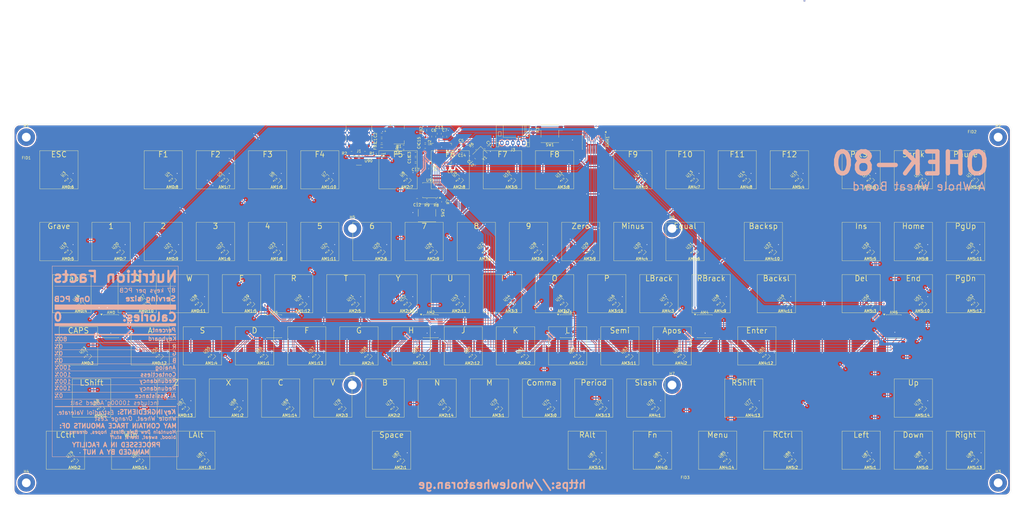
<source format=kicad_pcb>
(kicad_pcb (version 20241229) (generator "pcbnew") (generator_version "9.0")
  (title_block (title "OHEK-80") (date "2026-01-15") (rev "1"))
  (layers (0 "F.Cu" signal) (2 "B.Cu" signal) (13 "F.Paste" user) (15 "B.Paste" user) (5 "F.SilkS" user "F.Silkscreen") (7 "B.SilkS" user "B.Silkscreen") (1 "F.Mask" user) (3 "B.Mask" user) (25 "Edge.Cuts" user))
  (net 0 "")
  (net 1 "GND")
  (net 2 "AM0:9")
  (net 3 "AM0:13")
  (net 4 "SELECT1")
  (net 5 "SELECT2")
  (net 6 "SELECT3")
  (net 7 "AM0:10")
  (net 8 "AM0:4")
  (net 9 "AM0")
  (net 10 "AM0:12")
  (net 11 "AM0:7")
  (net 12 "AM0:11")
  (net 13 "AM0:3")
  (net 14 "AM0:8")
  (net 15 "SELECT0")
  (net 16 "AM0:5")
  (net 17 "+3V3")
  (net 18 "AM0:14")
  (net 19 "AM0:1")
  (net 20 "AM0:2")
  (net 21 "AM0:6")
  (net 22 "AM1:4")
  (net 23 "AM1:1")
  (net 24 "AM1:14")
  (net 25 "AM1:12")
  (net 26 "AM1:11")
  (net 27 "AM1:9")
  (net 28 "AM1")
  (net 29 "AM1:3")
  (net 30 "AM1:2")
  (net 31 "AM1:5")
  (net 32 "AM1:13")
  (net 33 "AM1:10")
  (net 34 "AM1:7")
  (net 35 "AM1:8")
  (net 36 "AM1:6")
  (net 37 "AM2:13")
  (net 38 "AM2:12")
  (net 39 "AM2:14")
  (net 40 "AM2:5")
  (net 41 "AM2:1")
  (net 42 "AM2")
  (net 43 "AM2:8")
  (net 44 "AM2:9")
  (net 45 "AM2:7")
  (net 46 "AM2:10")
  (net 47 "AM2:3")
  (net 48 "AM2:2")
  (net 49 "AM2:4")
  (net 50 "AM2:6")
  (net 51 "AM2:11")
  (net 52 "AM3:8")
  (net 53 "AM3:3")
  (net 54 "AM3")
  (net 55 "AM3:11")
  (net 56 "AM3:7")
  (net 57 "AM3:1")
  (net 58 "AM3:5")
  (net 59 "AM3:12")
  (net 60 "AM3:10")
  (net 61 "AM3:0")
  (net 62 "AM3:6")
  (net 63 "AM3:14")
  (net 64 "AM3:2")
  (net 65 "AM3:4")
  (net 66 "AM3:9")
  (net 67 "AM3:13")
  (net 68 "AM4:14")
  (net 69 "AM4:5")
  (net 70 "AM4:0")
  (net 71 "AM4:6")
  (net 72 "AM4:1")
  (net 73 "AM4:9")
  (net 74 "AM4:12")
  (net 75 "AM4:11")
  (net 76 "AM4:4")
  (net 77 "AM4:10")
  (net 78 "AM4:7")
  (net 79 "AM4:3")
  (net 80 "AM4:13")
  (net 81 "AM4:2")
  (net 82 "AM4")
  (net 83 "AM4:8")
  (net 84 "AM5:3")
  (net 85 "AM5:4")
  (net 86 "AM5:8")
  (net 87 "AM5")
  (net 88 "AM5:2")
  (net 89 "AM5:1")
  (net 90 "AM5:13")
  (net 91 "AM5:5")
  (net 92 "AM5:12")
  (net 93 "AM5:14")
  (net 94 "AM5:0")
  (net 95 "AM5:11")
  (net 96 "AM5:9")
  (net 97 "AM5:7")
  (net 98 "AM5:10")
  (net 99 "AM5:6")
  (net 100 "GROUP0")
  (net 101 "GROUP2")
  (net 102 "GROUP1")
  (net 103 "AMM")
  (net 104 "+5V")
  (net 105 "+1V1")
  (net 106 "XIN")
  (net 107 "Net-(C11-Pad2)")
  (net 108 "VBUS")
  (net 109 "Net-(U2-ADC_AVDD)")
  (net 110 "Net-(J1-CC1)")
  (net 111 "D-")
  (net 112 "D+")
  (net 113 "Net-(J1-CC2)")
  (net 116 "SWD")
  (net 117 "RESET")
  (net 118 "SWC")
  (net 119 "Net-(U2-USB_DM)")
  (net 120 "Net-(U2-USB_DP)")
  (net 121 "XOUT")
  (net 122 "Net-(R7-Pad1)")
  (net 123 "Q_SEL")
  (net 124 "Net-(R8-Pad2)")
  (net 127 "Q_IO3")
  (net 129 "Q_IO1")
  (net 132 "Q_CLK")
  (net 135 "Q_IO0")
  (net 141 "Q_IO2")
  (footprint "Package_TO_SOT_SMD:SOT-23" (layer "F.Cu") (at 210.496161 155.668662 45)
    (property "Reference" "U44")
    (property "Value" "GH39FKSW")
  )
  (footprint "Inductor_SMD:L_0805_2012Metric" (layer "F.Cu") (at 179.05366 92.79 90)
    (property "Reference" "FB2")
    (property "Value" "120R")
  )
  (footprint "Package_TO_SOT_SMD:SOT-23" (layer "F.Cu") (at 360.506161 110.401575 45)
    (property "Reference" "U17")
    (property "Value" "GH39FKSW")
  )
  (footprint "Package_TO_SOT_SMD:SOT-23" (layer "F.Cu") (at 277.166161 110.428662 45)
    (property "Reference" "U13")
    (property "Value" "GH39FKSW")
  )
  (footprint "Inductor_SMD:L_0805_2012Metric" (layer "F.Cu") (at 163.153661 98.516162)
    (property "Reference" "FB1")
    (property "Value" "120R")
  )
  (footprint "VoidSwitch:VoidSwitch_1u_SMD" (layer "F.Cu") (at 78.653661 171.472412)
    (property "Reference" "AM0:12")
    (property "Value" "A")
  )
  (footprint "Capacitor_SMD:C_0805_2012Metric" (layer "F.Cu") (at 188.153661 106.266161)
    (property "Reference" "C8")
    (property "Value" "100n")
  )
  (footprint "Capacitor_SMD:C_0805_2012Metric" (layer "F.Cu") (at 201.35366 99.016162 135)
    (property "Reference" "C11")
    (property "Value" "22p")
  )
  (footprint "VoidSwitch:VoidSwitch_1u_SMD" (layer "F.Cu") (at 376.309911 133.372412)
    (property "Reference" "AM5:11")
    (property "Value" "PgUp")
  )
  (footprint "Package_TO_SOT_SMD:SOT-23" (layer "F.Cu") (at 310.506161 155.668662 45)
    (property "Reference" "U49")
    (property "Value" "GH39FKSW")
  )
  (footprint "Package_TO_SOT_SMD:SOT-23" (layer "F.Cu") (at 153.346161 155.668662 45)
    (property "Reference" "U41")
    (property "Value" "GH39FKSW")
  )
  (footprint "Resistor_SMD:R_0805_2012Metric" (layer "F.Cu") (at 183.058686 118.5 180)
    (property "Reference" "R8")
    (property "Value" "5.1k")
  )
  (footprint "Package_TO_SOT_SMD:SOT-23" (layer "F.Cu") (at 379.566161 136.618662 45)
    (property "Reference" "U35")
    (property "Value" "GH39FKSW")
  )
  (footprint "VoidSwitch:VoidSwitch_1u_SMD" (layer "F.Cu") (at 226.291161 152.422412)
    (property "Reference" "AM3:7")
    (property "Value" "O")
  )
  (footprint "MountingHole:MountingHole_3.2mm_M3_Pad" (layer "F.Cu") (at 388.216161 95.272412)
    (property "Reference" "H2")
    (property "Value" "MountingHole")
  )
  (footprint "MountingHole:MountingHole_3.2mm_M3_Pad" (layer "F.Cu") (at 388.216161 221.478662)
    (property "Reference" "H3")
    (property "Value" "MountingHole")
  )
  (footprint "Package_TO_SOT_SMD:SOT-23" (layer "F.Cu") (at 170.006161 212.818662 45)
    (property "Reference" "U82")
    (property "Value" "GH39FKSW")
  )
  (footprint "Package_TO_SOT_SMD:SOT-23" (layer "F.Cu") (at 305.746161 136.618662 45)
    (property "Reference" "U32")
    (property "Value" "GH39FKSW")
  )
  (footprint "VoidSwitch:VoidSwitch_2.75u_SMD" (layer "F.Cu") (at 295.347411 190.522412)
    (property "Reference" "AM4:13")
    (property "Value" "RShift")
  )
  (footprint "Package_SO:SOIC-8_5.3x5.3mm_P1.27mm" (layer "F.Cu") (at 180.853661 114.616162 180)
    (property "Reference" "U91")
    (property "Value" "W25Q128JVS")
  )
  (footprint "Package_TO_SOT_SMD:SOT-23" (layer "F.Cu") (at 262.876161 193.768662 45)
    (property "Reference" "U76")
    (property "Value" "GH39FKSW")
  )
  (footprint "MountingHole:MountingHole_3.2mm_M3_Pad" (layer "F.Cu") (at 33.409911 221.478662)
    (property "Reference" "H4")
    (property "Value" "MountingHole")
  )
  (footprint "VoidSwitch:VoidSwitch_1u_SMD" (layer "F.Cu") (at 140.566161 107.178662)
    (property "Reference" "AM1:10")
    (property "Value" "F4")
  )
  (footprint "Capacitor_SMD:C_0805_2012Metric" (layer "F.Cu") (at 196.75366 103.616162 -45)
    (property "Reference" "C10")
    (property "Value" "22p")
  )
  (footprint "Capacitor_SMD:C_0805_2012Metric" (layer "F.Cu") (at 179.053661 96.616162 180)
    (property "Reference" "C15")
    (property "Value" "100n")
  )
  (footprint "Package_SO:SSOP-24_5.3x8.2mm_P0.65mm" (layer "F.Cu") (at 123.897411 164.328662)
    (property "Reference" "AM1")
    (property "Value" "CD74HC4067SM")
  )
  (footprint "VoidSwitch:VoidSwitch_1u_SMD" (layer "F.Cu") (at 207.241161 107.178662)
    (property "Reference" "AM3:5")
    (property "Value" "F7")
  )
  (footprint "Resistor_SMD:R_0805_2012Metric" (layer "F.Cu") (at 171.172499 100.869998)
    (property "Reference" "R5")
    (property "Value" "27")
  )
  (footprint "Package_TO_SOT_SMD:SOT-23" (layer "F.Cu") (at 272.406161 174.718662 45)
    (property "Reference" "U64")
    (property "Value" "GH39FKSW")
  )
  (footprint "VoidSwitch:VoidSwitch_1u_SMD" (layer "F.Cu") (at 102.466161 133.372412)
    (property "Reference" "AM1:6")
    (property "Value" "3")
  )
  (footprint "Package_SO:SSOP-24_5.3x8.2mm_P0.65mm" (layer "F.Cu") (at 64.366161 164.328662)
    (property "Reference" "AM0")
    (property "Value" "CD74HC4067SM")
  )
  (footprint "Package_TO_SOT_SMD:SOT-23" (layer "F.Cu") (at 98.566161 212.818662 45)
    (property "Reference" "U81")
    (property "Value" "GH39FKSW")
  )
  (footprint "Package_TO_SOT_SMD:SOT-23" (layer "F.Cu") (at 258.116161 136.618662 45)
    (property "Reference" "U30")
    (property "Value" "GH39FKSW")
  )
  (footprint "Package_TO_SOT_SMD:SOT-23" (layer "F.Cu") (at 229.541161 110.428662 45)
    (property "Reference" "U11")
    (property "Value" "GH39FKSW")
  )
  (footprint "Package_TO_SOT_SMD:SOT-23" (layer "F.Cu") (at 303.366161 174.718662 45)
    (property "Reference" "U65")
    (property "Value" "GH39FKSW")
  )
  (footprint "Package_TO_SOT_SMD:SOT-23" (layer "F.Cu") (at 220.016161 136.618662 45)
    (property "Reference" "U28")
    (property "Value" "GH39FKSW")
  )
  (footprint "Package_TO_SOT_SMD:SOT-23" (layer "F.Cu") (at 341.466161 136.618662 45)
    (property "Reference" "U33")
    (property "Value" "GH39FKSW")
  )
  (footprint "VoidSwitch:VoidSwitch_1u_SMD" (layer "F.Cu") (at 264.391161 152.422412)
    (property "Reference" "AM4:3")
    (property "Value" "LBrack")
  )
  (footprint "Package_TO_SOT_SMD:SOT-23" (layer "F.Cu") (at 312.886161 212.818662 45)
    (property "Reference" "U86")
    (property "Value" "GH39FKSW")
  )
  (footprint "VoidSwitch:VoidSwitch_1u_SMD" (layer "F.Cu") (at 107.228661 190.522412)
    (property "Reference" "AM1:2")
    (property "Value" "X")
  )
  (footprint "Package_TO_SOT_SMD:SOT-23" (layer "F.Cu") (at 50.946161 212.818662 45)
    (property "Reference" "U79")
    (property "Value" "GH39FKSW")
  )
  (footprint "Button_Switch_SMD:SW_SPST_PTS645Sx43SMTR92" (layer "F.Cu") (at 179.7 122.9 180)
    (property "Reference" "SW2")
    (property "Value" "SW_Push")
  )
  (footprint "Fiducial:Fiducial_1mm_Mask2mm" (layer "F.Cu") (at 378.691161 95.272412)
    (property "Reference" "FID2")
    (property "Value" "Fiducial")
  )
  (footprint "VoidSwitch:VoidSwitch_2.25u_SMD" (layer "F.Cu") (at 57.222411 190.522412)
    (property "Reference" "AM0:1")
    (property "Value" "LShift")
  )
  (footprint "Package_TO_SOT_SMD:SOT-23" (layer "F.Cu") (at 243.826161 193.768662 45)
    (property "Reference" "U75")
    (property "Value" "GH39FKSW")
  )
  (footprint "VoidSwitch:VoidSwitch_6.25u_SMD" (layer "F.Cu") (at 166.759911 209.572412)
    (property "Reference" "AM2:1")
    (property "Value" "Space")
  )
  (footprint "Resistor_SMD:R_0805_2012Metric" (layer "F.Cu") (at 152.153661 101.216162 180)
    (property "Reference" "R2")
    (property "Value" "5.1k")
  )
  (footprint "Package_TO_SOT_SMD:SOT-23" (layer "F.Cu") (at 248.596161 155.668662 45)
    (property "Reference" "U46")
    (property "Value" "GH39FKSW")
  )
  (footprint "Package_TO_SOT_SMD:SOT-23" (layer "F.Cu") (at 277.166161 136.618662 45)
    (property "Reference" "U31")
    (property "Value" "GH39FKSW")
  )
  (footprint "VoidSwitch:VoidSwitch_1u_SMD" (layer "F.Cu") (at 312.016161 107.178662)
    (property "Reference" "AM5:4")
    (property "Value" "F12")
  )
  (footprint "VoidSwitch:VoidSwitch_1u_SMD" (layer "F.Cu") (at 250.103661 171.472412)
    (property "Reference" "AM3:11")
    (property "Value" "Semi")
  )
  (footprint "Package_TO_SOT_SMD:SOT-23" (layer "F.Cu") (at 167.626161 193.768662 45)
    (property "Reference" "U71")
    (property "Value" "GH39FKSW")
  )
  (footprint "Package_TO_SOT_SMD:SOT-23" (layer "F.Cu") (at 205.726161 193.768662 45)
    (property "Reference" "U73")
    (property "Value" "GH39FKSW")
  )
  (footprint "Package_TO_SOT_SMD:SOT-23" (layer "F.Cu") (at 241.446161 212.818662 45)
    (property "Reference" "U83")
    (property "Value" "GH39FKSW")
  )
  (footprint "Package_TO_SOT_SMD:SOT-23" (layer "F.Cu") (at 234.306161 174.718662 45)
    (property "Reference" "U62")
    (property "Value" "GH39FKSW")
  )
  (footprint "VoidSwitch:VoidSwitch_1u_SMD" (layer "F.Cu") (at 173.903661 171.472412)
    (property "Reference" "AM2:13")
    (property "Value" "H")
  )
  (footprint "VoidSwitch:VoidSwitch_1u_SMD" (layer "F.Cu") (at 226.291161 107.178662)
    (property "Reference" "AM3:8")
    (property "Value" "F8")
  )
  (footprint "Package_TO_SOT_SMD:SOT-23" (layer "F.Cu") (at 60.476161 193.768662 45)
    (property "Reference" "U66")
    (property "Value" "GH39FKSW")
  )
  (footprint "VoidSwitch:VoidSwitch_1u_SMD" (layer "F.Cu") (at 92.941161 152.422412)
    (property "Reference" "AM0:11")
    (property "Value" "W")
  )
  (footprint "VoidSwitch:VoidSwitch_1.25u_SMD" (layer "F.Cu") (at 47.697411 209.572412)
    (property "Reference" "AM0:2")
    (property "Value" "LCtrl")
  )
  (footprint "Package_TO_SOT_SMD:SOT-23" (layer "F.Cu") (at 360.516161 155.668662 45)
    (property "Reference" "U51")
    (property "Value" "GH39FKSW")
  )
  (footprint "VoidSwitch:VoidSwitch_1u_SMD" (layer "F.Cu") (at 216.766161 133.372412)
    (property "Reference" "AM3:6")
    (property "Value" "9")
  )
  (footprint "Package_TO_SOT_SMD:SOT-23" (layer "F.Cu") (at 162.866161 136.621575 45)
    (property "Reference" "U25")
    (property "Value" "GH39FKSW")
  )
  (footprint "MountingHole:MountingHole_3.2mm_M3_Pad" (layer "F.Cu") (at 269.153661 185.759912)
    (property "Reference" "H7")
    (property "Value" "MountingHole")
  )
  (footprint "Package_TO_SOT_SMD:SOT-23" (layer "F.Cu") (at 134.296161 155.668662 45)
    (property "Reference" "U40")
    (property "Value" "GH39FKSW")
  )
  (footprint "Connector_JST:JST_PH_S5B-PH-K_1x05_P2.00mm_Horizontal" (layer "F.Cu") (at 215.053661 97.366162 180)
    (property "Reference" "J3")
    (property "Value" "Conn_01x05")
  )
  (footprint "VoidSwitch:VoidSwitch_1u_SMD" (layer "F.Cu") (at 116.753661 171.472412)
    (property "Reference" "AM1:1")
    (property "Value" "D")
  )
  (footprint "Package_TO_SOT_SMD:SOT-23" (layer "F.Cu") (at 215.256161 174.718662 45)
    (property "Reference" "U61")
    (property "Value" "GH39FKSW")
  )
  (footprint "VoidSwitch:VoidSwitch_1u_SMD" (layer "F.Cu") (at 338.209911 209.572412)
    (property "Reference" "AM5:1")
    (property "Value" "Left")
  )
  (footprint "Package_TO_SOT_SMD:SOT-23" (layer "F.Cu") (at 181.916161 136.618662 45)
    (property "Reference" "U26")
    (property "Value" "GH39FKSW")
  )
  (footprint "VoidSwitch:VoidSwitch_1u_SMD" (layer "F.Cu") (at 357.259911 152.422412)
    (property "Reference" "AM5:10")
    (property "Value" "End")
  )
  (footprint "MountingHole:MountingHole_3.2mm_M3_Pad" (layer "F.Cu") (at 152.472411 128.609912)
    (property "Reference" "H5")
    (property "Value" "MountingHole")
  )
  (footprint "VoidSwitch:VoidSwitch_1u_SMD" (layer "F.Cu") (at 183.428661 190.522412)
    (property "Reference" "AM2:14")
    (property "Value" "N")
  )
  (footprint "VoidSwitch:VoidSwitch_1u_SMD" (layer "F.Cu") (at 273.916161 133.372412)
    (property "Reference" "AM4:6")
    (property "Value" "Equal")
  )
  (footprint "Crystal:Crystal_SMD_3225-4Pin_3.2x2.5mm" (layer "F.Cu") (at 199.05366 101.316161 -135)
    (property "Reference" "Y1")
    (property "Value" "Crystal_GND24")
  )
  (footprint "Capacitor_SMD:C_0805_2012Metric" (layer "F.Cu") (at 186.15366 95.066161 90)
    (property "Reference" "C7")
    (property "Value" "100n")
  )
  (footprint "Package_TO_SOT_SMD:SOT-23" (layer "F.Cu") (at 172.416161 155.668662 45)
    (property "Reference" "U42")
    (property "Value" "GH39FKSW")
  )
  (footprint "VoidSwitch:VoidSwitch_1u_SMD" (layer "F.Cu") (at 188.191161 107.178662)
    (property "Reference" "AM2:8")
    (property "Value" "F6")
  )
  (footprint "Package_TO_SOT_SMD:SOT-23" (layer "F.Cu") (at 172.391161 110.428662 45)
    (property "Reference" "U8")
    (property "Value" "GH39FKSW")
  )
  (footprint "Package_TO_SOT_SMD:SOT-23" (layer "F.Cu") (at 143.816161 136.628662 45)
    (property "Reference" "U24")
    (property "Value" "GH39FKSW")
  )
  (footprint "VoidSwitch:VoidSwitch_1u_SMD" (layer "F.Cu") (at 111.991161 152.422412)
    (property "Reference" "AM1:5")
    (property "Value" "E")
  )
  (footprint "Package_TO_SOT_SMD:SOT-23" (layer "F.Cu") (at 341.466161 155.668662 45)
    (property "Reference" "U50")
    (property "Value" "GH39FKSW")
  )
  (footprint "VoidSwitch:VoidSwitch_1u_SMD" (layer "F.Cu") (at 283.441161 152.422412)
    (property "Reference" "AM4:9")
    (property "Value" "RBrack")
  )
  (footprint "VoidSwitch:VoidSwitch_1.25u_SMD" (layer "F.Cu") (at 95.322411 209.572412)
    (property "Reference" "AM1:3")
    (property "Value" "LAlt")
  )
  (footprint "Package_TO_SOT_SMD:SOT-23" (layer "F.Cu") (at 315.266161 110.428662 45)
    (property "Reference" "U15")
    (property "Value" "GH39FKSW")
  )
  (footprint "VoidSwitch:VoidSwitch_1u_SMD" (layer "F.Cu") (at 254.866161 107.178662)
    (property "Reference" "AM4:5")
    (property "Value" "F9")
  )
  (footprint "Resistor_SMD:R_0805_2012Metric" (layer "F.Cu") (at 179.671186 118.5 180)
    (property "Reference" "R9")
    (property "Value" "5.1k")
  )
  (footprint "VoidSwitch:VoidSwitch_1u_SMD" (layer "F.Cu") (at 357.259911 190.522412)
    (property "Reference" "AM5:14")
    (property "Value" "Up")
  )
  (footprint "VoidSwitch:VoidSwitch_1u_SMD" (layer "F.Cu") (at 188.191161 152.422412)
    (property "Reference" "AM2:11")
    (property "Value" "U")
  )
  (footprint "Resistor_SMD:R_0805_2012Metric" (layer "F.Cu") (at 218.45366 92.716161 -90)
    (property "Reference" "R3")
    (property "Value" "5.1k")
  )
  (footprint "Capacitor_SMD:C_0805_2012Metric" (layer "F.Cu") (at 179.053661 98.616162 180)
    (property "Reference" "C4")
    (property "Value" "1u")
  )
  (footprint "VoidSwitch:VoidSwitch_1.25u_SMD" (layer "F.Cu") (at 285.822411 209.572412)
    (property "Reference" "AM4:14")
    (property "Value" "Menu")
  )
  (footprint "Fiducial:Fiducial_1mm_Mask2mm" (layer "F.Cu") (at 273.916161 221.478662)
    (property "Reference" "FID3")
    (property "Value" "Fiducial")
  )
  (footprint "VoidSwitch:VoidSwitch_1u_SMD" (layer "F.Cu") (at 140.566161 133.372412)
    (property "Reference" "AM1:11")
    (property "Value" "5")
  )
  (footprint "VoidSwitch:VoidSwitch_1u_SMD" (layer "F.Cu") (at 235.816161 133.372412)
    (property "Reference" "AM3:9")
    (property "Value" "Zero")
  )
  (footprint "Package_TO_SOT_SMD:SOT-23" (layer "F.Cu") (at 48.566161 136.628662 45)
    (property "Reference" "U19")
    (property "Value" "GH39FKSW")
  )
  (footprint "Package_TO_SOT_SMD:SOT-23" (layer "F.Cu") (at 341.459911 110.407501 45)
    (property "Reference" "U16")
    (property "Value" "GH39FKSW")
  )
  (footprint "VoidSwitch:VoidSwitch_1u_SMD" (layer "F.Cu") (at 169.168752 152.422412)
    (property "Reference" "AM2:10")
    (property "Value" "Y")
  )
  (footprint "VoidSwitch:VoidSwitch_1.5u_SMD" (layer "F.Cu") (at 307.253661 152.422412)
    (property "Reference" "AM4:11")
    (property "Value" "Backsl")
  )
  (footprint "VoidSwitch:VoidSwitch_1.25u_SMD" (layer "F.Cu") (at 238.197411 209.572412)
    (property "Reference" "AM3:14")
    (property "Value" "RAlt")
  )
  (footprint "VoidSwitch:VoidSwitch_1u_SMD" (layer "F.Cu") (at 164.378661 190.522412)
    (property "Reference" "AM2:2")
    (property "Value" "B")
  )
  (footprint "Package_TO_SOT_SMD:SOT-23" (layer "F.Cu") (at 100.956161 174.718662 45)
    (property "Reference" "U55")
    (property "Value" "GH39FKSW")
  )
  (footprint "VoidSwitch:VoidSwitch_1u_SMD" (layer "F.Cu") (at 212.003661 171.472412)
    (property "Reference" "AM3:2")
    (property "Value" "K")
  )
  (footprint "Package_TO_SOT_SMD:SOT-23" (layer "F.Cu") (at 91.426161 193.768662 45)
    (property "Reference" "U67")
    (property "Value" "GH39FKSW")
  )
  (footprint "VoidSwitch:VoidSwitch_1u_SMD" (layer "F.Cu") (at 102.466161 107.178662)
    (property "Reference" "AM1:7")
    (property "Value" "F2")
  )
  (footprint "MountingHole:MountingHole_3.2mm_M3_Pad" (layer "F.Cu") (at 33.409911 95.272412)
    (property "Reference" "H1")
    (property "Value" "MountingHole")
  )
  (footprint "Package_TO_SOT_SMD:SOT-23" (layer "F.Cu") (at 177.156161 174.718662 45)
    (property "Reference" "U59")
    (property "Value" "GH39FKSW")
  )
  (footprint "Package_TO_SOT_SMD:SOT-23" (layer "F.Cu") (at 105.713248 136.618662 45)
    (property "Reference" "U22")
    (property "Value" "GH39FKSW")
  )
  (footprint "Package_TO_SOT_SMD:SOT-23" (layer "F.Cu") (at 239.066161 136.618662 45)
    (property "Reference" "U29")
    (property "Value" "GH39FKSW")
  )
  (footprint "VoidSwitch:VoidSwitch_1u_SMD" (layer "F.Cu") (at 126.278661 190.522412)
    (property "Reference" "AM1:14")
    (property "Value" "C")
  )
  (footprint "VoidSwitch:VoidSwitch_1.75u_SMD" (layer "F.Cu") (at 52.459911 171.472412)
    (property "Reference" "AM0:3")
    (property "Value" "CAPS")
  )
  (footprint "VoidSwitch:VoidSwitch_1u_SMD" (layer "F.Cu") (at 259.628661 190.522412)
    (property "Reference" "AM4:1")
    (property "Value" "Slash")
  )
  (footprint "Capacitor_SMD:C_0805_2012Metric" (layer "F.Cu") (at 176.1 118.4 180)
    (property "Reference" "C12")
    (property "Value" "1u")
  )
  (footprint "Package_TO_SOT_SMD:SOT-23" (layer "F.Cu") (at 115.246161 155.668662 45)
    (property "Reference" "U39")
    (property "Value" "GH39FKSW")
  )
  (footprint "VoidSwitch:VoidSwitch_1u_SMD" (layer "F.Cu") (at 338.209911 107.151677)
    (property "Reference" "AM5:6")
    (property "Value" "PrtSc")
  )
  (footprint "VoidSwitch:VoidSwitch_1u_SMD" (layer "F.Cu") (at 83.416161 107.178662)
    (property "Reference" "AM0:8")
    (property "Value" "F1")
  )
  (footprint "VoidSwitch:VoidSwitch_1u_SMD" (layer "F.Cu") (at 121.516161 107.178662)
    (property "Reference" "AM1:9")
    (property "Value" "F3")
  )
  (footprint "Package_TO_SOT_SMD:SOT-23" (layer "F.Cu") (at 129.526161 193.768662 45)
    (property "Reference" "U69")
    (property "Value" "GH39FKSW")
  )
  (footprint "Package_TO_SOT_SMD:SOT-23" (layer "F.Cu") (at 110.476161 193.768662 45)
    (property "Reference" "U68")
    (property "Value" "GH39FKSW")
  )
  (footprint "VoidSwitch:VoidSwitch_1u_SMD" (layer "F.Cu") (at 97.703661 171.472412)
    (property "Reference" "AM1:4")
    (property "Value" "S")
  )
  (footprint "Capacitor_SMD:C_0805_2012Metric" (layer "F.Cu") (at 182.15366 95.066161 90)
    (property "Reference" "C6")
    (property "Value" "1u")
  )
  (footprint "Resistor_SMD:R_0805_2012Metric" (layer "F.Cu") (at 157.053661 101.216162)
    (property "Reference" "R1")
    (property "Value" "5.1k")
  )
  (footprint "Package_TO_SOT_SMD:SOT-23" (layer "F.Cu") (at 191.446161 155.668662 45)
    (property "Reference" "U43")
    (property "Value" "GH39FKSW")
  )
  (footprint "Package_TO_SOT_SMD:SOT-23" (layer "F.Cu") (at 196.206161 174.718662 45)
    (property "Reference" "U60")
    (property "Value" "GH39FKSW")
  )
  (footprint "Package_TO_SOT_SMD:SOT-23" (layer "F.Cu") (at 341.466161 212.818662 45)
    (property "Reference" "U87")
    (property "Value" "GH39FKSW")
  )
  (footprint "VoidSwitch:VoidSwitch_1u_SMD" (layer "F.Cu") (at 221.528661 190.522412)
    (property "Reference" "AM3:0")
    (property "Value" "Comma")
  )
  (footprint "Capacitor_SMD:C_0805_2012Metric" (layer "F.Cu") (at 175.54 105.49 180)
    (property "Reference" "C17")
    (property "Value" "100n")
  )
  (footprint "VoidSwitch:VoidSwitch_1u_SMD" (layer "F.Cu") (at 376.309911 152.422412)
    (property "Reference" "AM5:12")
    (property "Value" "PgDn")
  )
  (footprint "Fiducial:Fiducial_1mm_Mask2mm" (layer "F.Cu") (at 33.409911 104.797412)
    (property "Reference" "FID1")
    (property "Value" "Fiducial")
  )
  (footprint "Package_TO_SOT_SMD:SOT-23" (layer "F.Cu") (at 67.616161 136.618662 45)
    (property "Reference" "U20")
    (property "Value" "GH39FKSW")
  )
  (footprint "Package_TO_SOT_SMD:SOT-23" (layer "F.Cu") (at 200.966161 136.618662 45)
    (property "Reference" "U27")
    (property "Value" "GH39FKSW")
  )
  (footprint "Package_TO_SOT_SMD:SOT-23" (layer "F.Cu") (at 289.076161 212.818662 45)
    (property "Reference" "U85")
    (property "Value" "GH39FKSW")
  )
  (footprint "Capacitor_SMD:C_0805_2012Metric" (layer "F.Cu") (at 181.053661 106.716162 -90)
    (property "Reference" "C9")
    (property "Value" "100n")
  )
  (footprint "Package_TO_SOT_SMD:SOT-23" (layer "F.Cu") (at 186.676161 193.768662 45)
    (property "Reference" "U72")
    (property "Value" "GH39FKSW")
  )
  (footprint "Package_SO:SSOP-24_5.3x8.2mm_P0.65mm" (layer "F.Cu") (at 350.116161 164.328662)
    (property "Reference" "AM5")
    (property "Value" "CD74HC4067SM")
  )
  (footprint "VoidSwitch:VoidSwitch_1u_SMD" (layer "F.Cu") (at 338.209911 133.372412)
    (property "Reference" "AM5:5")
    (property "Value" "Ins")
  )
  (footprint "Package_TO_SOT_SMD:SOT-23" (layer "F.Cu") (at 105.716161 110.428662 45)
    (property "Reference" "U5")
    (property "Value" "GH39FKSW")
  )
  (footprint "VoidSwitch:VoidSwitch_1u_SMD" (layer "F.Cu") (at 159.616161 133.372412)
    (property "Reference" "AM2:6")
    (property "Value" "6")
  )
  (footprint "Package_TO_SOT_SMD:SOT-23" (layer "F.Cu") (at 298.596161 193.768662 45)
    (property "Reference" "U77")
    (property "Value" "GH39FKSW")
  )
  (footprint "VoidSwitch:VoidSwitch_1u_SMD" (layer "F.Cu") (at 207.241161 152.422412)
    (property "Reference" "AM3:3")
    (property "Value" "I")
  )
  (footprint "Capacitor_SMD:C_0805_2012Metric" (layer "F.Cu") (at 175.54 101.49 180)
    (property "Reference" "C3")
    (property "Value" "10u")
  )
  (footprint "Package_TO_SOT_SMD:SOT-23" (layer "F.Cu") (at 86.666161 136.618662 45)
    (property "Reference" "U21")
    (property "Value" "GH39FKSW")
  )
  (footprint "Package_TO_SOT_SMD:SOT-23" (layer "F.Cu") (at 360.516161 212.818662 45)
    (property "Reference" "U88")
    (property "Value" "GH39FKSW")
  )
  (footprint "Capacitor_SMD:C_0805_2012Metric" (layer "F.Cu") (at 192.153662 98.216162)
    (property "Reference" "C5")
    (property "Value" "100n")
  )
  (footprint "VoidSwitch:VoidSwitch_1u_SMD" (layer "F.Cu") (at 240.578661 190.522412)
    (property "Reference" "AM3:13")
    (property "Value" "Period")
  )
  (footprint "VoidSwitch:VoidSwitch_1u_SMD" (layer "F.Cu") (at 64.366161 133.372412)
    (property "Reference" "AM0:7")
    (property "Value" "1")
  )
  (footprint "Package_TO_SOT_SMD:SOT-223-3_TabPin2" (layer "F.Cu") (at 169.45366 94.353664)
    (property "Reference" "U1")
    (property "Value" "AMS1117-3.3")
  )
  (footprint "MountingHole:MountingHole_3.2mm_M3_Pad" (layer "F.Cu") (at 269.153661 128.609912)
    (property "Reference" "H6")
    (property "Value" "MountingHole")
  )
  (footprint "VoidSwitch:VoidSwitch_1u_SMD" (layer "F.Cu") (at 202.478661 190.522412)
    (property "Reference" "AM3:1")
    (property "Value" "M")
  )
  (footprint "Capacitor_SMD:C_0805_2012Metric" (layer "F.Cu") (at 184.15366 94.016162 90)
    (property "Reference" "C13")
    (property "Value" "100n")
  )
  (footprint "Package_TO_SOT_SMD:SOT-23" (layer "F.Cu") (at 360.506161 193.768662 45)
    (property "Reference" "U78")
    (property "Value" "GH39FKSW")
  )
  (footprint "Package_DFN_QFN:QFN-56-1EP_7x7mm_P0.4mm_EP3.2x3.2mm" (layer "F.Cu") (at 185.053661 101.153662 90)
    (property "Reference" "U2")
    (property "Value" "RP2040")
  )
  (footprint "VoidSwitch:VoidSwitch_1.5u_SMD" (layer "F.Cu") (at 50.078661 152.422412)
    (property "Reference" "AM0:4")
    (property "Value" "Tab")
  )
  (footprint "VoidSwitch:VoidSwitch_1u_SMD" (layer "F.Cu") (at 169.141161 107.178662)
    (property "Reference" "AM2:7")
    (property "Value" "F5")
  )
  (footprint "Package_TO_SOT_SMD:SOT-23" (layer "F.Cu") (at 360.506161 136.618662 45)
    (property "Reference" "U34")
    (property "Value" "GH39FKSW")
  )
  (footprint "VoidSwitch:VoidSwitch_1u_SMD" (layer "F.Cu") (at 145.328661 190.522412)
    (property "Reference" "AM2:3")
    (property "Value" "V")
  )
  (footprint "VoidSwitch:VoidSwitch_1u_SMD" (layer "F.Cu") (at 73.891161 152.422412)
    (property "Reference" "AM0:10")
    (property "Value" "Q")
  )
  (footprint "Capacitor_SMD:C_0805_2012Metric" (layer "F.Cu") (at 163.153661 94.516162 180)
    (property "Reference" "C2")
    (property "Value" "22u")
  )
  (footprint "VoidSwitch:VoidSwitch_1u_SMD" (layer "F.Cu") (at 135.803661 171.472412)
    (property "Reference" "AM1:13")
    (property "Value" "F")
  )
  (footprint "Package_SO:SSOP-24_5.3x8.2mm_P0.65mm" (layer "F.Cu") (at 231.053661 164.328662)
    (property "Reference" "AM3")
    (property "Value" "CD74HC4067SM")
  )
  (footprint "VoidSwitch:VoidSwitch_1u_SMD" (layer "F.Cu") (at 131.041161 152.422412)
    (property "Reference" "AM1:12")
    (property "Value" "R")
  )
  (footprint "Package_TO_SOT_SMD:SOT-23" (layer "F.Cu") (at 224.776161 193.768662 45)
    (property "Reference" "U74")
    (property "Value" "GH39FKSW")
  )
  (footprint "Package_TO_SOT_SMD:SOT-23" (layer "F.Cu") (at 124.763248 136.618662 45)
    (property "Reference" "U23")
    (property "Value" "GH39FKSW")
  )
  (footprint "Package_SO:SSOP-24_5.3x8.2mm_P0.65mm" (layer "F.Cu") (at 181.047411 164.328662)
    (property "Reference" "AM2")
    (property "Value" "CD74HC4067SM")
  )
  (footprint "VoidSwitch:VoidSwitch_1u_SMD" (layer "F.Cu") (at 254.866161 133.372412)
    (property "Reference" "AM4:4")
    (property "Value" "Minus")
  )
  (footprint "VoidSwitch:VoidSwitch_1u_SMD" (layer "F.Cu") (at 292.966161 107.178662)
    (property "Reference" "AM4:8")
    (property "Value" "F11")
  )
  (footprint "Capacitor_SMD:C_0805_2012Metric" (layer "F.Cu") (at 175.539999 103.49 180)
    (property "Reference" "C16")
    (property "Value" "100n")
  )
  (footprint "Resistor_SMD:R_0805_2012Metric" (layer "F.Cu") (at 197.05366 99.316162 -135)
    (property "Reference" "R6")
    (property "Value" "1k")
  )
  (footprint "VoidSwitch:VoidSwitch_1u_SMD" (layer "F.Cu") (at 338.209911 152.422412)
    (property "Reference" "AM5:3")
    (property "Value" "Del")
  )
  (footprint "Package_TO_SOT_SMD:SOT-23" (layer "F.Cu") (at 139.056161 174.718662 45)
    (property "Reference" "U57")
    (property "Value" "GH39FKSW")
  )
  (footprint "VoidSwitch:VoidSwitch_1u_SMD" (layer "F.Cu") (at 357.259911 107.151677)
    (property "Reference" "AM5:7")
    (property "Value" "ScrLk")
  )
  (footprint "Package_TO_SOT_SMD:SOT-23" (layer "F.Cu") (at 55.706161 174.718662 45)
    (property "Reference" "U53")
    (property "Value" "GH39FKSW")
  )
  (footprint "Button_Switch_SMD:SW_SPST_PTS645Sx43SMTR92" (layer "F.Cu") (at 224.553661 94.016162 180)
    (property "Reference" "SW1")
    (property "Value" "SW_Push")
  )
  (footprint "Package_TO_SOT_SMD:SOT-23" (layer "F.Cu") (at 148.576161 193.768662 45)
    (property "Reference" "U70")
    (property "Value" "GH39FKSW")
  )
  (footprint "Package_TO_SOT_SMD:SOT-23-6" (layer "F.Cu") (at 154.853661 103.916162)
    (property "Reference" "U90")
    (property "Value" "SRV05-4")
  )
  (footprint "Package_SO:SSOP-24_5.3x8.2mm_P0.65mm" (layer "F.Cu") (at 281.059911 164.328662)
    (property "Reference" "AM4")
    (property "Value" "CD74HC4067SM")
  )
  (footprint "Package_TO_SOT_SMD:SOT-23" (layer "F.Cu") (at 265.266161 212.818662 45)
    (property "Reference" "U84")
    (property "Value" "GH39FKSW")
  )
  (footprint "Resistor_SMD:R_0805_2012Metric" (layer "F.Cu") (at 185.758686 118.862608 90)
    (property "Reference" "R7")
    (property "Value" "1k")
  )
  (footprint "Package_TO_SOT_SMD:SOT-23" (layer "F.Cu") (at 296.216161 110.428662 45)
    (property "Reference" "U14")
    (property "Value" "GH39FKSW")
  )
  (footprint "Package_TO_SOT_SMD:SOT-23" (layer "F.Cu") (at 74.756161 212.818662 45)
    (property "Reference" "U80")
    (property "Value" "GH39FKSW")
  )
  (footprint "Package_TO_SOT_SMD:SOT-23" (layer "F.Cu") (at 124.766161 110.428662 45)
    (property "Reference" "U6")
    (property "Value" "GH39FKSW")
  )
  (footprint "Package_TO_SOT_SMD:SOT-23" (layer "F.Cu") (at 96.196161 155.668662 45)
    (property "Reference" "U38")
    (property "Value" "GH39FKSW")
  )
  (footprint "Connector_USB:USB_C_Receptacle_HRO_TYPE-C-31-M-12" (layer "F.Cu") (at 154.853661 94.716162 180)
    (property "Reference" "J1")
    (property "Value" "USB_C_Receptacle_USB2.0_16P")
  )
  (footprint "Package_SO:SSOP-24_5.3x8.2mm_P0.65mm" (layer "F.Cu") (at 240.628661 96.916162 -90)
    (property "Reference" "AMM1")
    (property "Value" "CD74HC4067SM")
  )
  (footprint "VoidSwitch:VoidSwitch_1u_SMD" (layer "F.Cu") (at 154.853661 171.472412)
    (property "Reference" "AM2:4")
    (property "Value" "G")
  )
  (footprint "Package_TO_SOT_SMD:SOT-23" (layer "F.Cu") (at 379.566161 212.818662 45)
    (property "Reference" "U89")
    (property "Value" "GH39FKSW")
  )
  (footprint "VoidSwitch:VoidSwitch_1u_SMD" (layer "F.Cu") (at 192.953661 171.472412)
    (property "Reference" "AM2:12")
    (property "Value" "J")
  )
  (footprint "Package_TO_SOT_SMD:SOT-23" (layer "F.Cu") (at 253.356161 174.718662 45)
    (property "Reference" "U63")
    (property "Value" "GH39FKSW")
  )
  (footprint "Package_TO_SOT_SMD:SOT-23" (layer "F.Cu") (at 267.646161 155.668662 45)
    (property "Reference" "U47")
    (property "Value" "GH39FKSW")
  )
  (footprint "Package_TO_SOT_SMD:SOT-23" (layer "F.Cu") (at 210.491161 110.428662 45)
    (property "Reference" "U10")
    (property "Value" "GH39FKSW")
  )
  (footprint "Capacitor_SMD:C_0805_2012Metric" (layer "F.Cu") (at 192.453661 100.216162)
    (property "Reference" "C14")
    (property "Value" "100n")
  )
  (footprint "VoidSwitch:VoidSwitch_1u_SMD" (layer "F.Cu") (at 376.309911 107.151677)
    (property "Reference" "AM5:9")
    (property "Value" "Pause")
  )
  (footprint "VoidSwitch:VoidSwitch_2u_SMD" (layer "F.Cu") (at 302.491161 133.372412)
    (property "Reference" "AM4:10")
    (property "Value" "Backsp")
  )
  (footprint "VoidSwitch:VoidSwitch_1u_SMD" (layer "F.Cu") (at 88.178661 190.522412)
    (property "Reference" "AM0:13")
    (property "Value" "Z")
  )
  (footprint "Package_TO_SOT_SMD:SOT-23" (layer "F.Cu") (at 229.546161 155.668662 45)
    (property "Reference" "U45")
    (property "Value" "GH39FKSW")
  )
  (footprint "VoidSwitch:VoidSwitch_1u_SMD" (layer "F.Cu") (at 178.666161 133.372412)
    (property "Reference" "AM2:9")
    (property "Value" "7")
  )
  (footprint "VoidSwitch:VoidSwitch_2.25u_SMD" (layer "F.Cu") (at 300.109911 171.472412)
    (property "Reference" "AM4:12")
    (property "Value" "Enter")
  )
  (footprint "Package_TO_SOT_SMD:SOT-23" (layer "F.Cu") (at 258.116161 110.428662 45)
    (property "Reference" "U12")
    (property "Value" "GH39FKSW")
  )
  (footprint "Package_TO_SOT_SMD:SOT-23" (layer "F.Cu") (at 286.696161 155.668662 45)
    (property "Reference" "U48")
    (property "Value" "GH39FKSW")
  )
  (footprint "Package_TO_SOT_SMD:SOT-23" (layer "F.Cu") (at 77.146161 155.668662 45)
    (property "Reference" "U37")
    (property "Value" "GH39FKSW")
  )
  (footprint "Package_TO_SOT_SMD:SOT-23" (layer "F.Cu") (at 48.566161 110.428662 45)
    (property "Reference" "U3")
    (property "Value" "GH39FKSW")
  )
  (footprint "Package_TO_SOT_SMD:SOT-23" (layer "F.Cu") (at 379.556161 110.408662 45)
    (property "Reference" "U18")
    (property "Value" "GH39FKSW")
  )
  (footprint "VoidSwitch:VoidSwitch_1u_SMD" (layer "F.Cu") (at 83.416161 133.372412)
    (property "Reference" "AM0:9")
    (property "Value" "2")
  )
  (footprint "Package_TO_SOT_SMD:SOT-23" (layer "F.Cu") (at 191.441161 110.428662 45)
    (property "Reference" "U9")
    (property "Value" "GH39FKSW")
  )
  (footprint "Package_TO_SOT_SMD:SOT-23" (layer "F.Cu") (at 143.816161 110.428662 45)
    (property "Reference" "U7")
    (property "Value" "GH39FKSW")
  )
  (footprint "VoidSwitch:VoidSwitch_1u_SMD" (layer "F.Cu") (at 45.316161 107.178662)
    (property "Reference" "AM0:6")
    (property "Value" "ESC")
  )
  (footprint "Package_TO_SOT_SMD:SOT-23" (layer "F.Cu") (at 53.326161 155.668662 45)
    (property "Reference" "U36")
    (property "Value" "GH39FKSW")
  )
  (footprint "VoidSwitch:VoidSwitch_1u_SMD" (layer "F.Cu") (at 273.916161 107.178662)
    (property "Reference" "AM4:7")
    (property "Value" "F10")
  )
  (footprint "VoidSwitch:VoidSwitch_1u_SMD" (layer "F.Cu") (at 269.153661 171.472412)
    (property "Reference" "AM4:2")
    (property "Value" "Apos")
  )
  (footprint "VoidSwitch:VoidSwitch_1u_SMD" (layer "F.Cu") (at 150.091161 152.422412)
    (property "Reference" "AM2:5")
    (property "Value" "T")
  )
  (footprint "Package_TO_SOT_SMD:SOT-23" (layer "F.Cu") (at 86.666161 110.428662 45)
    (property "Reference" "U4")
    (property "Value" "GH39FKSW")
  )
  (footprint "VoidSwitch:VoidSwitch_1u_SMD" (layer "F.Cu") (at 197.716161 133.372412)
    (property "Reference" "AM3:4")
    (property "Value" "8")
  )
  (footprint "MountingHole:MountingHole_3.2mm_M3_Pad" (layer "F.Cu") (at 152.472411 185.759912)
    (property "Reference" "H8")
    (property "Value" "MountingHole")
  )
  (footprint "Package_TO_SOT_SMD:SOT-23" (layer "F.Cu") (at 379.566161 155.668662 45)
    (property "Reference" "U52")
    (property "Value" "GH39FKSW")
  )
  (footprint "Fuse:Fuse_1206_3216Metric" (layer "F.Cu") (at 162.09 101.71 -90)
    (property "Reference" "F1")
    (property "Value" "Fuse_Small")
  )
  (footprint "VoidSwitch:VoidSwitch_1u_SMD" (layer "F.Cu") (at 357.259911 133.372412)
    (property "Reference" "AM5:8")
    (property "Value" "Home")
  )
  (footprint "VoidSwitch:VoidSwitch_1u_SMD" (layer "F.Cu") (at 376.309911 209.572412)
    (property "Reference" "AM5:13")
    (property "Value" "Right")
  )
  (footprint "Package_TO_SOT_SMD:SOT-23" (layer "F.Cu") (at 81.906161 174.718662 45)
    (property "Reference" "U54")
    (property "Value" "GH39FKSW")
  )
  (footprint "VoidSwitch:VoidSwitch_1.25u_SMD" (layer "F.Cu") (at 71.509911 209.572412)
    (property "Reference" "AM0:14")
    (property "Value" "Win")
  )
  (footprint "VoidSwitch:VoidSwitch_1u_SMD" (layer "F.Cu") (at 245.341161 152.422412)
    (property "Reference" "AM3:10")
    (property "Value" "P")
  )
  (footprint "VoidSwitch:VoidSwitch_1.25u_SMD" (layer "F.Cu") (at 262.009911 209.572412)
    (property "Reference" "AM4:0")
    (property "Value" "Fn")
  )
  (footprint "VoidSwitch:VoidSwitch_1u_SMD" (layer "F.Cu") (at 357.259911 209.572412)
    (property "Reference" "AM5:0")
    (property "Value" "Down")
  )
  (footprint "Package_TO_SOT_SMD:SOT-23" (layer "F.Cu") (at 158.106161 174.718662 45)
    (property "Reference" "U58")
    (property "Value" "GH39FKSW")
  )
  (footprint "Package_TO_SOT_SMD:SOT-23" (layer "F.Cu") (at 120.006161 174.718662 45)
    (property "Reference" "U56")
    (property "Value" "GH39FKSW")
  )
  (footprint "VoidSwitch:VoidSwitch_1.25u_SMD" (layer "F.Cu") (at 309.634911 209.572412)
    (property "Reference" "AM5:2")
    (property "Value" "RCtrl")
  )
  (footprint "VoidSwitch:VoidSwitch_1u_SMD" (layer "F.Cu") (at 121.516161 133.372412)
    (property "Reference" "AM1:8")
    (property "Value" "4")
  )
  (footprint "VoidSwitch:VoidSwitch_1u_SMD" (layer "F.Cu") (at 45.316161 133.372412)
    (property "Reference" "AM0:5")
    (property "Value" "Grave")
  )
  (footprint "Capacitor_SMD:C_0805_2012Metric" (layer "F.Cu") (at 163.153661 96.616162 180)
    (property "Reference" "C1")
    (property "Value" "22u")
  )
  (footprint "Resistor_SMD:R_0805_2012Metric" (layer "F.Cu") (at 171.1725 98.97)
    (property "Reference" "R4")
    (property "Value" "27")
  )
  (footprint "VoidSwitch:VoidSwitch_1u_SMD" (layer "F.Cu") (at 231.053661 171.472412)
    (property "Reference" "AM3:12")
    (property "Value" "L")
  )
  (gr_line (start 43.8125 175.47125) (end 88.0325 175.47125) (stroke (width 0.15)) (layer "B.SilkS"))
  (gr_line (start 43.8125 170.34125) (end 88.0325 170.34125) (stroke (width 0.15)) (layer "B.SilkS"))
  (gr_line (start 88.8625 142.34125) (end 88.8625 211.92125) (stroke (width 0.15)) (layer "B.SilkS"))
  (gr_line (start 43.8125 178.03125) (end 88.0325 178.03125) (stroke (width 0.15)) (layer "B.SilkS"))
  (gr_line (start 42.8625 211.93125) (end 42.8625 142.34125) (stroke (width 0.15)) (layer "B.SilkS"))
  (gr_line (start 43.8225 185.64125) (end 88.0425 185.64125) (stroke (width 0.15)) (layer "B.SilkS"))
  (gr_line (start 43.7525 149.67125) (end 87.9725 149.67125) (stroke (width 0.15)) (layer "B.SilkS"))
  (gr_line (start 43.8125 172.90125) (end 88.0325 172.90125) (stroke (width 0.15)) (layer "B.SilkS"))
  (gr_line (start 43.8125 180.62125) (end 88.0325 180.62125) (stroke (width 0.15)) (layer "B.SilkS"))
  (gr_line (start 43.8125 190.91125) (end 88.0325 190.91125) (stroke (width 0.15)) (layer "B.SilkS"))
  (gr_line (start 43.8125 183.14125) (end 88.0325 183.14125) (stroke (width 0.15)) (layer "B.SilkS"))
  (gr_line (start 42.8625 142.34125) (end 88.8625 142.34125) (stroke (width 0.15)) (layer "B.SilkS"))
  (gr_line (start 88.8625 211.92125) (end 42.8625 211.93125) (stroke (width 0.15)) (layer "B.SilkS"))
  (gr_line (start 43.8125 188.41125) (end 88.0325 188.41125) (stroke (width 0.15)) (layer "B.SilkS"))
  (gr_line (start 28.647411 223.859912) (end 28.647411 92.891162) (stroke (width 0.05)) (layer "Edge.Cuts"))
  (gr_arc (start 390.597411 90.509912) (mid 392.281209 91.207364) (end 392.978661 92.891162) (stroke (width 0.05)) (layer "Edge.Cuts"))
  (gr_line (start 390.597411 226.241162) (end 31.028661 226.241162) (stroke (width 0.05)) (layer "Edge.Cuts"))
  (gr_arc (start 31.028661 226.241162) (mid 29.344863 225.54371) (end 28.647411 223.859912) (stroke (width 0.05)) (layer "Edge.Cuts"))
  (gr_arc (start 392.978661 223.859912) (mid 392.281209 225.54371) (end 390.597411 226.241162) (stroke (width 0.05)) (layer "Edge.Cuts"))
  (gr_line (start 31.028661 90.509912) (end 390.597411 90.509912) (stroke (width 0.05)) (layer "Edge.Cuts"))
  (gr_line (start 392.978711 92.891162) (end 392.978661 223.859912) (stroke (width 0.05)) (layer "Edge.Cuts"))
  (gr_arc (start 28.647411 92.891162) (mid 29.344863 91.207364) (end 31.028661 90.509912) (stroke (width 0.05)) (layer "Edge.Cuts"))
  (gr_text "+" (at 163.9 93.5 0) (layer "F.SilkS") (effects (font (size 0.8 0.8) (thickness 0.1)) (justify left bottom)))
  (gr_text "Includes 10000g Added Salt" (at 65.7125 192.27125 0) (layer "B.SilkS") (effects (font (size 1.5 1.5) (thickness 0.2)) (justify mirror)))
  (gr_text "Redundancy" (at 88.3 187 0) (layer "B.SilkS") (effects (font (size 1.5 1.5) (thickness 0.3)) (justify left mirror)))
  (gr_text "80%" (at 46.0225 169.03125 0) (layer "B.SilkS") (effects (font (size 1.5 1.5) (thickness 0.25)) (justify mirror)))
  (gr_text "A Whole Wheat Board" (at 383.7625 115.0375 0) (layer "B.SilkS") (effects (font (size 3 3) (thickness 0.375)) (justify left bottom mirror)))
  (gr_text "OHEK-80" (at 385.7625 109.5375 0) (layer "B.SilkS") (effects (font (size 8 8) (thickness 1.6) (bold yes)) (justify left bottom mirror)))
  (gr_text "100%" (at 46.68 186.95 0) (layer "B.SilkS") (effects (font (size 1.5 1.5) (thickness 0.25)) (justify mirror)))
  (gr_text "0" (at 44.9625 160.94125 0) (layer "B.SilkS") (effects (font (size 3 3) (thickness 0.7)) (justify mirror)))
  (gr_text "R" (at 87.4625 171.79125 0) (layer "B.SilkS") (effects (font (size 1.5 1.5) (thickness 0.3)) (justify mirror)))
  (gr_text "Percent" (at 83.8125 165.74125 0) (layer "B.SilkS") (effects (font (size 1.5 1.5) (thickness 0.35) (italic yes)) (justify mirror)))
  (gr_text "Keyboard" (at 83.0625 168.84125 0) (layer "B.SilkS") (effects (font (size 1.5 1.5) (thickness 0.3)) (justify mirror)))
  (gr_text "100%" (at 43.5825 181.94125 0) (layer "B.SilkS") (effects (font (size 1.5 1.5) (thickness 0.25)) (justify right mirror)))
  (gr_text "MAY CONTAIN TRACE AMOUNTS OF:" (at 66.9025 200.69125 0) (layer "B.SilkS") (effects (font (size 1.65 1.65) (thickness 0.375)) (justify mirror)))
  (gr_text "G" (at 87.4625 174.24125 0) (layer "B.SilkS") (effects (font (size 1.5 1.5) (thickness 0.3)) (justify mirror)))
  (gr_text "blood, sweat, tears, stuff" (at 88.3 204.79125 0) (layer "B.SilkS") (effects (font (size 1.25 1.25) (thickness 0.25) (italic yes)) (justify left mirror)))
  (gr_text "https://wholewheatoran.ge" (at 238.125 223.8375 0) (layer "B.SilkS") (effects (font (size 3 3) (thickness 0.6) (bold yes)) (justify left bottom mirror)))
  (gr_text "0%" (at 46.95 189.7 0) (layer "B.SilkS") (effects (font (size 1.5 1.5) (thickness 0.25)) (justify left mirror)))
  (gr_text "AI Assistance" (at 88.15 189.7 0) (layer "B.SilkS") (effects (font (size 1.5 1.5) (thickness 0.3) (bold yes)) (justify left mirror)))
  (gr_text "Redundancy" (at 88.3 184.25 0) (layer "B.SilkS") (effects (font (size 1.5 1.5) (thickness 0.3)) (justify left mirror)))
  (gr_text "Analog" (at 88.1825 179.39125 0) (layer "B.SilkS") (effects (font (size 1.5 1.5) (thickness 0.3)) (justify left mirror)))
  (gr_text "Contactless" (at 88.3325 181.94125 0) (layer "B.SilkS") (effects (font (size 1.5 1.5) (thickness 0.3)) (justify left mirror)))
  (gr_text "Whole Wheat, Orange Zest" (at 73.4 198 0) (layer "B.SilkS") (effects (font (size 1.5 1.5) (thickness 0.25) (italic yes)) (justify mirror)))
  (gr_text "INGREDIENTS:" (at 74.9925 195.64125 0) (layer "B.SilkS") (effects (font (size 1.65 1.65) (thickness 0.375)) (justify mirror)))
  (gr_text "100%" (at 46.7125 184.49125 0) (layer "B.SilkS") (effects (font (size 1.5 1.5) (thickness 0.25)) (justify mirror)))
  (gr_text "0%" (at 46.9325 176.84125 0) (layer "B.SilkS") (effects (font (size 1.5 1.5) (thickness 0.25)) (justify left mirror)))
  (gr_text "Nutrition Facts" (at 65.9125 146.29125 0) (layer "B.SilkS") (effects (font (size 4.03 4.03) (thickness 0.8)) (justify mirror)))
  (gr_text "PROCESSED IN A FACILITY\nMANAGED BY A NUT" (at 66.2825 208.93125 0) (layer "B.SilkS") (effects (font (size 1.65 1.65) (thickness 0.375)) (justify mirror)))
  (gr_text "Mountain Dew Baja Blast, hopes, dreams," (at 88.35 202.9 0) (layer "B.SilkS") (effects (font (size 1.25 1.25) (thickness 0.25) (italic yes)) (justify left mirror)))
  (gr_text "0%" (at 46.9325 174.26125 0) (layer "B.SilkS") (effects (font (size 1.5 1.5) (thickness 0.25)) (justify left mirror)))
  (gr_text "Key" (at 85.9025 195.54125 0) (layer "B.SilkS") (effects (font (size 1.65 1.65) (thickness 0.375) (italic yes)) (justify mirror)))
  (gr_text "Serving size" (at 78.7825 154.23125 0) (layer "B.SilkS") (effects (font (size 1.8 2) (thickness 0.45)) (justify mirror)))
  (gr_text "100%" (at 46.7325 179.39125 0) (layer "B.SilkS") (effects (font (size 1.5 1.5) (thickness 0.25)) (justify mirror)))
  (gr_text "One PCB" (at 50.1425 154.42125 0) (layer "B.SilkS") (effects (font (size 1.8 2) (thickness 0.45)) (justify mirror)))
  (gr_text "0%" (at 46.9325 171.74125 0) (layer "B.SilkS") (effects (font (size 1.5 1.5) (thickness 0.25)) (justify left mirror)))
  (gr_text "B" (at 86.5325 176.82125 0) (layer "B.SilkS") (effects (font (size 1.5 1.5) (thickness 0.3)) (justify right mirror)))
  (gr_text "87 keys per PCB" (at 77.6525 151.22125 0) (layer "B.SilkS") (effects (font (size 1.5 1.6) (thickness 0.25)) (justify mirror)))
  (gr_text "Estradiol Valerate," (at 55 195.8 0) (layer "B.SilkS") (effects (font (size 1.5 1.5) (thickness 0.25) (italic yes)) (justify mirror)))
  (gr_text "Calories:" (at 78.4125 160.94125 0) (layer "B.SilkS") (effects (font (size 3 3) (thickness 0.7)) (justify mirror)))
  (via (at 317.5 45.5) (size 0.6) (drill 0.3) (layers "F.Cu" "B.Cu") (net 0))
  (segment (start 242.903661 100.416162) (end 242.903661 98.403661) (width 0.4) (layer "F.Cu") (net 1))
  (segment (start 237.053661 99.40487) (end 237.053661 100.416162) (width 0.4) (layer "F.Cu") (net 1))
  (segment (start 56.369074 174.055749) (end 56.369074 173.869074) (width 0.4) (layer "F.Cu") (net 1))
  (segment (start 87.544251 135.955749) (end 89 134.5) (width 0.4) (layer "F.Cu") (net 1))
  (segment (start 238 126.5) (end 240 128.5) (width 0.4) (layer "F.Cu") (net 1))
  (segment (start 158.769074 174.055749) (end 158.769074 169.630926) (width 0.4) (layer "F.Cu") (net 1))
  (segment (start 200.57394 101.139384) (end 202.025411 99.687913) (width 0.4) (layer "F.Cu") (net 1))
  (segment (start 77.809074 155.005749) (end 77.994251 155.005749) (width 0.4) (layer "F.Cu") (net 1))
  (segment (start 228 141) (end 225.5 138.5) (width 0.4) (layer "F.Cu") (net 1))
  (segment (start 134.994251 155.005749) (end 136.5 153.5) (width 0.4) (layer "F.Cu") (net 1))
  (segment (start 155.5 161) (end 155.5 163.5) (width 0.4) (layer "F.Cu") (net 1))
  (segment (start 192.109074 155.005749) (end 192.109074 154.890926) (width 0.4) (layer "F.Cu") (net 1))
  (segment (start 174.590001 105.49) (end 174.603662 105.503661) (width 0.4) (layer "F.Cu") (net 1))
  (segment (start 380.229074 155.005749) (end 380.229074 154.729074) (width 0.4) (layer "F.Cu") (net 1))
  (segment (start 206.389074 193.105749) (end 206.105749 193.105749) (width 0.4) (layer "F.Cu") (net 1))
  (segment (start 174.544 122.8) (end 174.544 123.974) (width 0.4) (layer "F.Cu") (net 1))
  (segment (start 273.49043 174.477105) (end 273.49043 176.963231) (width 0.4) (layer "F.Cu") (net 1))
  (segment (start 92.089074 192.910926) (end 93.5 191.5) (width 0.4) (layer "F.Cu") (net 1))
  (segment (start 139.719074 174.055749) (end 139.719074 169.619074) (width 0.4) (layer "F.Cu") (net 1))
  (segment (start 342.129074 135.955749) (end 341.955749 135.955749) (width 0.4) (layer "F.Cu") (net 1))
  (segment (start 242.109074 212.155749) (end 243.5 210.764823) (width 0.4) (layer "F.Cu") (net 1))
  (segment (start 144.534251 135.965749) (end 146 134.5) (width 0.4) (layer "F.Cu") (net 1))
  (segment (start 186.891161 101.153662) (end 185.053661 101.153662) (width 0.2) (layer "F.Cu") (net 1))
  (segment (start 380.229074 135.955749) (end 380.229074 135.770926) (width 0.4) (layer "F.Cu") (net 1))
  (segment (start 201.629074 135.955749) (end 201.455749 135.955749) (width 0.4) (layer "F.Cu") (net 1))
  (segment (start 93.5 169) (end 93.5 174) (width 0.4) (layer "F.Cu") (net 1))
  (segment (start 170.669074 212.155749) (end 172.324823 210.5) (width 0.4) (layer "F.Cu") (net 1))
  (segment (start 68.279074 135.720926) (end 69.5 134.5) (width 0.4) (layer "F.Cu") (net 1))
  (segment (start 304.029074 174.055749) (end 304.029074 169.429074) (width 0.4) (layer "F.Cu") (net 1))
  (segment (start 144.479074 109.520926) (end 145.5 108.5) (width 0.4) (layer "F.Cu") (net 1))
  (segment (start 258.779074 135.720926) (end 260 134.5) (width 0.4) (layer "F.Cu") (net 1))
  (segment (start 61.139074 193.105749) (end 61.139074 192.860926) (width 0.4) (layer "F.Cu") (net 1))
  (segment (start 60.866161 165.953662) (end 63.391161 165.953662) (width 0.4) (layer "F.Cu") (net 1))
  (segment (start 160.023661 94.516162) (end 159.173661 93.666162) (width 0.4) (layer "F.Cu") (net 1))
  (segment (start 196.223329 102.944411) (end 197.674802 101.492938) (width 0.4) (layer "F.Cu") (net 1))
  (segment (start 256.544823 112) (end 258.779074 109.765749) (width 0.4) (layer "F.Cu") (net 1))
  (segment (start 234.969074 174.055749) (end 236.944251 174.055749) (width 0.4) (layer "F.Cu") (net 1))
  (segment (start 164.8 92.053664) (end 164.66616 92.053664) (width 0.4) (layer "F.Cu") (net 1))
  (segment (start 334 169) (end 334 174) (width 0.4) (layer "F.Cu") (net 1))
  (segment (start 362.5 191.774823) (end 362.5 191.5) (width 0.4) (layer "F.Cu") (net 1))
  (segment (start 342.129074 210.629074) (end 342 210.5) (width 0.4) (layer "F.Cu") (net 1))
  (segment (start 186.15366 94.116162) (end 187.453661 92.816162) (width 0.4) (layer "F.Cu") (net 1))
  (segment (start 181.053661 107.666161) (end 181.053661 109.216162) (width 0.4) (layer "F.Cu") (net 1))
  (segment (start 75.419074 210.580926) (end 75.5 210.5) (width 0.4) (layer "F.Cu") (net 1))
  (segment (start 324 174) (end 324 169) (width 0.4) (layer "F.Cu") (net 1))
  (segment (start 168.289074 193.105749) (end 168.105749 193.105749) (width 0.4) (layer "F.Cu") (net 1))
  (segment (start 130.105749 193.105749) (end 128.5 191.5) (width 0.4) (layer "F.Cu") (net 1))
  (segment (start 243.553661 100.416162) (end 243.553661 99.053661) (width 0.4) (layer "F.Cu") (net 1))
  (segment (start 182.579074 135.955749) (end 182.455749 135.955749) (width 0.4) (layer "F.Cu") (net 1))
  (segment (start 53.989074 154.989074) (end 52.5 153.5) (width 0.4) (layer "F.Cu") (net 1))
  (segment (start 67.866161 166.603662) (end 64.466161 166.603662) (width 0.4) (layer "F.Cu") (net 1))
  (segment (start 120.669074 168.175325) (end 120.397411 167.903662) (width 0.4) (layer "F.Cu") (net 1))
  (segment (start 240 98) (end 239 98) (width 0.4) (layer "F.Cu") (net 1))
  (segment (start 182.15366 94.116162) (end 183.103661 94.116162) (width 0.4) (layer "F.Cu") (net 1))
  (segment (start 124.55 166.603662) (end 123.9 165.953662) (width 0.4) (layer "F.Cu") (net 1))
  (segment (start 227.5 167.957323) (end 227.5 174) (width 0.4) (layer "F.Cu") (net 1))
  (segment (start 64.466161 166.603662) (end 64.253661 166.816162) (width 0.4) (layer "F.Cu") (net 1))
  (segment (start 211.154074 109.765749) (end 211.234251 109.765749) (width 0.4) (layer "F.Cu") (net 1))
  (segment (start 246 191.594823) (end 246 191.5) (width 0.4) (layer "F.Cu") (net 1))
  (segment (start 178.891161 165.953662) (end 179.753661 166.816162) (width 0.4) (layer "F.Cu") (net 1))
  (segment (start 273.069074 174.055749) (end 273.069074 169.469074) (width 0.4) (layer "F.Cu") (net 1))
  (segment (start 183.68 125.15) (end 175.72 125.15) (width 0.4) (layer "F.Cu") (net 1))
  (segment (start 242.5 128.5) (end 240 128.5) (width 0.4) (layer "F.Cu") (net 1))
  (segment (start 111.139074 193.105749) (end 111.139074 192.860926) (width 0.4) (layer "F.Cu") (net 1))
  (segment (start 158.258661 98.761162) (end 159.173661 97.846162) (width 0.4) (layer "F.Cu") (net 1))
  (segment (start 242.253661 98.253661) (end 242 98) (width 0.4) (layer "F.Cu") (net 1))
  (segment (start 196.869074 174.055749) (end 198.944251 174.055749) (width 0.4) (layer "F.Cu") (net 1))
  (segment (start 63.166161 167.903662) (end 64.253661 166.816162) (width 0.4) (layer "F.Cu") (net 1))
  (segment (start 141.944251 174.055749) (end 142 174) (width 0.4) (layer "F.Cu") (net 1))
  (segment (start 158.103661 101.078662) (end 158.103661 98.761162) (width 0.4) (layer "F.Cu") (net 1))
  (segment (start 263.539074 193.105749) (end 265 191.644823) (width 0.4) (layer "F.Cu") (net 1))
  (segment (start 189.153662 102.153662) (end 190.353661 103.353661) (width 0.2) (layer "F.Cu") (net 1))
  (segment (start 162.203662 94.516162) (end 160.023661 94.516162) (width 0.4) (layer "F.Cu") (net 1))
  (segment (start 106.544251 135.955749) (end 108 134.5) (width 0.4) (layer "F.Cu") (net 1))
  (segment (start 177.547411 165.953662) (end 178.891161 165.953662) (width 0.4) (layer "F.Cu") (net 1))
  (segment (start 256.5 112) (end 256.544823 112) (width 0.4) (layer "F.Cu") (net 1))
  (segment (start 233.216161 165.953662) (end 232.553661 166.616162) (width 0.4) (layer "F.Cu") (net 1))
  (segment (start 73 138) (end 74.5 139.5) (width 0.4) (layer "F.Cu") (net 1))
  (segment (start 142 161) (end 142 163.5) (width 0.4) (layer "F.Cu") (net 1))
  (segment (start 192.104074 109.765749) (end 192.234251 109.765749) (width 0.4) (layer "F.Cu") (net 1))
  (segment (start 49.229074 135.770926) (end 50.5 134.5) (width 0.4) (layer "F.Cu") (net 1))
  (segment (start 174.544 123.974) (end 175.72 125.15) (width 0.4) (layer "F.Cu") (net 1))
  (segment (start 231.5 105) (end 231.5 108.5) (width 0.4) (layer "F.Cu") (net 1))
  (segment (start 306.544251 135.955749) (end 308 134.5) (width 0.4) (layer "F.Cu") (net 1))
  (segment (start 222 105) (end 222 108.5) (width 0.4) (layer "F.Cu") (net 1))
  (segment (start 151.241161 99.123662) (end 151.603661 98.761162) (width 0.4) (layer "F.Cu") (net 1))
  (segment (start 361.169074 135.830926) (end 362.5 134.5) (width 0.4) (layer "F.Cu") (net 1))
  (segment (start 125.426161 135.955749) (end 125.544251 135.955749) (width 0.4) (layer "F.Cu") (net 1))
  (segment (start 175.150001 118.4) (end 174.544 119.006001) (width 0.4) (layer "F.Cu") (net 1))
  (segment (start 130.189074 193.105749) (end 130.105749 193.105749) (width 0.4) (layer "F.Cu") (net 1))
  (segment (start 227.553661 167.903662) (end 229.566161 167.903662) (width 0.4) (layer "F.Cu") (net 1))
  (segment (start 168.105749 193.105749) (end 166.5 191.5) (width 0.4) (layer "F.Cu") (net 1))
  (segment (start 353.616161 165.953662) (end 351.046338 165.953662) (width 0.4) (layer "F.Cu") (net 1))
  (segment (start 227.553661 167.903662) (end 227.553661 167.916162) (width 0.4) (layer "F.Cu") (net 1))
  (segment (start 313 157) (end 311.169074 155.169074) (width 0.4) (layer "F.Cu") (net 1))
  (segment (start 286.5 169) (end 286.5 174) (width 0.4) (layer "F.Cu") (net 1))
  (segment (start 256.444251 174.055749) (end 256.5 174) (width 0.4) (layer "F.Cu") (net 1))
  (segment (start 188.491161 102.153662) (end 187.891161 102.153662) (width 0.2) (layer "F.Cu") (net 1))
  (segment (start 77.994251 155.005749) (end 79.5 153.5) (width 0.4) (layer "F.Cu") (net 1))
  (segment (start 103.944251 174.055749) (end 104 174) (width 0.4) (layer "F.Cu") (net 1))
  (segment (start 184.441161 112.711162) (end 182.358661 112.711162) (width 0.4) (layer "F.Cu") (net 1))
  (segment (start 361.261338 109.738662) (end 362.5 108.5) (width 0.4) (layer "F.Cu") (net 1))
  (segment (start 277.829074 135.955749) (end 277.829074 135.829074) (width 0.4) (layer "F.Cu") (net 1))
  (segment (start 361.179074 155.005749) (end 361.179074 154.820926) (width 0.4) (layer "F.Cu") (net 1))
  (segment (start 63.391161 165.953662) (end 64.253661 166.816162) (width 0.4) (layer "F.Cu") (net 1))
  (segment (start 237.053661 96.59513) (end 238.458531 98) (width 0.4) (layer "F.Cu") (net 1))
  (segment (start 239.729074 135.955749) (end 239.729074 135.770926) (width 0.4) (layer "F.Cu") (net 1))
  (segment (start 96.994251 155.005749) (end 98.5 153.5) (width 0.4) (layer "F.Cu") (net 1))
  (segment (start 163.509912 93.209912) (end 162.203662 94.516162) (width 0.4) (layer "F.Cu") (net 1))
  (segment (start 49.229074 135.965749) (end 49.229074 135.770926) (width 0.4) (layer "F.Cu") (net 1))
  (segment (start 187.339074 193.105749) (end 187.105749 193.105749) (width 0.4) (layer "F.Cu") (net 1))
  (segment (start 81 130) (end 82.5 131.5) (width 0.4) (layer "F.Cu") (net 1))
  (segment (start 220.679074 135.955749) (end 220.679074 135.820926) (width 0.4) (layer "F.Cu") (net 1))
  (segment (start 144.479074 135.965749) (end 144.534251 135.965749) (width 0.4) (layer "F.Cu") (net 1))
  (segment (start 185.053661 101.153662) (end 185.053661 98.847808) (width 0.2) (layer "F.Cu") (net 1))
  (segment (start 53 210.764823) (end 53 210.5) (width 0.4) (layer "F.Cu") (net 1))
  (segment (start 106.376161 135.955749) (end 106.544251 135.955749) (width 0.4) (layer "F.Cu") (net 1))
  (segment (start 207 161.5) (end 205 159.5) (width 0.4) (layer "F.Cu") (net 1))
  (segment (start 380.229074 135.770926) (end 381.5 134.5) (width 0.4) (layer "F.Cu") (net 1))
  (segment (start 96.859074 155.005749) (end 96.994251 155.005749) (width 0.4) (layer "F.Cu") (net 1))
  (segment (start 242.903661 98.403661) (end 242.5 98) (width 0.4) (layer "F.Cu") (net 1))
  (segment (start 306.409074 135.955749) (end 306.544251 135.955749) (width 0.4) (layer "F.Cu") (net 1))
  (segment (start 311.169074 155.005749) (end 311.169074 154.830926) (width 0.4) (layer "F.Cu") (net 1))
  (segment (start 232.8 96.3) (end 237.053661 96.3) (width 0.4) (layer "F.Cu") (net 1))
  (segment (start 172.324823 210.5) (end 172.5 210.5) (width 0.4) (layer "F.Cu") (net 1))
  (segment (start 157.966161 101.216162) (end 158.103661 101.078662) (width 0.4) (layer "F.Cu") (net 1))
  (segment (start 182.358661 112.711162) (end 182.353661 112.716162) (width 0.4) (layer "F.Cu") (net 1))
  (segment (start 313.549074 210.549074) (end 313.5 210.5) (width 0.4) (layer "F.Cu") (net 1))
  (segment (start 202 105) (end 202 108.5) (width 0.4) (layer "F.Cu") (net 1))
  (segment (start 342.255412 109.744588) (end 343.5 108.5) (width 0.4) (layer "F.Cu") (net 1))
  (segment (start 341.955749 135.955749) (end 340.5 134.5) (width 0.4) (layer "F.Cu") (net 1))
  (segment (start 236.944251 174.055749) (end 237 174) (width 0.4) (layer "F.Cu") (net 1))
  (segment (start 234 142) (end 232.5 140.5) (width 0.4) (layer "F.Cu") (net 1))
  (segment (start 82.569074 174.055749) (end 82.569074 169.469074) (width 0.4) (layer "F.Cu") (net 1))
  (segment (start 239.729074 135.770926) (end 241 134.5) (width 0.4) (layer "F.Cu") (net 1))
  (segment (start 346.616161 167.953662) (end 345.353661 169.216162) (width 0.4) (layer "F.Cu") (net 1))
  (segment (start 228.533661 96.266162) (end 220.573661 96.266162) (width 0.4) (layer "F.Cu") (net 1))
  (segment (start 249.494251 155.005749) (end 251 153.5) (width 0.4) (layer "F.Cu") (net 1))
  (segment (start 237.053661 93.416162) (end 237.053661 96.3) (width 0.4) (layer "F.Cu") (net 1))
  (segment (start 232.566161 166.603662) (end 232.553661 166.616162) (width 0.4) (layer "F.Cu") (net 1))
  (segment (start 232.766162 96.266162) (end 228.533661 96.266162) (width 0.4) (layer "F.Cu") (net 1))
  (segment (start 239.653661 98.346339) (end 240 98) (width 0.4) (layer "F.Cu") (net 1))
  (segment (start 182.455749 135.955749) (end 181 134.5) (width 0.4) (layer "F.Cu") (net 1))
  (segment (start 87.329074 135.955749) (end 87.544251 135.955749) (width 0.4) (layer "F.Cu") (net 1))
  (segment (start 68.279074 135.955749) (end 68.279074 135.720926) (width 0.4) (layer "F.Cu") (net 1))
  (segment (start 200.130439 101.139384) (end 199.953661 101.316162) (width 0.4) (layer "F.Cu") (net 1))
  (segment (start 164.66616 92.053664) (end 163.509912 93.209912) (width 0.4) (layer "F.Cu") (net 1))
  (segment (start 125.429074 109.765749) (end 125.429074 109.570926) (width 0.4) (layer "F.Cu") (net 1))
  (segment (start 115.909074 155.005749) (end 115.909074 154.909074) (width 0.4) (layer "F.Cu") (net 1))
  (segment (start 350.603662 166.603662) (end 350.5 166.5) (width 0.4) (layer "F.Cu") (net 1))
  (segment (start 313.5 169) (end 313.5 174) (width 0.4) (layer "F.Cu") (net 1))
  (segment (start 342.129074 212.155749) (end 342.129074 210.629074) (width 0.4) (layer "F.Cu") (net 1))
  (segment (start 351.046338 165.953662) (end 350.5 166.5) (width 0.4) (layer "F.Cu") (net 1))
  (segment (start 242.903661 93.416162) (end 242.903661 97.596339) (width 0.4) (layer "F.Cu") (net 1))
  (segment (start 163.529074 135.958662) (end 163.541338 135.958662) (width 0.4) (layer "F.Cu") (net 1))
  (segment (start 230.209074 155.005749) (end 230.005749 155.005749) (width 0.4) (layer "F.Cu") (net 1))
  (segment (start 199.953661 101.316162) (end 197.851578 101.316162) (width 0.4) (layer "F.Cu") (net 1))
  (segment (start 240.303661 100.416162) (end 240.303661 98.196339) (width 0.4) (layer "F.Cu") (net 1))
  (segment (start 198.944251 174.055749) (end 199 174) (width 0.4) (layer "F.Cu") (net 1))
  (segment (start 254.019074 174.055749) (end 256.444251 174.055749) (width 0.4) (layer "F.Cu") (net 1))
  (segment (start 254.019074 169.419074) (end 254 169.4) (width 0.4) (layer "F.Cu") (net 1))
  (segment (start 60.866161 167.903662) (end 63.166161 167.903662) (width 0.4) (layer "F.Cu") (net 1))
  (segment (start 249.259074 155.005749) (end 249.494251 155.005749) (width 0.4) (layer "F.Cu") (net 1))
  (segment (start 51.609074 212.155749) (end 53 210.764823) (width 0.4) (layer "F.Cu") (net 1))
  (segment (start 243.5 210.764823) (end 243.5 210.5) (width 0.4) (layer "F.Cu") (net 1))
  (segment (start 311.169074 154.830926) (end 312.5 153.5) (width 0.4) (layer "F.Cu") (net 1))
  (segment (start 230.005749 155.005749) (end 228.5 153.5) (width 0.4) (layer "F.Cu") (net 1))
  (segment (start 284.559911 166.603662) (end 281.466161 166.603662) (width 0.4) (layer "F.Cu") (net 1))
  (segment (start 215.919074 174.055749) (end 215.497718 173.634393) (width 0.4) (layer "F.Cu") (net 1))
  (segment (start 174.590001 105.49) (end 174.453661 105.35366) (width 0.4) (layer "F.Cu") (net 1))
  (segment (start 241.603661 100.416162) (end 241.603661 98.103661) (width 0.4) (layer "F.Cu") (net 1))
  (segment (start 238.353661 100.416162) (end 238.353661 98.10487) (width 0.4) (layer "F.Cu") (net 1))
  (segment (start 151.241161 102.341161) (end 152.816162 103.916162) (width 0.4) (layer "F.Cu") (net 1))
  (segment (start 211.159074 155.005749) (end 211.005749 155.005749) (width 0.4) (layer "F.Cu") (net 1))
  (segment (start 361.169074 109.738662) (end 361.261338 109.738662) (width 0.4) (layer "F.Cu") (net 1))
  (segment (start 134.959074 155.005749) (end 134.994251 155.005749) (width 0.4) (layer "F.Cu") (net 1))
  (segment (start 184.5 169) (end 184.5 174) (width 0.4) (layer "F.Cu") (net 1))
  (segment (start 346.616161 167.903662) (end 346.616161 167.953662) (width 0.4) (layer "F.Cu") (net 1))
  (segment (start 265.929074 212.070926) (end 267.5 210.5) (width 0.4) (layer "F.Cu") (net 1))
  (segment (start 193.103661 99.916163) (end 193.40366 100.216162) (width 0.2) (layer "F.Cu") (net 1))
  (segment (start 258.779074 135.955749) (end 258.779074 135.720926) (width 0.4) (layer "F.Cu") (net 1))
  (segment (start 289.739074 212.155749) (end 289.5 211.916675) (width 0.4) (layer "F.Cu") (net 1))
  (segment (start 277.829074 109.765749) (end 277.829074 109.670926) (width 0.4) (layer "F.Cu") (net 1))
  (segment (start 202.025411 99.687913) (end 202.853661 100.516162) (width 0.4) (layer "F.Cu") (net 1))
  (segment (start 265.929074 212.155749) (end 265.929074 212.070926) (width 0.4) (layer "F.Cu") (net 1))
  (segment (start 185.203659 94.116162) (end 184.15366 93.066163) (width 0.4) (layer "F.Cu") (net 1))
  (segment (start 195 121) (end 192.5 123.5) (width 0.4) (layer "F.Cu") (net 1))
  (segment (start 284.559911 165.953662) (end 282.116161 165.953662) (width 0.4) (layer "F.Cu") (net 1))
  (segment (start 66.5 144.5) (end 68 146) (width 0.4) (layer "F.Cu") (net 1))
  (segment (start 230.234251 109.765749) (end 231.5 108.5) (width 0.4) (layer "F.Cu") (net 1))
  (segment (start 234 134.5) (end 232 132.5) (width 0.4) (layer "F.Cu") (net 1))
  (segment (start 174.544 119.006001) (end 174.544 122.8) (width 0.4) (layer "F.Cu") (net 1))
  (segment (start 188.491161 102.153662) (end 189.153662 102.153662) (width 0.2) (layer "F.Cu") (net 1))
  (segment (start 241 98) (end 240.5 98) (width 0.4) (layer "F.Cu") (net 1))
  (segment (start 277.829074 135.829074) (end 276.5 134.5) (width 0.4) (layer "F.Cu") (net 1))
  (segment (start 183.103661 94.116162) (end 184.15366 93.066163) (width 0.4) (layer "F.Cu") (net 1))
  (segment (start 353.616161 166.603662) (end 350.603662 166.603662) (width 0.4) (layer "F.Cu") (net 1))
  (segment (start 315.929074 109.570926) (end 317 108.5) (width 0.4) (layer "F.Cu") (net 1))
  (segment (start 281.466161 166.603662) (end 281.253661 166.816162) (width 0.4) (layer "F.Cu") (net 1))
  (segment (start 160.403661 96.616162) (end 159.173661 97.846162) (width 0.4) (layer "F.Cu") (net 1))
  (segment (start 342.129074 155.005749) (end 342.005749 155.005749) (width 0.4) (layer "F.Cu") (net 1))
  (segment (start 342.005749 155.005749) (end 340.5 153.5) (width 0.4) (layer "F.Cu") (net 1))
  (segment (start 162.2 94.5125) (end 162.203662 94.516162) (width 0.4) (layer "F.Cu") (net 1))
  (segment (start 304.029074 169.429074) (end 304 169.4) (width 0.4) (layer "F.Cu") (net 1))
  (segment (start 324.5 155) (end 324.5 157) (width 0.4) (layer "F.Cu") (net 1))
  (segment (start 313.549074 212.155749) (end 313.549074 210.549074) (width 0.4) (layer "F.Cu") (net 1))
  (segment (start 227.553661 167.903662) (end 227.5 167.957323) (width 0.4) (layer "F.Cu") (net 1))
  (segment (start 123.9 165.953662) (end 120.397411 165.953662) (width 0.4) (layer "F.Cu") (net 1))
  (segment (start 184.547411 165.953662) (end 183.216161 165.953662) (width 0.4) (layer "F.Cu") (net 1))
  (segment (start 238.353661 98.10487) (end 237.053661 99.40487) (width 0.4) (layer "F.Cu") (net 1))
  (segment (start 361.179074 212.155749) (end 361.344251 212.155749) (width 0.4) (layer "F.Cu") (net 1))
  (segment (start 190.353661 105.353661) (end 193.5 108.5) (width 0.4) (layer "F.Cu") (net 1))
  (segment (start 315.929074 109.765749) (end 315.929074 109.570926) (width 0.4) (layer "F.Cu") (net 1))
  (segment (start 151.241161 101.216162) (end 151.241161 99.123662) (width 0.4) (layer "F.Cu") (net 1))
  (segment (start 177.819074 169.430986) (end 177.788088 169.4) (width 0.4) (layer "F.Cu") (net 1))
  (segment (start 380.229074 212.155749) (end 380.344251 212.155749) (width 0.4) (layer "F.Cu") (net 1))
  (segment (start 239.003661 100.416162) (end 239.003661 98.003661) (width 0.4) (layer "F.Cu") (net 1))
  (segment (start 193.103661 98.266162) (end 193.253661 98.416162) (width 0.4) (layer "F.Cu") (net 1))
  (segment (start 380.254251 109.745749) (end 381.5 108.5) (width 0.4) (layer "F.Cu") (net 1))
  (segment (start 234.969074 174.055749) (end 234.969074 169.430926) (width 0.4) (layer "F.Cu") (net 1))
  (segment (start 174.590001 101.49) (end 174.590001 105.49) (width 0.4) (layer "F.Cu") (net 1))
  (segment (start 129 169) (end 129 174) (width 0.4) (layer "F.Cu") (net 1))
  (segment (start 106.379074 109.765749) (end 106.379074 109.620926) (width 0.4) (layer "F.Cu") (net 1))
  (segment (start 361.179074 154.820926) (end 362.5 153.5) (width 0.4) (layer "F.Cu") (net 1))
  (segment (start 232.8 96.3) (end 232.766162 96.266162) (width 0.4) (layer "F.Cu") (net 1))
  (segment (start 183.216161 165.953662) (end 182.566161 166.603662) (width 0.4) (layer "F.Cu") (net 1))
  (segment (start 178.103662 98.616162) (end 178.103662 96.616162) (width 0.4) (layer "F.Cu") (net 1))
  (segment (start 187.891161 102.153662) (end 186.891161 101.153662) (width 0.2) (layer "F.Cu") (net 1))
  (segment (start 282.116161 165.953662) (end 281.466161 166.603662) (width 0.4) (layer "F.Cu") (net 1))
  (segment (start 215.497718 173.634393) (end 212.865607 173.634393) (width 0.4) (layer "F.Cu") (net 1))
  (segment (start 380.229074 154.729074) (end 379 153.5) (width 0.4) (layer "F.Cu") (net 1))
  (segment (start 53.989074 155.005749) (end 53.989074 154.989074) (width 0.4) (layer "F.Cu") (net 1))
  (segment (start 82.569074 169.469074) (end 82.5 169.4) (width 0.4) (layer "F.Cu") (net 1))
  (segment (start 154.009074 155.005749) (end 154.009074 154.990926) (width 0.4) (layer "F.Cu") (net 1))
  (segment (start 242 98) (end 241.5 98) (width 0.4) (layer "F.Cu") (net 1))
  (segment (start 296.879074 109.765749) (end 296.879074 109.620926) (width 0.4) (layer "F.Cu") (net 1))
  (segment (start 287.494251 155.005749) (end 289 153.5) (width 0.4) (layer "F.Cu") (net 1))
  (segment (start 241.603661 98.103661) (end 241.5 98) (width 0.4) (layer "F.Cu") (net 1))
  (segment (start 234.553661 165.953662) (end 233.216161 165.953662) (width 0.4) (layer "F.Cu") (net 1))
  (segment (start 65.116161 165.953662) (end 64.253661 166.816162) (width 0.4) (layer "F.Cu") (net 1))
  (segment (start 239 98) (end 238.458531 98) (width 0.4) (layer "F.Cu") (net 1))
  (segment (start 173.079074 155.005749) (end 173.079074 154.920926) (width 0.4) (layer "F.Cu") (net 1))
  (segment (start 190.353661 103.353661) (end 190.353661 105.016162) (width 0.2) (layer "F.Cu") (net 1))
  (segment (start 200.432518 101.139384) (end 200.130439 101.139384) (width 0.4) (layer "F.Cu") (net 1))
  (segment (start 120.669074 174.055749) (end 122.944251 174.055749) (width 0.4) (layer "F.Cu") (net 1))
  (segment (start 118.5 96) (end 116.5 94) (width 0.4) (layer "F.Cu") (net 1))
  (segment (start 289.5 211.916675) (end 289.5 210.5) (width 0.4) (layer "F.Cu") (net 1))
  (segment (start 158.769074 174.055749) (end 160.944251 174.055749) (width 0.4) (layer "F.Cu") (net 1))
  (segment (start 193.253661 100.066163) (end 193.40366 100.216162) (width 0.4) (layer "F.Cu") (net 1))
  (segment (start 115.909074 154.909074) (end 114.5 153.5) (width 0.4) (layer "F.Cu") (net 1))
  (segment (start 101.619074 174.055749) (end 103.944251 174.055749) (width 0.4) (layer "F.Cu") (net 1))
  (segment (start 67.866161 165.953662) (end 65.116161 165.953662) (width 0.4) (layer "F.Cu") (net 1))
  (segment (start 361.169074 193.105749) (end 362.5 191.774823) (width 0.4) (layer "F.Cu") (net 1))
  (segment (start 177.819074 174.055749) (end 177.819074 169.430986) (width 0.4) (layer "F.Cu") (net 1))
  (segment (start 125.429074 109.570926) (end 126.5 108.5) (width 0.4) (layer "F.Cu") (net 1))
  (segment (start 243.553661 93.416162) (end 243.553661 96.946339) (width 0.4) (layer "F.Cu") (net 1))
  (segment (start 242.5 116) (end 238 116) (width 0.4) (layer "F.Cu") (net 1))
  (segment (start 196.869074 169.530926) (end 197 169.4) (width 0.4) (layer "F.Cu") (net 1))
  (segment (start 99.229074 210.729074) (end 99 210.5) (width 0.4) (layer "F.Cu") (net 1))
  (segment (start 239.003661 98.003661) (end 239 98) (width 0.4) (layer "F.Cu") (net 1))
  (segment (start 127.397411 166.603662) (end 124.55 166.603662) (width 0.4) (layer "F.Cu") (net 1))
  (segment (start 338 155) (end 338 157) (width 0.4) (layer "F.Cu") (net 1))
  (segment (start 192.109074 154.890926) (end 193.5 153.5) (width 0.4) (layer "F.Cu") (net 1))
  (segment (start 160.944251 174.055749) (end 161 174) (width 0.4) (layer "F.Cu") (net 1))
  (segment (start 106.379074 109.620926) (end 107.5 108.5) (width 0.4) (layer "F.Cu") (net 1))
  (segment (start 220.679074 135.820926) (end 222 134.5) (width 0.4) (layer "F.Cu") (net 1))
  (segment (start 269.5 121.5) (end 267.5 123.5) (width 0.4) (layer "F.Cu") (net 1))
  (segment (start 173.079074 154.920926) (end 174.5 153.5) (width 0.4) (layer "F.Cu") (net 1))
  (segment (start 299.259074 193.105749) (end 299.394251 193.105749) (width 0.4) (layer "F.Cu") (net 1))
  (segment (start 158.103661 98.761162) (end 158.258661 98.761162) (width 0.4) (layer "F.Cu") (net 1))
  (segment (start 268.309074 155.005749) (end 268.309074 154.809074) (width 0.4) (layer "F.Cu") (net 1))
  (segment (start 287.359074 155.005749) (end 287.494251 155.005749) (width 0.4) (layer "F.Cu") (net 1))
  (segment (start 243.553661 96.946339) (end 242.5 98) (width 0.4) (layer "F.Cu") (net 1))
  (segment (start 248.5 100) (end 246.5 102) (width 0.4) (layer "F.Cu") (net 1))
  (segment (start 139.719074 174.055749) (end 141.944251 174.055749) (width 0.4) (layer "F.Cu") (net 1))
  (segment (start 254.019074 174.055749) (end 254.019074 169.419074) (width 0.4) (layer "F.Cu") (net 1))
  (segment (start 49.234251 109.765749) (end 50.5 108.5) (width 0.4) (layer "F.Cu") (net 1))
  (segment (start 144.479074 109.765749) (end 144.479074 109.520926) (width 0.4) (layer "F.Cu") (net 1))
  (segment (start 240.5 98) (end 240 98) (width 0.4) (layer "F.Cu") (net 1))
  (segment (start 56.369074 173.869074) (end 55 172.5) (width 0.4) (layer "F.Cu") (net 1))
  (segment (start 234.969074 169.430926) (end 235 169.4) (width 0.4) (layer "F.Cu") (net 1))
  (segment (start 149.239074 193.105749) (end 149.105749 193.105749) (width 0.4) (layer "F.Cu") (net 1))
  (segment (start 296.879074 109.620926) (end 298 108.5) (width 0.4) (layer "F.Cu") (net 1))
  (segment (start 234.553661 166.603662) (end 232.566161 166.603662) (width 0.4) (layer "F.Cu") (net 1))
  (segment (start 311.169074 155.169074) (end 311.169074 155.005749) (width 0.4) (layer "F.Cu") (net 1))
  (segment (start 99.229074 212.155749) (end 99.229074 210.729074) (width 0.4) (layer "F.Cu") (net 1))
  (segment (start 111.139074 192.860926) (end 112.5 191.5) (width 0.4) (layer "F.Cu") (net 1))
  (segment (start 225.439074 193.105749) (end 225.439074 193.060926) (width 0.4) (layer "F.Cu") (net 1))
  (segment (start 154.009074 154.990926) (end 155.5 153.5) (width 0.4) (layer "F.Cu") (net 1))
  (segment (start 189.10366 106.266161) (end 190.353661 105.016162) (width 0.4) (layer "F.Cu") (net 1))
  (segment (start 151.448661 98.761162) (end 150.533661 97.846162) (width 0.4) (layer "F.Cu") (net 1))
  (segment (start 163.541338 135.958662) (end 165 134.5) (width 0.4) (layer "F.Cu") (net 1))
  (segment (start 273.069074 174.055749) (end 273.49043 174.477105) (width 0.4) (layer "F.Cu") (net 1))
  (segment (start 193.5 161) (end 193.5 164.5) (width 0.4) (layer "F.Cu") (net 1))
  (segment (start 192.234251 109.765749) (end 193.5 108.5) (width 0.4) (layer "F.Cu") (net 1))
  (segment (start 240.953661 98.046339) (end 241 98) (width 0.4) (layer "F.Cu") (net 1))
  (segment (start 200.432518 101.139384) (end 200.57394 101.139384) (width 0.4) (layer "F.Cu") (net 1))
  (segment (start 82.569074 174.055749) (end 84.944251 174.055749) (width 0.4) (layer "F.Cu") (net 1))
  (segment (start 212.5 105) (end 212.5 108.5) (width 0.4) (layer "F.Cu") (net 1))
  (segment (start 306.444251 174.055749) (end 306.5 174) (width 0.4) (layer "F.Cu") (net 1))
  (segment (start 242.253661 100.416162) (end 242.253661 98.253661) (width 0.4) (layer "F.Cu") (net 1))
  (segment (start 151.603661 98.761162) (end 151.448661 98.761162) (width 0.4) (layer "F.Cu") (net 1))
  (segment (start 239.653661 100.416162) (end 239.653661 98.346339) (width 0.4) (layer "F.Cu") (net 1))
  (segment (start 187.105749 193.105749) (end 185.5 191.5) (width 0.4) (layer "F.Cu") (net 1))
  (segment (start 258.779074 109.720926) (end 260 108.5) (width 0.4) (layer "F.Cu") (net 1))
  (segment (start 120.669074 169) (end 120.669074 168.175325) (width 0.4) (layer "F.Cu") (net 1))
  (segment (start 304.029074 174.055749) (end 306.444251 174.055749) (width 0.4) (layer "F.Cu") (net 1))
  (segment (start 107.5 103) (end 109.5 105) (width 0.4) (layer "F.Cu") (net 1))
  (segment (start 342.122824 109.744588) (end 342.255412 109.744588) (width 0.4) (layer "F.Cu") (net 1))
  (segment (start 201 127) (end 198.5 129.5) (width 0.4) (layer "F.Cu") (net 1))
  (segment (start 84.944251 174.055749) (end 85 174) (width 0.4) (layer "F.Cu") (net 1))
  (segment (start 229.566161 167.903662) (end 230.353661 167.116162) (width 0.4) (layer "F.Cu") (net 1))
  (segment (start 242.903661 97.596339) (end 242.5 98) (width 0.4) (layer "F.Cu") (net 1))
  (segment (start 242.5 106) (end 238 106) (width 0.4) (layer "F.Cu") (net 1))
  (segment (start 242.5 98) (end 242 98) (width 0.4) (layer "F.Cu") (net 1))
  (segment (start 87.329074 109.765749) (end 87.329074 109.670926) (width 0.4) (layer "F.Cu") (net 1))
  (segment (start 182.566161 166.603662) (end 184.547411 166.603662) (width 0.4) (layer "F.Cu") (net 1))
  (segment (start 181.053661 109.216162) (end 185.233838 109.216162) (width 0.4) (layer "F.Cu") (net 1))
  (segment (start 299.394251 193.105749) (end 301 191.5) (width 0.4) (layer "F.Cu") (net 1))
  (segment (start 92.089074 193.105749) (end 92.089074 192.910926) (width 0.4) (layer "F.Cu") (net 1))
  (segment (start 190.353661 105.016162) (end 190.353661 105.353661) (width 0.4) (layer "F.Cu") (net 1))
  (segment (start 127.397411 165.953662) (end 123.9 165.953662) (width 0.4) (layer "F.Cu") (net 1))
  (segment (start 241.5 98) (end 241 98) (width 0.4) (layer "F.Cu") (net 1))
  (segment (start 212.865607 173.634393) (end 212.5 174) (width 0.4) (layer "F.Cu") (net 1))
  (segment (start 196.081909 102.944411) (end 195.253661 102.116162) (width 0.4) (layer "F.Cu") (net 1))
  (segment (start 235.5 103.5) (end 238 106) (width 0.4) (layer "F.Cu") (net 1))
  (segment (start 361.169074 135.955749) (end 361.169074 135.830926) (width 0.4) (layer "F.Cu") (net 1))
  (segment (start 193.253661 98.416162) (end 193.253661 100.066163) (width 0.4) (layer "F.Cu") (net 1))
  (segment (start 225.439074 193.060926) (end 227 191.5) (width 0.4) (layer "F.Cu") (net 1))
  (segment (start 215.919074 174.055749) (end 215.919074 169.480926) (width 0.4) (layer "F.Cu") (net 1))
  (segment (start 240.303661 98.196339) (end 240.5 98) (width 0.4) (layer "F.Cu") (net 1))
  (segment (start 280.166161 167.903662) (end 277.559911 167.903662) (width 0.4) (layer "F.Cu") (net 1))
  (segment (start 273.069074 169.469074) (end 273 169.4) (width 0.4) (layer "F.Cu") (net 1))
  (segment (start 201.455749 135.955749) (end 200 134.5) (width 0.4) (layer "F.Cu") (net 1))
  (segment (start 288.5 139.5) (end 286.5 141.5) (width 0.4) (layer "F.Cu") (net 1))
  (segment (start 211.234251 109.765749) (end 212.5 108.5) (width 0.4) (layer "F.Cu") (net 1))
  (segment (start 208 169) (end 208 174) (width 0.4) (layer "F.Cu") (net 1))
  (segment (start 273.49043 176.963231) (end 273.453661 177) (width 0.4) (layer "F.Cu") (net 1))
  (segment (start 151.241161 101.216162) (end 151.241161 102.341161) (width 0.4) (layer "F.Cu") (net 1))
  (segment (start 238.458531 98) (end 238.353661 98.10487) (width 0.4) (layer "F.Cu") (net 1))
  (segment (start 240.953661 100.416162) (end 240.953661 98.046339) (width 0.4) (layer "F.Cu") (net 1))
  (segment (start 152.816162 103.916162) (end 153.716161 103.916162) (width 0.4) (layer "F.Cu") (net 1))
  (segment (start 237.053661 96.3) (end 237.053661 96.59513) (width 0.4) (layer "F.Cu") (net 1))
  (segment (start 193.103661 98.216162) (end 194.353661 98.216162) (width 0.4) (layer "F.Cu") (net 1))
  (segment (start 87.329074 109.670926) (end 88.5 108.5) (width 0.4) (layer "F.Cu") (net 1))
  (segment (start 166.30366 92.053664) (end 164.8 92.053664) (width 0.4) (layer "F.Cu") (net 1))
  (segment (start 101.619074 174.055749) (end 101.619074 169.519074) (width 0.4) (layer "F.Cu") (net 1))
  (segment (start 361.344251 212.155749) (end 363 210.5) (width 0.4) (layer "F.Cu") (net 1))
  (segment (start 125.544251 135.955749) (end 127 134.5) (width 0.4) (layer "F.Cu") (net 1))
  (segment (start 101.5 113) (end 99.5 111) (width 0.4) (layer "F.Cu") (net 1))
  (segment (start 61.139074 192.860926) (end 62.5 191.5) (width 0.4) (layer "F.Cu") (net 1))
  (segment (start 380.344251 212.155749) (end 382 210.5) (width 0.4) (layer "F.Cu") (net 1))
  (segment (start 226 150) (end 224.5 148.5) (width 0.4) (layer "F.Cu") (net 1))
  (segment (start 265 191.644823) (end 265 191.5) (width 0.4) (layer "F.Cu") (net 1))
  (segment (start 258.779074 109.765749) (end 258.779074 109.720926) (width 0.4) (layer "F.Cu") (net 1))
  (segment (start 101.619074 169.519074) (end 101.5 169.4) (width 0.4) (layer "F.Cu") (net 1))
  (segment (start 186.15366 94.116162) (end 185.203659 94.116162) (width 0.4) (layer "F.Cu") (net 1))
  (segment (start 185.053661 98.847808) (end 185.053659 98.847806) (width 0.2) (layer "F.Cu") (net 1))
  (segment (start 139.719074 169.619074) (end 139.5 169.4) (width 0.4) (layer "F.Cu") (net 1))
  (segment (start 179.753661 166.816162) (end 178.666161 167.903662) (width 0.4) (layer "F.Cu") (net 1))
  (segment (start 196.081909 102.944411) (end 196.223329 102.944411) (width 0.4) (layer "F.Cu") (net 1))
  (segment (start 89.5 121) (end 91.5 123) (width 0.4) (layer "F.Cu") (net 1))
  (segment (start 242.5 169) (end 242.5 174) (width 0.4) (layer "F.Cu") (net 1))
  (segment (start 122.944251 174.055749) (end 123 174) (width 0.4) (layer "F.Cu") (net 1))
  (segment (start 215.919074 169.480926) (end 216 169.4) (width 0.4) (layer "F.Cu") (net 1))
  (segment (start 268.309074 154.809074) (end 267 153.5) (width 0.4) (layer "F.Cu") (net 1))
  (segment (start 149.105749 193.105749) (end 147.5 191.5) (width 0.4) (layer "F.Cu") (net 1))
  (segment (start 206.105749 193.105749) (end 204.5 191.5) (width 0.4) (layer "F.Cu") (net 1))
  (segment (start 193.103661 98.216162) (end 193.103661 98.266162) (width 0.4) (layer "F.Cu") (net 1))
  (segment (start 281.253661 166.816162) (end 280.166161 167.903662) (width 0.4) (layer "F.Cu") (net 1))
  (segment (start 197.851578 101.316162) (end 197.674802 101.492938) (width 0.4) (layer "F.Cu") (net 1))
  (segment (start 174.453661 105.35366) (end 174.453661 105.216162) (width 0.4) (layer "F.Cu") (net 1))
  (segment (start 230.204074 109.765749) (end 230.234251 109.765749) (width 0.4) (layer "F.Cu") (net 1))
  (segment (start 264 174) (end 264 169) (width 0.4) (layer "F.Cu") (net 1))
  (segment (start 196.869074 174.055749) (end 196.869074 169.530926) (width 0.4) (layer "F.Cu") (net 1))
  (segment (start 277.829074 109.670926) (end 279 108.5) (width 0.4) (layer "F.Cu") (net 1))
  (segment (start 120.669074 174.055749) (end 120.669074 169) (width 0.4) (layer "F.Cu") (net 1))
  (segment (start 244.489074 193.105749) (end 246 191.594823) (width 0.4) (layer "F.Cu") (net 1))
  (segment (start 162.203662 96.616162) (end 160.403661 96.616162) (width 0.4) (layer "F.Cu") (net 1))
  (segment (start 380.219074 109.745749) (end 380.254251 109.745749) (width 0.4) (layer "F.Cu") (net 1))
  (segment (start 178.103662 94.917062) (end 178.107338 94.913386) (width 0.4) (layer "F.Cu") (net 1))
  (segment (start 205 144) (end 200 144) (width 0.4) (layer "F.Cu") (net 1))
  (segment (start 190.5 117) (end 188.5 119) (width 0.4) (layer "F.Cu") (net 1))
  (segment (start 185.233838 109.216162) (end 185.24 109.21) (width 0.4) (layer "F.Cu") (net 1))
  (segment (start 243.553661 99.053661) (end 242.903661 98.403661) (width 0.4) (layer "F.Cu") (net 1))
  (segment (start 211.005749 155.005749) (end 209.5 153.5) (width 0.4) (layer "F.Cu") (net 1))
  (segment (start 174.603662 105.503661) (end 174.603662 108.216161) (width 0.4) (layer "F.Cu") (net 1))
  (segment (start 178.103662 96.616162) (end 178.103662 94.917062) (width 0.4) (layer "F.Cu") (net 1))
  (segment (start 49.229074 109.765749) (end 49.234251 109.765749) (width 0.4) (layer "F.Cu") (net 1))
  (segment (start 174.603662 108.216161) (end 173.054074 109.765749) (width 0.4) (layer "F.Cu") (net 1))
  (segment (start 75.419074 212.155749) (end 75.419074 210.580926) (width 0.4) (layer "F.Cu") (net 1))
  (segment (start 158.769074 169.630926) (end 159 169.4) (width 0.4) (layer "F.Cu") (net 1))
  (segment (start 178.666161 167.903662) (end 177.547411 167.903662) (width 0.4) (layer "F.Cu") (net 1))
  (segment (start 150.5 169) (end 150.5 174) (width 0.4) (layer "F.Cu") (net 1))
  (via (at 64.253661 166.816162) (size 0.6) (drill 0.3) (layers "F.Cu" "B.Cu") (net 1))
  (via (at 182.353661 112.716162) (size 0.6) (drill 0.3) (layers "F.Cu" "B.Cu") (net 1))
  (via (at 146 134.5) (size 0.6) (drill 0.3) (layers "F.Cu" "B.Cu") (net 1))
  (via (at 177.788088 169.4) (size 0.6) (drill 0.3) (layers "F.Cu" "B.Cu") (net 1))
  (via (at 155.5 163.5) (size 0.6) (drill 0.3) (layers "F.Cu" "B.Cu") (net 1))
  (via (at 228.5 153.5) (size 0.6) (drill 0.3) (layers "F.Cu" "B.Cu") (net 1))
  (via (at 89 134.5) (size 0.6) (drill 0.3) (layers "F.Cu" "B.Cu") (net 1))
  (via (at 123 174) (size 0.6) (drill 0.3) (layers "F.Cu" "B.Cu") (net 1))
  (via (at 155.5 153.5) (size 0.6) (drill 0.3) (layers "F.Cu" "B.Cu") (net 1))
  (via (at 273.453661 177) (size 0.6) (drill 0.3) (layers "F.Cu" "B.Cu") (net 1))
  (via (at 279 108.5) (size 0.6) (drill 0.3) (layers "F.Cu" "B.Cu") (net 1))
  (via (at 120.669074 169) (size 0.6) (drill 0.3) (layers "F.Cu" "B.Cu") (net 1))
  (via (at 324.5 155) (size 0.6) (drill 0.3) (layers "F.Cu" "B.Cu") (net 1))
  (via (at 79.5 153.5) (size 0.6) (drill 0.3) (layers "F.Cu" "B.Cu") (net 1))
  (via (at 212.5 108.5) (size 0.6) (drill 0.3) (layers "F.Cu" "B.Cu") (net 1))
  (via (at 199 174) (size 0.6) (drill 0.3) (layers "F.Cu" "B.Cu") (net 1))
  (via (at 340.5 134.5) (size 0.6) (drill 0.3) (layers "F.Cu" "B.Cu") (net 1))
  (via (at 109.5 105) (size 0.6) (drill 0.3) (layers "F.Cu" "B.Cu") (net 1))
  (via (at 193.5 164.5) (size 0.6) (drill 0.3) (layers "F.Cu" "B.Cu") (net 1))
  (via (at 324.5 157) (size 0.6) (drill 0.3) (layers "F.Cu" "B.Cu") (net 1))
  (via (at 209.5 153.5) (size 0.6) (drill 0.3) (layers "F.Cu" "B.Cu") (net 1))
  (via (at 281.253661 166.816162) (size 0.6) (drill 0.3) (layers "F.Cu" "B.Cu") (net 1))
  (via (at 267 153.5) (size 0.6) (drill 0.3) (layers "F.Cu" "B.Cu") (net 1))
  (via (at 161 174) (size 0.6) (drill 0.3) (layers "F.Cu" "B.Cu") (net 1))
  (via (at 50.5 134.5) (size 0.6) (drill 0.3) (layers "F.Cu" "B.Cu") (net 1))
  (via (at 222 134.5) (size 0.6) (drill 0.3) (layers "F.Cu" "B.Cu") (net 1))
  (via (at 264 174) (size 0.6) (drill 0.3) (layers "F.Cu" "B.Cu") (net 1))
  (via (at 114.5 153.5) (size 0.6) (drill 0.3) (layers "F.Cu" "B.Cu") (net 1))
  (via (at 289 153.5) (size 0.6) (drill 0.3) (layers "F.Cu" "B.Cu") (net 1))
  (via (at 185.5 191.5) (size 0.6) (drill 0.3) (layers "F.Cu" "B.Cu") (net 1))
  (via (at 112.5 191.5) (size 0.6) (drill 0.3) (layers "F.Cu" "B.Cu") (net 1))
  (via (at 85 174) (size 0.6) (drill 0.3) (layers "F.Cu" "B.Cu") (net 1))
  (via (at 362.5 191.5) (size 0.6) (drill 0.3) (layers "F.Cu" "B.Cu") (net 1))
  (via (at 185.24 109.21) (size 0.6) (drill 0.3) (layers "F.Cu" "B.Cu") (net 1))
  (via (at 53 210.5) (size 0.6) (drill 0.3) (layers "F.Cu" "B.Cu") (net 1))
  (via (at 381.5 134.5) (size 0.6) (drill 0.3) (layers "F.Cu" "B.Cu") (net 1))
  (via (at 107.5 108.5) (size 0.6) (drill 0.3) (layers "F.Cu" "B.Cu") (net 1))
  (via (at 232.553661 166.616162) (size 0.6) (drill 0.3) (layers "F.Cu" "B.Cu") (net 1))
  (via (at 242.5 174) (size 0.6) (drill 0.3) (layers "F.Cu" "B.Cu") (net 1))
  (via (at 212.5 105) (size 0.6) (drill 0.3) (layers "F.Cu" "B.Cu") (net 1))
  (via (at 237 174) (size 0.6) (drill 0.3) (layers "F.Cu" "B.Cu") (net 1))
  (via (at 273 169.4) (size 0.6) (drill 0.3) (layers "F.Cu" "B.Cu") (net 1))
  (via (at 264 169) (size 0.6) (drill 0.3) (layers "F.Cu" "B.Cu") (net 1))
  (via (at 232.5 140.5) (size 0.6) (drill 0.3) (layers "F.Cu" "B.Cu") (net 1))
  (via (at 286.5 174) (size 0.6) (drill 0.3) (layers "F.Cu" "B.Cu") (net 1))
  (via (at 235.5 103.5) (size 0.6) (drill 0.3) (layers "F.Cu" "B.Cu") (net 1))
  (via (at 116.5 94) (size 0.6) (drill 0.3) (layers "F.Cu" "B.Cu") (net 1))
  (via (at 75.5 210.5) (size 0.6) (drill 0.3) (layers "F.Cu" "B.Cu") (net 1))
  (via (at 204.5 191.5) (size 0.6) (drill 0.3) (layers "F.Cu" "B.Cu") (net 1))
  (via (at 107.5 103) (size 0.6) (drill 0.3) (layers "F.Cu" "B.Cu") (net 1))
  (via (at 267.5 123.5) (size 0.6) (drill 0.3) (layers "F.Cu" "B.Cu") (net 1))
  (via (at 246.5 102) (size 0.6) (drill 0.3) (layers "F.Cu" "B.Cu") (net 1))
  (via (at 201 127) (size 0.6) (drill 0.3) (layers "F.Cu" "B.Cu") (net 1))
  (via (at 256.5 174) (size 0.6) (drill 0.3) (layers "F.Cu" "B.Cu") (net 1))
  (via (at 313.5 169) (size 0.6) (drill 0.3) (layers "F.Cu" "B.Cu") (net 1))
  (via (at 342 210.5) (size 0.6) (drill 0.3) (layers "F.Cu" "B.Cu") (net 1))
  (via (at 195 121) (size 0.6) (drill 0.3) (layers "F.Cu" "B.Cu") (net 1))
  (via (at 232 132.5) (size 0.6) (drill 0.3) (layers "F.Cu" "B.Cu") (net 1))
  (via (at 52.5 153.5) (size 0.6) (drill 0.3) (layers "F.Cu" "B.Cu") (net 1))
  (via (at 101.5 113) (size 0.6) (drill 0.3) (layers "F.Cu" "B.Cu") (net 1))
  (via (at 82.5 169.4) (size 0.6) (drill 0.3) (layers "F.Cu" "B.Cu") (net 1))
  (via (at 231.5 105) (size 0.6) (drill 0.3) (layers "F.Cu" "B.Cu") (net 1))
  (via (at 276.5 134.5) (size 0.6) (drill 0.3) (layers "F.Cu" "B.Cu") (net 1))
  (via (at 185.053659 98.847806) (size 0.6) (drill 0.3) (layers "F.Cu" "B.Cu") (net 1))
  (via (at 129 169) (size 0.6) (drill 0.3) (layers "F.Cu" "B.Cu") (net 1))
  (via (at 123.9 165.953662) (size 0.6) (drill 0.3) (layers "F.Cu" "B.Cu") (net 1))
  (via (at 242.5 98) (size 0.6) (drill 0.3) (layers "F.Cu" "B.Cu") (net 1))
  (via (at 193.5 108.5) (size 0.6) (drill 0.3) (layers "F.Cu" "B.Cu") (net 1))
  (via (at 362.5 153.5) (size 0.6) (drill 0.3) (layers "F.Cu" "B.Cu") (net 1))
  (via (at 188.5 119) (size 0.6) (drill 0.3) (layers "F.Cu" "B.Cu") (net 1))
  (via (at 193.5 153.5) (size 0.6) (drill 0.3) (layers "F.Cu" "B.Cu") (net 1))
  (via (at 195.253661 102.116162) (size 0.6) (drill 0.3) (layers "F.Cu" "B.Cu") (net 1))
  (via (at 205 159.5) (size 0.6) (drill 0.3) (layers "F.Cu" "B.Cu") (net 1))
  (via (at 99 210.5) (size 0.6) (drill 0.3) (layers "F.Cu" "B.Cu") (net 1))
  (via (at 93.5 191.5) (size 0.6) (drill 0.3) (layers "F.Cu" "B.Cu") (net 1))
  (via (at 69.5 134.5) (size 0.6) (drill 0.3) (layers "F.Cu" "B.Cu") (net 1))
  (via (at 238 116) (size 0.6) (drill 0.3) (layers "F.Cu" "B.Cu") (net 1))
  (via (at 174.603662 108.216161) (size 0.6) (drill 0.3) (layers "F.Cu" "B.Cu") (net 1))
  (via (at 88.5 108.5) (size 0.6) (drill 0.3) (layers "F.Cu" "B.Cu") (net 1))
  (via (at 334 174) (size 0.6) (drill 0.3) (layers "F.Cu" "B.Cu") (net 1))
  (via (at 362.5 134.5) (size 0.6) (drill 0.3) (layers "F.Cu" "B.Cu") (net 1))
  (via (at 150.5 174) (size 0.6) (drill 0.3) (layers "F.Cu" "B.Cu") (net 1))
  (via (at 228 141) (size 0.6) (drill 0.3) (layers "F.Cu" "B.Cu") (net 1))
  (via (at 317 108.5) (size 0.6) (drill 0.3) (layers "F.Cu" "B.Cu") (net 1))
  (via (at 238 126.5) (size 0.6) (drill 0.3) (layers "F.Cu" "B.Cu") (net 1))
  (via (at 181 134.5) (size 0.6) (drill 0.3) (layers "F.Cu" "B.Cu") (net 1))
  (via (at 166.5 191.5) (size 0.6) (drill 0.3) (layers "F.Cu" "B.Cu") (net 1))
  (via (at 248.5 100) (size 0.6) (drill 0.3) (layers "F.Cu" "B.Cu") (net 1))
  (via (at 74.5 139.5) (size 0.6) (drill 0.3) (layers "F.Cu" "B.Cu") (net 1))
  (via (at 313.5 210.5) (size 0.6) (drill 0.3) (layers "F.Cu" "B.Cu") (net 1))
  (via (at 224.5 148.5) (size 0.6) (drill 0.3) (layers "F.Cu" "B.Cu") (net 1))
  (via (at 251 153.5) (size 0.6) (drill 0.3) (layers "F.Cu" "B.Cu") (net 1))
  (via (at 212.5 174) (size 0.6) (drill 0.3) (layers "F.Cu" "B.Cu") (net 1))
  (via (at 267.5 210.5) (size 0.6) (drill 0.3) (layers "F.Cu" "B.Cu") (net 1))
  (via (at 155.5 161) (size 0.6) (drill 0.3) (layers "F.Cu" "B.Cu") (net 1))
  (via (at 363 210.5) (size 0.6) (drill 0.3) (layers "F.Cu" "B.Cu") (net 1))
  (via (at 93.5 174) (size 0.6) (drill 0.3) (layers "F.Cu" "B.Cu") (net 1))
  (via (at 202.853661 100.516162) (size 0.6) (drill 0.3) (layers "F.Cu" "B.Cu") (net 1))
  (via (at 324 169) (size 0.6) (drill 0.3) (layers "F.Cu" "B.Cu") (net 1))
  (via (at 184.5 174) (size 0.6) (drill 0.3) (layers "F.Cu" "B.Cu") (net 1))
  (via (at 192.5 123.5) (size 0.6) (drill 0.3) (layers "F.Cu" "B.Cu") (net 1))
  (via (at 254 169.4) (size 0.6) (drill 0.3) (layers "F.Cu" "B.Cu") (net 1))
  (via (at 226 150) (size 0.6) (drill 0.3) (layers "F.Cu" "B.Cu") (net 1))
  (via (at 313.5 174) (size 0.6) (drill 0.3) (layers "F.Cu" "B.Cu") (net 1))
  (via (at 304 169.4) (size 0.6) (drill 0.3) (layers "F.Cu" "B.Cu") (net 1))
  (via (at 216 169.4) (size 0.6) (drill 0.3) (layers "F.Cu" "B.Cu") (net 1))
  (via (at 324 174) (size 0.6) (drill 0.3) (layers "F.Cu" "B.Cu") (net 1))
  (via (at 243.5 210.5) (size 0.6) (drill 0.3) (layers "F.Cu" "B.Cu") (net 1))
  (via (at 202 108.5) (size 0.6) (drill 0.3) (layers "F.Cu" "B.Cu") (net 1))
  (via (at 343.5 108.5) (size 0.6) (drill 0.3) (layers "F.Cu" "B.Cu") (net 1))
  (via (at 81 130) (size 0.6) (drill 0.3) (layers "F.Cu" "B.Cu") (net 1))
  (via (at 308 134.5) (size 0.6) (drill 0.3) (layers "F.Cu" "B.Cu") (net 1))
  (via (at 178.107338 94.913386) (size 0.6) (drill 0.3) (layers "F.Cu" "B.Cu") (net 1))
  (via (at 118.5 96) (size 0.6) (drill 0.3) (layers "F.Cu" "B.Cu") (net 1))
  (via (at 334 169) (size 0.6) (drill 0.3) (layers "F.Cu" "B.Cu") (net 1))
  (via (at 163.509912 93.209912) (size 0.6) (drill 0.3) (layers "F.Cu" "B.Cu") (net 1))
  (via (at 205 144) (size 0.6) (drill 0.3) (layers "F.Cu" "B.Cu") (net 1))
  (via (at 260 108.5) (size 0.6) (drill 0.3) (layers "F.Cu" "B.Cu") (net 1))
  (via (at 238 106) (size 0.6) (drill 0.3) (layers "F.Cu" "B.Cu") (net 1))
  (via (at 227.5 174) (size 0.6) (drill 0.3) (layers "F.Cu" "B.Cu") (net 1))
  (via (at 260 134.5) (size 0.6) (drill 0.3) (layers "F.Cu" "B.Cu") (net 1))
  (via (at 145.5 108.5) (size 0.6) (drill 0.3) (layers "F.Cu" "B.Cu") (net 1))
  (via (at 298 108.5) (size 0.6) (drill 0.3) (layers "F.Cu" "B.Cu") (net 1))
  (via (at 142 161) (size 0.6) (drill 0.3) (layers "F.Cu" "B.Cu") (net 1))
  (via (at 288.5 139.5) (size 0.6) (drill 0.3) (layers "F.Cu" "B.Cu") (net 1))
  (via (at 179.753661 166.816162) (size 0.6) (drill 0.3) (layers "F.Cu" "B.Cu") (net 1))
  (via (at 340.5 153.5) (size 0.6) (drill 0.3) (layers "F.Cu" "B.Cu") (net 1))
  (via (at 306.5 174) (size 0.6) (drill 0.3) (layers "F.Cu" "B.Cu") (net 1))
  (via (at 172.5 210.5) (size 0.6) (drill 0.3) (layers "F.Cu" "B.Cu") (net 1))
  (via (at 240 128.5) (size 0.6) (drill 0.3) (layers "F.Cu" "B.Cu") (net 1))
  (via (at 91.5 123) (size 0.6) (drill 0.3) (layers "F.Cu" "B.Cu") (net 1))
  (via (at 82.5 131.5) (size 0.6) (drill 0.3) (layers "F.Cu" "B.Cu") (net 1))
  (via (at 227 191.5) (size 0.6) (drill 0.3) (layers "F.Cu" "B.Cu") (net 1))
  (via (at 129 174) (size 0.6) (drill 0.3) (layers "F.Cu" "B.Cu") (net 1))
  (via (at 184.5 169) (size 0.6) (drill 0.3) (layers "F.Cu" "B.Cu") (net 1))
  (via (at 222 108.5) (size 0.6) (drill 0.3) (layers "F.Cu" "B.Cu") (net 1))
  (via (at 222 105) (size 0.6) (drill 0.3) (layers "F.Cu" "B.Cu") (net 1))
  (via (at 286.5 141.5) (size 0.6) (drill 0.3) (layers "F.Cu" "B.Cu") (net 1))
  (via (at 231.5 108.5) (size 0.6) (drill 0.3) (layers "F.Cu" "B.Cu") (net 1))
  (via (at 338 157) (size 0.6) (drill 0.3) (layers "F.Cu" "B.Cu") (net 1))
  (via (at 301 191.5) (size 0.6) (drill 0.3) (layers "F.Cu" "B.Cu") (net 1))
  (via (at 225.5 138.5) (size 0.6) (drill 0.3) (layers "F.Cu" "B.Cu") (net 1))
  (via (at 187.453661 92.816162) (size 0.6) (drill 0.3) (layers "F.Cu" "B.Cu") (net 1))
  (via (at 136.5 153.5) (size 0.6) (drill 0.3) (layers "F.Cu" "B.Cu") (net 1))
  (via (at 234 142) (size 0.6) (drill 0.3) (layers "F.Cu" "B.Cu") (net 1))
  (via (at 55 172.5) (size 0.6) (drill 0.3) (layers "F.Cu" "B.Cu") (net 1))
  (via (at 241 134.5) (size 0.6) (drill 0.3) (layers "F.Cu" "B.Cu") (net 1))
  (via (at 230.353661 167.116162) (size 0.6) (drill 0.3) (layers "F.Cu" "B.Cu") (net 1))
  (via (at 127 134.5) (size 0.6) (drill 0.3) (layers "F.Cu" "B.Cu") (net 1))
  (via (at 190.353661 105.016162) (size 0.6) (drill 0.3) (layers "F.Cu" "B.Cu") (net 1))
  (via (at 182.566161 166.603662) (size 0.6) (drill 0.3) (layers "F.Cu" "B.Cu") (net 1))
  (via (at 126.5 108.5) (size 0.6) (drill 0.3) (layers "F.Cu" "B.Cu") (net 1))
  (via (at 242.5 169) (size 0.6) (drill 0.3) (layers "F.Cu" "B.Cu") (net 1))
  (via (at 66.5 144.5) (size 0.6) (drill 0.3) (layers "F.Cu" "B.Cu") (net 1))
  (via (at 174.5 153.5) (size 0.6) (drill 0.3) (layers "F.Cu" "B.Cu") (net 1))
  (via (at 379 153.5) (size 0.6) (drill 0.3) (layers "F.Cu" "B.Cu") (net 1))
  (via (at 68 146) (size 0.6) (drill 0.3) (layers "F.Cu" "B.Cu") (net 1))
  (via (at 202 105) (size 0.6) (drill 0.3) (layers "F.Cu" "B.Cu") (net 1))
  (via (at 235 169.4) (size 0.6) (drill 0.3) (layers "F.Cu" "B.Cu") (net 1))
  (via (at 139.5 169.4) (size 0.6) (drill 0.3) (layers "F.Cu" "B.Cu") (net 1))
  (via (at 104 174) (size 0.6) (drill 0.3) (layers "F.Cu" "B.Cu") (net 1))
  (via (at 174.544 122.8) (size 0.6) (drill 0.3) (layers "F.Cu" "B.Cu") (net 1))
  (via (at 289.5 210.5) (size 0.6) (drill 0.3) (layers "F.Cu" "B.Cu") (net 1))
  (via (at 256.5 112) (size 0.6) (drill 0.3) (layers "F.Cu" "B.Cu") (net 1))
  (via (at 207 161.5) (size 0.6) (drill 0.3) (layers "F.Cu" "B.Cu") (net 1))
  (via (at 101.5 169.4) (size 0.6) (drill 0.3) (layers "F.Cu" "B.Cu") (net 1))
  (via (at 350.5 166.5) (size 0.6) (drill 0.3) (layers "F.Cu" "B.Cu") (net 1))
  (via (at 312.5 153.5) (size 0.6) (drill 0.3) (layers "F.Cu" "B.Cu") (net 1))
  (via (at 73 138) (size 0.6) (drill 0.3) (layers "F.Cu" "B.Cu") (net 1))
  (via (at 208 169) (size 0.6) (drill 0.3) (layers "F.Cu" "B.Cu") (net 1))
  (via (at 286.5 169) (size 0.6) (drill 0.3) (layers "F.Cu" "B.Cu") (net 1))
  (via (at 200 134.5) (size 0.6) (drill 0.3) (layers "F.Cu" "B.Cu") (net 1))
  (via (at 198.5 129.5) (size 0.6) (drill 0.3) (layers "F.Cu" "B.Cu") (net 1))
  (via (at 193.5 161) (size 0.6) (drill 0.3) (layers "F.Cu" "B.Cu") (net 1))
  (via (at 269.5 121.5) (size 0.6) (drill 0.3) (layers "F.Cu" "B.Cu") (net 1))
  (via (at 200 144) (size 0.6) (drill 0.3) (layers "F.Cu" "B.Cu") (net 1))
  (via (at 99.5 111) (size 0.6) (drill 0.3) (layers "F.Cu" "B.Cu") (net 1))
  (via (at 142 174) (size 0.6) (drill 0.3) (layers "F.Cu" "B.Cu") (net 1))
  (via (at 98.5 153.5) (size 0.6) (drill 0.3) (layers "F.Cu" "B.Cu") (net 1))
  (via (at 89.5 121) (size 0.6) (drill 0.3) (layers "F.Cu" "B.Cu") (net 1))
  (via (at 62.5 191.5) (size 0.6) (drill 0.3) (layers "F.Cu" "B.Cu") (net 1))
  (via (at 190.5 117) (size 0.6) (drill 0.3) (layers "F.Cu" "B.Cu") (net 1))
  (via (at 265 191.5) (size 0.6) (drill 0.3) (layers "F.Cu" "B.Cu") (net 1))
  (via (at 338 155) (size 0.6) (drill 0.3) (layers "F.Cu" "B.Cu") (net 1))
  (via (at 194.353661 98.216162) (size 0.6) (drill 0.3) (layers "F.Cu" "B.Cu") (net 1))
  (via (at 108 134.5) (size 0.6) (drill 0.3) (layers "F.Cu" "B.Cu") (net 1))
  (via (at 345.353661 169.216162) (size 0.6) (drill 0.3) (layers "F.Cu" "B.Cu") (net 1))
  (via (at 165 134.5) (size 0.6) (drill 0.3) (layers "F.Cu" "B.Cu") (net 1))
  (via (at 313 157) (size 0.6) (drill 0.3) (layers "F.Cu" "B.Cu") (net 1))
  (via (at 197 169.4) (size 0.6) (drill 0.3) (layers "F.Cu" "B.Cu") (net 1))
  (via (at 246 191.5) (size 0.6) (drill 0.3) (layers "F.Cu" "B.Cu") (net 1))
  (via (at 382 210.5) (size 0.6) (drill 0.3) (layers "F.Cu" "B.Cu") (net 1))
  (via (at 362.5 108.5) (size 0.6) (drill 0.3) (layers "F.Cu" "B.Cu") (net 1))
  (via (at 242.5 128.5) (size 0.6) (drill 0.3) (layers "F.Cu" "B.Cu") (net 1))
  (via (at 142 163.5) (size 0.6) (drill 0.3) (layers "F.Cu" "B.Cu") (net 1))
  (via (at 381.5 108.5) (size 0.6) (drill 0.3) (layers "F.Cu" "B.Cu") (net 1))
  (via (at 242.5 116) (size 0.6) (drill 0.3) (layers "F.Cu" "B.Cu") (net 1))
  (via (at 181.053661 109.216162) (size 0.6) (drill 0.3) (layers "F.Cu" "B.Cu") (net 1))
  (via (at 234 134.5) (size 0.6) (drill 0.3) (layers "F.Cu" "B.Cu") (net 1))
  (via (at 159 169.4) (size 0.6) (drill 0.3) (layers "F.Cu" "B.Cu") (net 1))
  (via (at 93.5 169) (size 0.6) (drill 0.3) (layers "F.Cu" "B.Cu") (net 1))
  (via (at 232.8 96.3) (size 0.6) (drill 0.3) (layers "F.Cu" "B.Cu") (net 1))
  (via (at 208 174) (size 0.6) (drill 0.3) (layers "F.Cu" "B.Cu") (net 1))
  (via (at 50.5 108.5) (size 0.6) (drill 0.3) (layers "F.Cu" "B.Cu") (net 1))
  (via (at 242.5 106) (size 0.6) (drill 0.3) (layers "F.Cu" "B.Cu") (net 1))
  (via (at 128.5 191.5) (size 0.6) (drill 0.3) (layers "F.Cu" "B.Cu") (net 1))
  (via (at 150.5 169) (size 0.6) (drill 0.3) (layers "F.Cu" "B.Cu") (net 1))
  (via (at 147.5 191.5) (size 0.6) (drill 0.3) (layers "F.Cu" "B.Cu") (net 1))
  (segment (start 72.654661 158.135032) (end 68.736031 162.053662) (width 0.2) (layer "F.Cu") (net 2))
  (segment (start 68.736031 162.053662) (end 67.866161 162.053662) (width 0.2) (layer "F.Cu") (net 2))
  (segment (start 86.675 137.953326) (end 72.654661 151.973665) (width 0.2) (layer "F.Cu") (net 2))
  (segment (start 72.654661 151.973665) (end 72.654661 158.135032) (width 0.2) (layer "F.Cu") (net 2))
  (segment (start 79.195067 175.112698) (end 79.195067 184.332055) (width 0.2) (layer "F.Cu") (net 3))
  (segment (start 67.866161 164.653662) (end 68.736031 164.653662) (width 0.2) (layer "F.Cu") (net 3))
  (segment (start 79.195067 184.332055) (end 89.966338 195.103326) (width 0.2) (layer "F.Cu") (net 3))
  (segment (start 89.966338 195.103326) (end 91.435 195.103326) (width 0.2) (layer "F.Cu") (net 3))
  (segment (start 68.736031 164.653662) (end 79.195067 175.112698) (width 0.2) (layer "F.Cu") (net 3))
  (segment (start 277.559911 167.253662) (end 276.609912 167.253662) (width 0.2) (layer "F.Cu") (net 4))
  (segment (start 183.253661 104.591162) (end 183.253661 106.046339) (width 0.2) (layer "F.Cu") (net 4))
  (segment (start 202 171) (end 202 159.5) (width 0.2) (layer "F.Cu") (net 4))
  (segment (start 344.601 168.318824) (end 344.601 170.399) (width 0.2) (layer "F.Cu") (net 4))
  (segment (start 346.616161 167.253662) (end 345.666162 167.253662) (width 0.2) (layer "F.Cu") (net 4))
  (segment (start 227.553661 167.253662) (end 226.603662 167.253662) (width 0.2) (layer "F.Cu") (net 4))
  (segment (start 58.974295 168.216165) (end 58.853661 168.216165) (width 0.2) (layer "F.Cu") (net 4))
  (segment (start 60.866161 167.253662) (end 59.936798 167.253662) (width 0.2) (layer "F.Cu") (net 4))
  (segment (start 344.601 170.399) (end 344 171) (width 0.2) (layer "F.Cu") (net 4))
  (segment (start 177.547411 167.253662) (end 176.597412 167.253662) (width 0.2) (layer "F.Cu") (net 4))
  (segment (start 121.267281 167.253662) (end 125 170.986381) (width 0.2) (layer "F.Cu") (net 4))
  (segment (start 275.7 168.163574) (end 275.7 171) (width 0.2) (layer "F.Cu") (net 4))
  (segment (start 176.047067 167.804007) (end 176.047067 170.952933) (width 0.2) (layer "F.Cu") (net 4))
  (segment (start 276.609912 167.253662) (end 275.7 168.163574) (width 0.2) (layer "F.Cu") (net 4))
  (segment (start 183.253661 106.046339) (end 183 106.3) (width 0.2) (layer "F.Cu") (net 4))
  (segment (start 226.603662 167.253662) (end 224.1 169.757324) (width 0.2) (layer "F.Cu") (net 4))
  (segment (start 224.1 169.757324) (end 224.1 171) (width 0.2) (layer "F.Cu") (net 4))
  (segment (start 345.666162 167.253662) (end 344.601 168.318824) (width 0.2) (layer "F.Cu") (net 4))
  (segment (start 120.397411 167.253662) (end 121.267281 167.253662) (width 0.2) (layer "F.Cu") (net 4))
  (segment (start 176.597412 167.253662) (end 176.047067 167.804007) (width 0.2) (layer "F.Cu") (net 4))
  (segment (start 176.047067 170.952933) (end 176 171) (width 0.2) (layer "F.Cu") (net 4))
  (segment (start 59.936798 167.253662) (end 58.974295 168.216165) (width 0.2) (layer "F.Cu") (net 4))
  (segment (start 125 170.986381) (end 125 171) (width 0.2) (layer "F.Cu") (net 4))
  (via (at 176 171) (size 0.6) (drill 0.3) (layers "F.Cu" "B.Cu") (net 4))
  (via (at 275.7 171) (size 0.6) (drill 0.3) (layers "F.Cu" "B.Cu") (net 4))
  (via (at 202 159.5) (size 0.6) (drill 0.3) (layers "F.Cu" "B.Cu") (net 4))
  (via (at 224.1 171) (size 0.6) (drill 0.3) (layers "F.Cu" "B.Cu") (net 4))
  (via (at 125 171) (size 0.6) (drill 0.3) (layers "F.Cu" "B.Cu") (net 4))
  (via (at 58.853661 168.216165) (size 0.6) (drill 0.3) (layers "F.Cu" "B.Cu") (net 4))
  (via (at 183 106.3) (size 0.6) (drill 0.3) (layers "F.Cu" "B.Cu") (net 4))
  (via (at 344 171) (size 0.6) (drill 0.3) (layers "F.Cu" "B.Cu") (net 4))
  (via (at 202 171) (size 0.6) (drill 0.3) (layers "F.Cu" "B.Cu") (net 4))
  (segment (start 202 171) (end 176 171) (width 0.2) (layer "B.Cu") (net 4))
  (segment (start 202 159.5) (end 202 130.945458) (width 0.2) (layer "B.Cu") (net 4))
  (segment (start 344 171) (end 275.7 171) (width 0.2) (layer "B.Cu") (net 4))
  (segment (start 61.637496 171) (end 58.853661 168.216165) (width 0.2) (layer "B.Cu") (net 4))
  (segment (start 176 171) (end 125 171) (width 0.2) (layer "B.Cu") (net 4))
  (segment (start 224.1 171) (end 202 171) (width 0.2) (layer "B.Cu") (net 4))
  (segment (start 275.7 171) (end 224.1 171) (width 0.2) (layer "B.Cu") (net 4))
  (segment (start 125 171) (end 61.637496 171) (width 0.2) (layer "B.Cu") (net 4))
  (segment (start 202 130.945458) (end 183 111.945458) (width 0.2) (layer "B.Cu") (net 4))
  (segment (start 183 111.945458) (end 183 106.3) (width 0.2) (layer "B.Cu") (net 4))
  (segment (start 283.690041 167.253662) (end 279 171.943703) (width 0.2) (layer "F.Cu") (net 5))
  (segment (start 352.666162 167.253662) (end 353.616161 167.253662) (width 0.2) (layer "F.Cu") (net 5))
  (segment (start 69.253662 167.253662) (end 74 172) (width 0.2) (layer "F.Cu") (net 5))
  (segment (start 184.547411 167.253662) (end 185.49741 167.253662) (width 0.2) (layer "F.Cu") (net 5))
  (segment (start 284.559911 167.253662) (end 283.690041 167.253662) (width 0.2) (layer "F.Cu") (net 5))
  (segment (start 185.49741 167.253662) (end 187.714504 169.470756) (width 0.2) (layer "F.Cu") (net 5))
  (segment (start 127.397411 167.253662) (end 128.34741 167.253662) (width 0.2) (layer "F.Cu") (net 5))
  (segment (start 233.603662 167.253662) (end 232.553661 168.303663) (width 0.2) (layer "F.Cu") (net 5))
  (segment (start 232.553661 168.303663) (end 232.553661 172) (width 0.2) (layer "F.Cu") (net 5))
  (segment (start 349 170.919824) (end 352.666162 167.253662) (width 0.2) (layer "F.Cu") (net 5))
  (segment (start 203 172) (end 203 160.5) (width 0.2) (layer "F.Cu") (net 5))
  (segment (start 279 171.943703) (end 279 172) (width 0.2) (layer "F.Cu") (net 5))
  (segment (start 187.714504 169.470756) (end 187.714504 172) (width 0.2) (layer "F.Cu") (net 5))
  (segment (start 234.553661 167.253662) (end 233.603662 167.253662) (width 0.2) (layer "F.Cu") (net 5))
  (segment (start 349 172) (end 349 170.919824) (width 0.2) (layer "F.Cu") (net 5))
  (segment (start 128.34741 167.253662) (end 130.564504 169.470756) (width 0.2) (layer "F.Cu") (net 5))
  (segment (start 130.564504 169.470756) (end 130.564504 172) (width 0.2) (layer "F.Cu") (net 5))
  (segment (start 67.866161 167.253662) (end 69.253662 167.253662) (width 0.2) (layer "F.Cu") (net 5))
  (segment (start 183.653661 106.846339) (end 183.6 106.9) (width 0.2) (layer "F.Cu") (net 5))
  (segment (start 183.653661 104.591162) (end 183.653661 106.846339) (width 0.2) (layer "F.Cu") (net 5))
  (via (at 74 172) (size 0.6) (drill 0.3) (layers "F.Cu" "B.Cu") (net 5))
  (via (at 349 172) (size 0.6) (drill 0.3) (layers "F.Cu" "B.Cu") (net 5))
  (via (at 183.6 106.9) (size 0.6) (drill 0.3) (layers "F.Cu" "B.Cu") (net 5))
  (via (at 279 172) (size 0.6) (drill 0.3) (layers "F.Cu" "B.Cu") (net 5))
  (via (at 130.564504 172) (size 0.6) (drill 0.3) (layers "F.Cu" "B.Cu") (net 5))
  (via (at 232.553661 172) (size 0.6) (drill 0.3) (layers "F.Cu" "B.Cu") (net 5))
  (via (at 203 160.5) (size 0.6) (drill 0.3) (layers "F.Cu" "B.Cu") (net 5))
  (via (at 187.714504 172) (size 0.6) (drill 0.3) (layers "F.Cu" "B.Cu") (net 5))
  (via (at 203 172) (size 0.6) (drill 0.3) (layers "F.Cu" "B.Cu") (net 5))
  (segment (start 203 160.5) (end 203 131.378358) (width 0.2) (layer "B.Cu") (net 5))
  (segment (start 74 172) (end 203 172) (width 0.2) (layer "B.Cu") (net 5))
  (segment (start 183.6 111.978358) (end 183.6 106.9) (width 0.2) (layer "B.Cu") (net 5))
  (segment (start 203 172) (end 279 172) (width 0.2) (layer "B.Cu") (net 5))
  (segment (start 203 131.378358) (end 183.6 111.978358) (width 0.2) (layer "B.Cu") (net 5))
  (segment (start 279 172) (end 349 172) (width 0.2) (layer "B.Cu") (net 5))
  (segment (start 353.616161 168.383839) (end 349 173) (width 0.2) (layer "F.Cu") (net 6))
  (segment (start 127.397411 172.997411) (end 127.4 173) (width 0.2) (layer "F.Cu") (net 6))
  (segment (start 184.053661 106.253661) (end 184.201 106.401) (width 0.2) (layer "F.Cu") (net 6))
  (segment (start 234.553661 167.903662) (end 239.6 172.950001) (width 0.2) (layer "F.Cu") (net 6))
  (segment (start 74 173) (end 68.903662 167.903662) (width 0.2) (layer "F.Cu") (net 6))
  (segment (start 204 173) (end 204 161.5) (width 0.2) (layer "F.Cu") (net 6))
  (segment (start 184.201 106.8) (end 184.201 107.499) (width 0.2) (layer "F.Cu") (net 6))
  (segment (start 184.053661 104.591162) (end 184.053661 106.253661) (width 0.2) (layer "F.Cu") (net 6))
  (segment (start 239.6 172.950001) (end 239.6 173) (width 0.2) (layer "F.Cu") (net 6))
  (segment (start 184.547411 167.903662) (end 187.1 170.456251) (width 0.2) (layer "F.Cu") (net 6))
  (segment (start 184.201 107.499) (end 184.2 107.5) (width 0.2) (layer "F.Cu") (net 6))
  (segment (start 184.201 106.401) (end 184.201 106.8) (width 0.2) (layer "F.Cu") (net 6))
  (segment (start 284.559911 167.903662) (end 279.5 172.963573) (width 0.2) (layer "F.Cu") (net 6))
  (segment (start 353.616161 167.903662) (end 353.616161 168.383839) (width 0.2) (layer "F.Cu") (net 6))
  (segment (start 127.397411 167.903662) (end 127.397411 172.997411) (width 0.2) (layer "F.Cu") (net 6))
  (segment (start 187.1 170.456251) (end 187.1 173) (width 0.2) (layer "F.Cu") (net 6))
  (segment (start 279.5 172.963573) (end 279.5 173) (width 0.2) (layer "F.Cu") (net 6))
  (segment (start 68.903662 167.903662) (end 67.866161 167.903662) (width 0.2) (layer "F.Cu") (net 6))
  (via (at 279.5 173) (size 0.6) (drill 0.3) (layers "F.Cu" "B.Cu") (net 6))
  (via (at 204 173) (size 0.6) (drill 0.3) (layers "F.Cu" "B.Cu") (net 6))
  (via (at 239.6 173) (size 0.6) (drill 0.3) (layers "F.Cu" "B.Cu") (net 6))
  (via (at 127.4 173) (size 0.6) (drill 0.3) (layers "F.Cu" "B.Cu") (net 6))
  (via (at 184.2 107.5) (size 0.6) (drill 0.3) (layers "F.Cu" "B.Cu") (net 6))
  (via (at 74 173) (size 0.6) (drill 0.3) (layers "F.Cu" "B.Cu") (net 6))
  (via (at 187.1 173) (size 0.6) (drill 0.3) (layers "F.Cu" "B.Cu") (net 6))
  (via (at 204 161.5) (size 0.6) (drill 0.3) (layers "F.Cu" "B.Cu") (net 6))
  (via (at 349 173) (size 0.6) (drill 0.3) (layers "F.Cu" "B.Cu") (net 6))
  (segment (start 279.5 173) (end 239.6 173) (width 0.2) (layer "B.Cu") (net 6))
  (segment (start 204 173) (end 187.1 173) (width 0.2) (layer "B.Cu") (net 6))
  (segment (start 204 131.811258) (end 184.2 112.011258) (width 0.2) (layer "B.Cu") (net 6))
  (segment (start 127.4 173) (end 74 173) (width 0.2) (layer "B.Cu") (net 6))
  (segment (start 184.2 112.011258) (end 184.2 107.5) (width 0.2) (layer "B.Cu") (net 6))
  (segment (start 239.6 173) (end 204 173) (width 0.2) (layer "B.Cu") (net 6))
  (segment (start 349 173) (end 279.5 173) (width 0.2) (layer "B.Cu") (net 6))
  (segment (start 204 161.5) (end 204 131.811258) (width 0.2) (layer "B.Cu") (net 6))
  (segment (start 187.1 173) (end 127.4 173) (width 0.2) (layer "B.Cu") (net 6))
  (segment (start 77.155 157.003326) (end 71.454664 162.703662) (width 0.2) (layer "F.Cu") (net 7))
  (segment (start 71.454664 162.703662) (end 67.866161 162.703662) (width 0.2) (layer "F.Cu") (net 7))
  (segment (start 59.685336 163.353662) (end 53.335 157.003326) (width 0.2) (layer "F.Cu") (net 8))
  (segment (start 60.866161 163.353662) (end 59.685336 163.353662) (width 0.2) (layer "F.Cu") (net 8))
  (segment (start 239.003661 96.364965) (end 238.934313 96.434313) (width 0.2) (layer "F.Cu") (net 9))
  (segment (start 60.866161 151.633839) (end 60.866161 160.753662) (width 0.2) (layer "F.Cu") (net 9))
  (segment (start 61 151.5) (end 60.866161 151.633839) (width 0.2) (layer "F.Cu") (net 9))
  (segment (start 239.003661 93.416162) (end 239.003661 96.364965) (width 0.2) (layer "F.Cu") (net 9))
  (via (at 238.934313 96.434313) (size 0.6) (drill 0.3) (layers "F.Cu" "B.Cu") (net 9))
  (via (at 61 151.5) (size 0.6) (drill 0.3) (layers "F.Cu" "B.Cu") (net 9))
  (segment (start 61 151.5) (end 121.389088 91.110912) (width 0.2) (layer "B.Cu") (net 9))
  (segment (start 188.260969 91.110912) (end 190.650057 93.5) (width 0.2) (layer "B.Cu") (net 9))
  (segment (start 190.650057 93.5) (end 236.849943 93.5) (width 0.2) (layer "B.Cu") (net 9))
  (segment (start 238.969626 95.619683) (end 238.969626 96.399) (width 0.2) (layer "B.Cu") (net 9))
  (segment (start 236.849943 93.5) (end 238.969626 95.619683) (width 0.2) (layer "B.Cu") (net 9))
  (segment (start 121.389088 91.110912) (end 188.260969 91.110912) (width 0.2) (layer "B.Cu") (net 9))
  (segment (start 238.969626 96.399) (end 238.934313 96.434313) (width 0.2) (layer "B.Cu") (net 9))
  (segment (start 79.596067 174.783569) (end 79.596067 175.203055) (width 0.2) (layer "F.Cu") (net 10))
  (segment (start 79.596067 175.203055) (end 80.446338 176.053326) (width 0.2) (layer "F.Cu") (net 10))
  (segment (start 68.81616 164.003662) (end 79.596067 174.783569) (width 0.2) (layer "F.Cu") (net 10))
  (segment (start 80.446338 176.053326) (end 81.915 176.053326) (width 0.2) (layer "F.Cu") (net 10))
  (segment (start 67.866161 164.003662) (end 68.81616 164.003662) (width 0.2) (layer "F.Cu") (net 10))
  (segment (start 60.866161 161.403662) (end 61.736031 161.403662) (width 0.2) (layer "F.Cu") (net 11))
  (segment (start 67.625 139.330114) (end 67.625 137.953326) (width 0.2) (layer "F.Cu") (net 11))
  (segment (start 62.120423 144.834691) (end 67.625 139.330114) (width 0.2) (layer "F.Cu") (net 11))
  (segment (start 62.120423 161.01927) (end 62.120423 144.834691) (width 0.2) (layer "F.Cu") (net 11))
  (segment (start 61.736031 161.403662) (end 62.120423 161.01927) (width 0.2) (layer "F.Cu") (net 11))
  (segment (start 89.854664 163.353662) (end 96.205 157.003326) (width 0.2) (layer "F.Cu") (net 12))
  (segment (start 67.866161 163.353662) (end 89.854664 163.353662) (width 0.2) (layer "F.Cu") (net 12))
  (segment (start 55.715 176.053326) (end 57.364067 174.404259) (width 0.2) (layer "F.Cu") (net 13))
  (segment (start 59.916162 164.003662) (end 60.866161 164.003662) (width 0.2) (layer "F.Cu") (net 13))
  (segment (start 57.364067 174.404259) (end 57.364067 166.555757) (width 0.2) (layer "F.Cu") (net 13))
  (segment (start 57.364067 166.555757) (end 59.916162 164.003662) (width 0.2) (layer "F.Cu") (net 13))
  (segment (start 68.81616 161.403662) (end 72.253661 157.966161) (width 0.2) (layer "F.Cu") (net 14))
  (segment (start 72.253661 157.966161) (end 72.253661 130.616162) (width 0.2) (layer "F.Cu") (net 14))
  (segment (start 86.675 116.194823) (end 86.675 111.763326) (width 0.2) (layer "F.Cu") (net 14))
  (segment (start 67.866161 161.403662) (end 68.81616 161.403662) (width 0.2) (layer "F.Cu") (net 14))
  (segment (start 72.253661 130.616162) (end 86.675 116.194823) (width 0.2) (layer "F.Cu") (net 14))
  (segment (start 175.446067 167.755007) (end 175.446067 170) (width 0.2) (layer "F.Cu") (net 15))
  (segment (start 226.603662 166.603662) (end 223.5 169.707324) (width 0.2) (layer "F.Cu") (net 15))
  (segment (start 275.054661 168.158913) (end 275.054661 170) (width 0.2) (layer "F.Cu") (net 15))
  (segment (start 182.853662 105.246338) (end 182.4 105.7) (width 0.2) (layer "F.Cu") (net 15))
  (segment (start 60.866161 166.603662) (end 59.666161 166.603662) (width 0.2) (layer "F.Cu") (net 15))
  (segment (start 276.609912 166.603662) (end 275.054661 168.158913) (width 0.2) (layer "F.Cu") (net 15))
  (segment (start 176.597412 166.603662) (end 175.446067 167.755007) (width 0.2) (layer "F.Cu") (net 15))
  (segment (start 223.5 169.707324) (end 223.5 170) (width 0.2) (layer "F.Cu") (net 15))
  (segment (start 59.666161 166.603662) (end 58.853661 167.416162) (width 0.2) (layer "F.Cu") (net 15))
  (segment (start 121.603662 166.603662) (end 125 170) (width 0.2) (layer "F.Cu") (net 15))
  (segment (start 344 168.269824) (end 345.666162 166.603662) (width 0.2) (layer "F.Cu") (net 15))
  (segment (start 177.547411 166.603662) (end 176.597412 166.603662) (width 0.2) (layer "F.Cu") (net 15))
  (segment (start 227.553661 166.603662) (end 226.603662 166.603662) (width 0.2) (layer "F.Cu") (net 15))
  (segment (start 345.666162 166.603662) (end 346.616161 166.603662) (width 0.2) (layer "F.Cu") (net 15))
  (segment (start 120.397411 166.603662) (end 121.603662 166.603662) (width 0.2) (layer "F.Cu") (net 15))
  (segment (start 277.559911 166.603662) (end 276.609912 166.603662) (width 0.2) (layer "F.Cu") (net 15))
  (segment (start 344 170) (end 344 168.269824) (width 0.2) (layer "F.Cu") (net 15))
  (segment (start 201 170) (end 201 158.5) (width 0.2) (layer "F.Cu") (net 15))
  (segment (start 182.853662 104.591162) (end 182.853662 105.246338) (width 0.2) (layer "F.Cu") (net 15))
  (via (at 201 158.5) (size 0.6) (drill 0.3) (layers "F.Cu" "B.Cu") (net 15))
  (via (at 275.054661 170) (size 0.6) (drill 0.3) (layers "F.Cu" "B.Cu") (net 15))
  (via (at 223.5 170) (size 0.6) (drill 0.3) (layers "F.Cu" "B.Cu") (net 15))
  (via (at 175.446067 170) (size 0.6) (drill 0.3) (layers "F.Cu" "B.Cu") (net 15))
  (via (at 125 170) (size 0.6) (drill 0.3) (layers "F.Cu" "B.Cu") (net 15))
  (via (at 58.853661 167.416162) (size 0.6) (drill 0.3) (layers "F.Cu" "B.Cu") (net 15))
  (via (at 182.4 105.7) (size 0.6) (drill 0.3) (layers "F.Cu" "B.Cu") (net 15))
  (via (at 201 170) (size 0.6) (drill 0.3) (layers "F.Cu" "B.Cu") (net 15))
  (via (at 344 170) (size 0.6) (drill 0.3) (layers "F.Cu" "B.Cu") (net 15))
  (segment (start 223.5 170) (end 344 170) (width 0.2) (layer "B.Cu") (net 15))
  (segment (start 125 170) (end 201 170) (width 0.2) (layer "B.Cu") (net 15))
  (segment (start 201 130.512558) (end 201 158.5) (width 0.2) (layer "B.Cu") (net 15))
  (segment (start 62 170) (end 125 170) (width 0.2) (layer "B.Cu") (net 15))
  (segment (start 182.4 111.912558) (end 201 130.512558) (width 0.2) (layer "B.Cu") (net 15))
  (segment (start 58.853661 167.416162) (end 59.416162 167.416162) (width 0.2) (layer "B.Cu") (net 15))
  (segment (start 182.4 105.7) (end 182.4 111.912558) (width 0.2) (layer "B.Cu") (net 15))
  (segment (start 201 170) (end 223.5 170) (width 0.2) (layer "B.Cu") (net 15))
  (segment (start 59.416162 167.416162) (end 62 170) (width 0.2) (layer "B.Cu") (net 15))
  (segment (start 48.575 137.963326) (end 56.547263 145.935589) (width 0.2) (layer "F.Cu") (net 16))
  (segment (start 56.547263 159.484764) (end 59.766161 162.703662) (width 0.2) (layer "F.Cu") (net 16))
  (segment (start 59.766161 162.703662) (end 60.866161 162.703662) (width 0.2) (layer "F.Cu") (net 16))
  (segment (start 56.547263 145.935589) (end 56.547263 159.484764) (width 0.2) (layer "F.Cu") (net 16))
  (segment (start 176.489998 103.229823) (end 176.489998 103.49) (width 0.2) (layer "F.Cu") (net 17))
  (segment (start 164.266158 94.353664) (end 164.10366 94.516162) (width 0.4) (layer "F.Cu") (net 17))
  (segment (start 186.053661 96.116159) (end 186.15366 96.01616) (width 0.2) (layer "F.Cu") (net 17))
  (segment (start 166.303661 94.353664) (end 164.266158 94.353664) (width 0.4) (layer "F.Cu") (net 17))
  (segment (start 181.616161 98.953663) (end 180.953663 98.953663) (width 0.2) (layer "F.Cu") (net 17))
  (segment (start 187.193386 106.266161) (end 186.053661 105.126436) (width 0.2) (layer "F.Cu") (net 17))
  (segment (start 181 94.8625) (end 181 93.350001) (width 0.2) (layer "F.Cu") (net 17))
  (segment (start 186.053661 98.351662) (end 186.053661 97.716162) (width 0.2) (layer "F.Cu") (net 17))
  (segment (start 178.766159 100.953662) (end 176.489998 103.229823) (width 0.2) (layer "F.Cu") (net 17))
  (segment (start 176.489999 101.229823) (end 176.489999 101.49) (width 0.2) (layer "F.Cu") (net 17))
  (segment (start 181.053661 105.053661) (end 180.5 104.5) (width 0.2) (layer "F.Cu") (net 17))
  (segment (start 182.453661 96.316161) (end 182.15366 96.01616) (width 0.2) (layer "F.Cu") (net 17))
  (segment (start 181.616161 100.953662) (end 178.766159 100.953662) (width 0.2) (layer "F.Cu") (net 17))
  (segment (start 181.616161 100.553661) (end 177.166161 100.553661) (width 0.2) (layer "F.Cu") (net 17))
  (segment (start 179.377499 91.7275) (end 179.05366 91.7275) (width 0.2) (layer "F.Cu") (net 17))
  (segment (start 181 93.350001) (end 179.377499 91.7275) (width 0.2) (layer "F.Cu") (net 17))
  (segment (start 182.453661 97.716162) (end 182.453661 96.316161) (width 0.2) (layer "F.Cu") (net 17))
  (segment (start 180.80466 97.417162) (end 180.00366 96.616162) (width 0.2) (layer "F.Cu") (net 17))
  (segment (start 180.953663 98.953663) (end 180.80466 98.80466) (width 0.2) (layer "F.Cu") (net 17))
  (segment (start 187.953662 100.953662) (end 187.5 100.5) (width 0.2) (layer "F.Cu") (net 17))
  (segment (start 188.491161 100.953662) (end 187.953662 100.953662) (width 0.2) (layer "F.Cu") (net 17))
  (segment (start 187.5 99.798001) (end 186.053661 98.351662) (width 0.2) (layer "F.Cu") (net 17))
  (segment (start 176.489999 101.49) (end 176.489998 103.49) (width 0.2) (layer "F.Cu") (net 17))
  (segment (start 182.453661 104.591162) (end 182.228662 104.591162) (width 0.2) (layer "F.Cu") (net 17))
  (segment (start 186.053661 97.716162) (end 186.053661 96.116159) (width 0.2) (layer "F.Cu") (net 17))
  (segment (start 182.15366 96.01616) (end 181 94.8625) (width 0.2) (layer "F.Cu") (net 17))
  (segment (start 180.00366 96.616162) (end 180.00366 95.50366) (width 0.2) (layer "F.Cu") (net 17))
  (segment (start 182.228662 104.591162) (end 181.053661 105.766163) (width 0.2) (layer "F.Cu") (net 17))
  (segment (start 188.491161 100.953662) (end 190.766162 100.953662) (width 0.2) (layer "F.Cu") (net 17))
  (segment (start 181.053661 105.766163) (end 181.053661 105.053661) (width 0.2) (layer "F.Cu") (net 17))
  (segment (start 186.053661 105.126436) (end 186.053661 104.591162) (width 0.2) (layer "F.Cu") (net 17))
  (segment (start 177.166161 100.553661) (end 176.489999 101.229823) (width 0.2) (layer "F.Cu") (net 17))
  (segment (start 187.203662 106.266161) (end 187.193386 106.266161) (width 0.2) (layer "F.Cu") (net 17))
  (segment (start 180.00366 95.50366) (end 179.5 95) (width 0.2) (layer "F.Cu") (net 17))
  (segment (start 187.5 100.5) (end 187.5 99.798001) (width 0.2) (layer "F.Cu") (net 17))
  (segment (start 190.766162 100.953662) (end 191.503662 100.216162) (width 0.2) (layer "F.Cu") (net 17))
  (segment (start 180.80466 98.80466) (end 180.80466 97.417162) (width 0.2) (layer "F.Cu") (net 17))
  (via (at 342 181.5) (size 0.6) (drill 0.3) (layers "F.Cu" "B.Cu") (net 17))
  (via (at 289.5 198) (size 0.6) (drill 0.3) (layers "F.Cu" "B.Cu") (net 17))
  (via (at 219 157.5) (size 0.6) (drill 0.3) (layers "F.Cu" "B.Cu") (net 17))
  (via (at 134 160.5) (size 0.6) (drill 0.3) (layers "F.Cu" "B.Cu") (net 17))
  (via (at 273 157.5) (size 0.6) (drill 0.3) (layers "F.Cu" "B.Cu") (net 17))
  (via (at 173 160.5) (size 0.6) (drill 0.3) (layers "F.Cu" "B.Cu") (net 17))
  (via (at 213 95) (size 0.6) (drill 0.3) (layers "F.Cu" "B.Cu") (net 17))
  (via (at 60 157.5) (size 0.6) (drill 0.3) (layers "F.Cu" "B.Cu") (net 17))
  (via (at 171 152) (size 0.6) (drill 0.3) (layers "F.Cu" "B.Cu") (net 17))
  (via (at 216.5 95) (size 0.6) (drill 0.3) (layers "F.Cu" "B.Cu") (net 17))
  (via (at 363 151.5) (size 0.6) (drill 0.3) (layers "F.Cu" "B.Cu") (net 17))
  (via (at 116.5 161.5) (size 0.6) (drill 0.3) (layers "F.Cu" "B.Cu") (net 17))
  (via (at 332.5 180) (size 0.6) (drill 0.3) (layers "F.Cu" "B.Cu") (net 17))
  (via (at 209.5 145) (size 0.6) (drill 0.3) (layers "F.Cu" "B.Cu") (net 17))
  (via (at 84 190.5) (size 0.6) (drill 0.3) (layers "F.Cu" "B.Cu") (net 17))
  (via (at 176.5 109) (size 0.6) (drill 0.3) (layers "F.Cu" "B.Cu") (net 17))
  (via (at 176.5 157) (size 0.6) (drill 0.3) (layers "F.Cu" "B.Cu") (net 17))
  (via (at 59 159.4) (size 0.6) (drill 0.3) (layers "F.Cu" "B.Cu") (net 17))
  (via (at 289.5 183) (size 0.6) (drill 0.3) (layers "F.Cu" "B.Cu") (net 17))
  (via (at 114 166.5) (size 0.6) (drill 0.3) (layers "F.Cu" "B.Cu") (net 17))
  (via (at 356 159) (size 0.6) (drill 0.3) (layers "F.Cu" "B.Cu") (net 17))
  (via (at 342.5 162) (size 0.6) (drill 0.3) (layers "F.Cu" "B.Cu") (net 17))
  (via (at 167 104) (size 0.6) (drill 0.3) (layers "F.Cu" "B.Cu") (net 17))
  (via (at 112 119.5) (size 0.6) (drill 0.3) (layers "F.Cu" "B.Cu") (net 17))
  (via (at 121.5 159.5) (size 0.6) (drill 0.3) (layers "F.Cu" "B.Cu") (net 17))
  (via (at 276.5 169) (size 0.6) (drill 0.3) (layers "F.Cu" "B.Cu") (net 17))
  (via (at 58 133) (size 0.6) (drill 0.3) (layers "F.Cu" "B.Cu") (net 17))
  (via (at 275.5 195) (size 0.6) (drill 0.3) (layers "F.Cu" "B.Cu") (net 17))
  (via (at 240 190.5) (size 0.6) (drill 0.3) (layers "F.Cu" "B.Cu") (net 17))
  (via (at 349 189.5) (size 0.6) (drill 0.3) (layers "F.Cu" "B.Cu") (net 17))
  (via (at 180.5 104.5) (size 0.6) (drill 0.3) (layers "F.Cu" "B.Cu") (net 17))
  (via (at 171 114.5) (size 0.6) (drill 0.3) (layers "F.Cu" "B.Cu") (net 17))
  (via (at 56 171.2) (size 0.6) (drill 0.3) (layers "F.Cu" "B.Cu") (net 17))
  (via (at 111 149) (size 0.6) (drill 0.3) (layers "F.Cu" "B.Cu") (net 17))
  (via (at 353.5 175.5) (size 0.6) (drill 0.3) (layers "F.Cu" "B.Cu") (net 17))
  (via (at 56.6 161.8) (size 0.6) (drill 0.3) (layers "F.Cu" "B.Cu") (net 17))
  (via (at 288 162) (size 0.6) (drill 0.3) (layers "F.Cu" "B.Cu") (net 17))
  (via (at 318.5 193.5) (size 0.6) (drill 0.3) (layers "F.Cu" "B.Cu") (net 17))
  (via (at 138.5 118.5) (size 0.6) (drill 0.3) (layers "F.Cu" "B.Cu") (net 17))
  (via (at 169 114.5) (size 0.6) (drill 0.3) (layers "F.Cu" "B.Cu") (net 17))
  (via (at 59.5 187.5) (size 0.6) (drill 0.3) (layers "F.Cu" "B.Cu") (net 17))
  (via (at 184.5 156.5) (size 0.6) (drill 0.3) (layers "F.Cu" "B.Cu") (net 17))
  (via (at 343 165.5) (size 0.6) (drill 0.3) (layers "F.Cu" "B.Cu") (net 17))
  (via (at 75 194) (size 0.6) (drill 0.3) (layers "F.Cu" "B.Cu") (net 17))
  (via (at 173.5 169) (size 0.6) (drill 0.3) (layers "F.Cu" "B.Cu") (net 17))
  (via (at 242.5 190.5) (size 0.6) (drill 0.3) (layers "F.Cu" "B.Cu") (net 17))
  (via (at 221.5 180) (size 0.6) (drill 0.3) (layers "F.Cu" "B.Cu") (net 17))
  (via (at 169 132) (size 0.6) (drill 0.3) (layers "F.Cu" "B.Cu") (net 17))
  (via (at 361.5 150) (size 0.6) (drill 0.3) (layers "F.Cu" "B.Cu") (net 17))
  (via (at 349 147) (size 0.6) (drill 0.3) (layers "F.Cu" "B.Cu") (net 17))
  (via (at 288 165) (size 0.6) (drill 0.3) (layers "F.Cu" "B.Cu") (net 17))
  (via (at 166 176.5) (size 0.6) (drill 0.3) (layers "F.Cu" "B.Cu") (net 17))
  (via (at 85.5 189) (size 0.6) (drill 0.3) (layers "F.Cu" "B.Cu") (net 17))
  (via (at 132 158.5) (size 0.6) (drill 0.3) (layers "F.Cu" "B.Cu") (net 17))
  (via (at 354 169.5) (size 0.6) (drill 0.3) (layers "F.Cu" "B.Cu") (net 17))
  (via (at 204 98.5) (size 0.6) (drill 0.3) (layers "F.Cu" "B.Cu") (net 17))
  (via (at 208 146.5) (size 0.6) (drill 0.3) (layers "F.Cu" "B.Cu") (net 17))
  (via (at 167.5 155.5) (size 0.6) (drill 0.3) (layers "F.Cu" "B.Cu") (net 17))
  (via (at 56.5 187.5) (size 0.6) (drill 0.3) (layers "F.Cu" "B.Cu") (net 17))
  (via (at 342 141.5) (size 0.6) (drill 0.3) (layers "F.Cu" "B.Cu") (net 17))
  (via (at 176 93.5) (size 0.6) (drill 0.3) (layers "F.Cu" "B.Cu") (net 17))
  (via (at 273.5 195) (size 0.6) (drill 0.3) (layers "F.Cu" "B.Cu") (net 17))
  (via (at 59.4 171.2) (size 0.6) (drill 0.3) (layers "F.Cu" "B.Cu") (net 17))
  (via (at 119 169) (size 0.6) (drill 0.3) (layers "F.Cu" "B.Cu") (net 17))
  (via (at 223.5 180) (size 0.6) (drill 0.3) (layers "F.Cu" "B.Cu") (net 17))
  (via (at 360 168.5) (size 0.6) (drill 0.3) (layers "F.Cu" "B.Cu") (net 17))
  (via (at 317 192) (size 0.6) (drill 0.3) (layers "F.Cu" "B.Cu") (net 17))
  (via (at 164 174.5) (size 0.6) (drill 0.3) (layers "F.Cu" "B.Cu") (net 17))
  (via (at 204 95) (size 0.6) (drill 0.3) (layers "F.Cu" "B.Cu") (net 17))
  (via (at 346.5 189.5) (size 0.6) (drill 0.3) (layers "F.Cu" "B.Cu") (net 17))
  (via (at 356 175.5) (size 0.6) (drill 0.3) (layers "F.Cu" "B.Cu") (net 17))
  (via (at 358.5 170) (size 0.6) (drill 0.3) (layers "F.Cu" "B.Cu") (net 17))
  (via (at 345 159.5) (size 0.6) (drill 0.3) (layers "F.Cu" "B.Cu") (net 17))
  (via (at 233.5 169) (size 0.6) (drill 0.3) (layers "F.Cu" "B.Cu") (net 17))
  (via (at 226 169) (size 0.6) (drill 0.3) (layers "F.Cu" "B.Cu") (net 17))
  (via (at 188.5 132.5) (size 0.6) (drill 0.3) (layers "F.Cu" "B.Cu") (net 17))
  (via (at 344.5 197.5) (size 0.6) (drill 0.3) (layers "F.Cu" "B.Cu") (net 17))
  (via (at 344.5 181.5) (size 0.6) (drill 0.3) (layers "F.Cu" "B.Cu") (net 17))
  (via (at 118.5 159.5) (size 0.6) (drill 0.3) (layers "F.Cu" "B.Cu") (net 17))
  (via (at 342 197.5) (size 0.6) (drill 0.3) (layers "F.Cu" "B.Cu") (net 17))
  (via (at 112.5 147.5) (size 0.6) (drill 0.3) (layers "F.Cu" "B.Cu") (net 17))
  (via (at 69 169) (size 0.6) (drill 0.3) (layers "F.Cu" "B.Cu") (net 17))
  (via (at 150 102.5) (size 0.6) (drill 0.3) (layers "F.Cu" "B.Cu") (net 17))
  (via (at 69 159.5) (size 0.6) (drill 0.3) (layers "F.Cu" "B.Cu") (net 17))
  (via (at 223.5 166.5) (size 0.6) (drill 0.3) (layers "F.Cu" "B.Cu") (net 17))
  (via (at 273.5 166) (size 0.6) (drill 0.3) (layers "F.Cu" "B.Cu") (net 17))
  (via (at 211.5 145) (size 0.6) (drill 0.3) (layers "F.Cu" "B.Cu") (net 17))
  (via (at 173.5 192.5) (size 0.6) (drill 0.3) (layers "F.Cu" "B.Cu") (net 17))
  (via (at 270 160.5) (size 0.6) (drill 0.3) (layers "F.Cu" "B.Cu") (net 17))
  (via (at 63 157.5) (size 0.6) (drill 0.3) (layers "F.Cu" "B.Cu") (net 17))
  (via (at 345 141.5) (size 0.6) (drill 0.3) (layers "F.Cu" "B.Cu") (net 17))
  (via (at 187 131) (size 0.6) (drill 0.3) (layers "F.Cu" "B.Cu") (net 17))
  (via (at 72 166) (size 0.6) (drill 0.3) (layers "F.Cu" "B.Cu") (net 17))
  (via (at 71 164.5) (size 0.6) (drill 0.3) (layers "F.Cu" "B.Cu") (net 17))
  (via (at 179.5 95) (size 0.6) (drill 0.3) (layers "F.Cu" "B.Cu") (net 17))
  (via (at 292 183) (size 0.6) (drill 0.3) (layers "F.Cu" "B.Cu") (net 17))
  (via (at 169 154) (size 0.6) (drill 0.3) (layers "F.Cu" "B.Cu") (net 17))
  (via (at 362.5 163) (size 0.6) (drill 0.3) (layers "F.Cu" "B.Cu") (net 17))
  (via (at 176 192.5) (size 0.6) (drill 0.3) (layers "F.Cu" "B.Cu") (net 17))
  (via (at 352 147) (size 0.6) (drill 0.3) (layers "F.Cu" "B.Cu") (net 17))
  (via (at 171.5 167) (size 0.6) (drill 0.3) (layers "F.Cu" "B.Cu") (net 17))
  (via (at 106 175) (size 0.6) (drill 0.3) (layers "F.Cu" "B.Cu") (net 17))
  (via (at 77.5 194) (size 0.6) (drill 0.3) (layers "F.Cu" "B.Cu") (net 17))
  (via (at 56 133) (size 0.6) (drill 0.3) (layers "F.Cu" "B.Cu") (net 17))
  (via (at 137 143.5) (size 0.6) (drill 0.3) (layers "F.Cu" "B.Cu") (net 17))
  (via (at 221.5 155) (size 0.6) (drill 0.3) (layers "F.Cu" "B.Cu") (net 17))
  (via (at 113.5 118) (size 0.6) (drill 0.3) (layers "F.Cu" "B.Cu") (net 17))
  (via (at 178.766159 100.953662) (size 0.6) (drill 0.3) (layers "F.Cu" "B.Cu") (net 17))
  (via (at 116.5 169) (size 0.6) (drill 0.3) (layers "F.Cu" "B.Cu") (net 17))
  (via (at 358.5 161.5) (size 0.6) (drill 0.3) (layers "F.Cu" "B.Cu") (net 17))
  (via (at 362.5 165) (size 0.6) (drill 0.3) (layers "F.Cu" "B.Cu") (net 17))
  (via (at 330.5 178) (size 0.6) (drill 0.3) (layers "F.Cu" "B.Cu") (net 17))
  (via (at 137 117) (size 0.6) (drill 0.3) (layers "F.Cu" "B.Cu") (net 17))
  (via (at 233.5 159.5) (size 0.6) (drill 0.3) (layers "F.Cu" "B.Cu") (net 17))
  (via (at 292 198) (size 0.6) (drill 0.3) (layers "F.Cu" "B.Cu") (net 17))
  (via (at 165.5 102.5) (size 0.6) (drill 0.3) (layers "F.Cu" "B.Cu") (net 17))
  (via (at 129 158.5) (size 0.6) (drill 0.3) (layers "F.Cu" "B.Cu") (net 17))
  (via (at 71 161.5) (size 0.6) (drill 0.3) (layers "F.Cu" "B.Cu") (net 17))
  (via (at 108 177) (size 0.6) (drill 0.3) (layers "F.Cu" "B.Cu") (net 17))
  (via (at 138.5 145) (size 0.6) (drill 0.3) (layers "F.Cu" "B.Cu") (net 17))
  (via (at 171 132) (size 0.6) (drill 0.3) (layers "F.Cu" "B.Cu") (net 17))
  (via (at 347 169.5) (size 0.6) (drill 0.3) (layers "F.Cu" "B.Cu") (net 17))
  (via (at 180.5 156.5) (size 0.6) (drill 0.3) (layers "F.Cu" "B.Cu") (net 17))
  (segment (start 137 117) (end 138.5 118.5) (width 0.4) (layer "B.Cu") (net 17))
  (segment (start 108 177) (end 106 175) (width 0.4) (layer "B.Cu") (net 17))
  (segment (start 72 166) (end 69 169) (width 0.4) (layer "B.Cu") (net 17))
  (segment (start 59.4 171.2) (end 56 171.2) (width 0.4) (layer "B.Cu") (net 17))
  (segment (start 330.5 178) (end 332.5 180) (width 0.4) (layer "B.Cu") (net 17))
  (segment (start 180.5 104.5) (end 178.766159 102.766159) (width 0.2) (layer "B.Cu") (net 17))
  (segment (start 363 151.5) (end 361.5 150) (width 0.4) (layer "B.Cu") (net 17))
  (segment (start 165.5 102.5) (end 150 102.5) (width 0.4) (layer "B.Cu") (net 17))
  (segment (start 342 197.5) (end 344.5 197.5) (width 0.4) (layer "B.Cu") (net 17))
  (segment (start 292 183) (end 289.5 183) (width 0.4) (layer "B.Cu") (net 17))
  (segment (start 59.5 187.5) (end 56.5 187.5) (width 0.4) (layer "B.Cu") (net 17))
  (segment (start 113.5 118) (end 112 119.5) (width 0.4) (layer "B.Cu") (net 17))
  (segment (start 178.766159 102.766159) (end 178.766159 100.953662) (width 0.2) (layer "B.Cu") (net 17))
  (segment (start 275.5 195) (end 273.5 195) (width 0.4) (layer "B.Cu") (net 17))
  (segment (start 354 169.5) (end 347 169.5) (width 0.4) (layer "B.Cu") (net 17))
  (segment (start 179.5 95) (end 178 93.5) (width 0.2) (layer "B.Cu") (net 17))
  (segment (start 171 114.5) (end 169 114.5) (width 0.4) (layer "B.Cu") (net 17))
  (segment (start 184.5 156.5) (end 180.5 156.5) (width 0.4) (layer "B.Cu") (net 17))
  (segment (start 213.05366 97.366162) (end 213.05366 95.05366) (width 0.4) (layer "B.Cu") (net 17))
  (segment (start 71 161.5) (end 71 164.5) (width 0.4) (layer "B.Cu") (net 17))
  (segment (start 188.5 132.5) (end 187 131) (width 0.4) (layer "B.Cu") (net 17))
  (segment (start 318.5 193.5) (end 317 192) (width 0.4) (layer "B.Cu") (net 17))
  (segment (start 58 133) (end 56 133) (width 0.4) (layer "B.Cu") (net 17))
  (segment (start 204 95) (end 204 98.5) (width 0.4) (layer "B.Cu") (net 17))
  (segment (start 345 141.5) (end 342 141.5) (width 0.4) (layer "B.Cu") (net 17))
  (segment (start 178.766159 102.766159) (end 178.766159 106.733841) (width 0.2) (layer "B.Cu") (net 17))
  (segment (start 276.5 169) (end 273.5 166) (width 0.4) (layer "B.Cu") (net 17))
  (segment (start 132 158.5) (end 129 158.5) (width 0.4) (layer "B.Cu") (net 17))
  (segment (start 288 162) (end 288 165) (width 0.4) (layer "B.Cu") (net 17))
  (segment (start 171 152) (end 169 154) (width 0.4) (layer "B.Cu") (net 17))
  (segment (start 178.766159 106.733841) (end 176.5 109) (width 0.2) (layer "B.Cu") (net 17))
  (segment (start 223.5 180) (end 221.5 180) (width 0.4) (layer "B.Cu") (net 17))
  (segment (start 63 157.5) (end 60 157.5) (width 0.4) (layer "B.Cu") (net 17))
  (segment (start 211.5 145) (end 209.5 145) (width 0.4) (layer "B.Cu") (net 17))
  (segment (start 178 93.5) (end 176 93.5) (width 0.2) (layer "B.Cu") (net 17))
  (segment (start 118.5 159.5) (end 116.5 161.5) (width 0.4) (layer "B.Cu") (net 17))
  (segment (start 137 143.5) (end 138.5 145) (width 0.4) (layer "B.Cu") (net 17))
  (segment (start 59 159.4) (end 56.6 161.8) (width 0.4) (layer "B.Cu") (net 17))
  (segment (start 132 158.5) (end 134 160.5) (width 0.4) (layer "B.Cu") (net 17))
  (segment (start 169 154) (end 167.5 155.5) (width 0.4) (layer "B.Cu") (net 17))
  (segment (start 289.5 198) (end 292 198) (width 0.4) (layer "B.Cu") (net 17))
  (segment (start 352 147) (end 349 147) (width 0.4) (layer "B.Cu") (net 17))
  (segment (start 119 169) (end 116.5 169) (width 0.4) (layer "B.Cu") (net 17))
  (segment (start 226 169) (end 223.5 166.5) (width 0.4) (layer "B.Cu") (net 17))
  (segment (start 345 159.5) (end 342.5 162) (width 0.4) (layer "B.Cu") (net 17))
  (segment (start 349 189.5) (end 346.5 189.5) (width 0.4) (layer "B.Cu") (net 17))
  (segment (start 233.5 159.5) (end 233.5 169) (width 0.4) (layer "B.Cu") (net 17))
  (segment (start 176 192.5) (end 173.5 192.5) (width 0.4) (layer "B.Cu") (net 17))
  (segment (start 176.5 157) (end 173 160.5) (width 0.4) (layer "B.Cu") (net 17))
  (segment (start 213.05366 95.05366) (end 213 95) (width 0.4) (layer "B.Cu") (net 17))
  (segment (start 173.5 169) (end 171.5 167) (width 0.4) (layer "B.Cu") (net 17))
  (segment (start 165.5 102.5) (end 167 104) (width 0.4) (layer "B.Cu") (net 17))
  (segment (start 77.5 194) (end 75 194) (width 0.4) (layer "B.Cu") (net 17))
  (segment (start 164 174.5) (end 166 176.5) (width 0.4) (layer "B.Cu") (net 17))
  (segment (start 116.5 169) (end 114 166.5) (width 0.4) (layer "B.Cu") (net 17))
  (segment (start 69 159.5) (end 71 161.5) (width 0.4) (layer "B.Cu") (net 17))
  (segment (start 208 146.5) (end 209.5 145) (width 0.4) (layer "B.Cu") (net 17))
  (segment (start 344.5 181.5) (end 342 181.5) (width 0.4) (layer "B.Cu") (net 17))
  (segment (start 343 165.5) (end 347 169.5) (width 0.4) (layer "B.Cu") (net 17))
  (segment (start 356 175.5) (end 353.5 175.5) (width 0.4) (layer "B.Cu") (net 17))
  (segment (start 216.5 95) (end 213 95) (width 0.4) (layer "B.Cu") (net 17))
  (segment (start 171 132) (end 169 132) (width 0.4) (layer "B.Cu") (net 17))
  (segment (start 221.5 155) (end 219 157.5) (width 0.4) (layer "B.Cu") (net 17))
  (segment (start 85.5 189) (end 84 190.5) (width 0.4) (layer "B.Cu") (net 17))
  (segment (start 112.5 147.5) (end 111 149) (width 0.4) (layer "B.Cu") (net 17))
  (segment (start 242.5 190.5) (end 240 190.5) (width 0.4) (layer "B.Cu") (net 17))
  (segment (start 360 168.5) (end 358.5 170) (width 0.4) (layer "B.Cu") (net 17))
  (segment (start 121.5 159.5) (end 118.5 159.5) (width 0.4) (layer "B.Cu") (net 17))
  (segment (start 273 157.5) (end 270 160.5) (width 0.4) (layer "B.Cu") (net 17))
  (segment (start 358.5 161.5) (end 356 159) (width 0.4) (layer "B.Cu") (net 17))
  (segment (start 362.5 163) (end 362.5 165) (width 0.4) (layer "B.Cu") (net 17))
  (segment (start 76.394504 212.523822) (end 74.765 214.153326) (width 0.2) (layer "F.Cu") (net 18))
  (segment (start 67.866161 165.303662) (end 68.736031 165.303662) (width 0.2) (layer "F.Cu") (net 18))
  (segment (start 76.394504 172.962135) (end 76.394504 212.523822) (width 0.2) (layer "F.Cu") (net 18))
  (segment (start 68.736031 165.303662) (end 76.394504 172.962135) (width 0.2) (layer "F.Cu") (net 18))
  (segment (start 58.166067 167.133886) (end 58.166067 194.253055) (width 0.2) (layer "F.Cu") (net 19))
  (segment (start 60.866161 165.303662) (end 59.996291 165.303662) (width 0.2) (layer "F.Cu") (net 19))
  (segment (start 58.166067 194.253055) (end 59.016338 195.103326) (width 0.2) (layer "F.Cu") (net 19))
  (segment (start 59.996291 165.303662) (end 58.166067 167.133886) (width 0.2) (layer "F.Cu") (net 19))
  (segment (start 59.016338 195.103326) (end 60.485 195.103326) (width 0.2) (layer "F.Cu") (net 19))
  (segment (start 59.996291 164.653662) (end 60.866161 164.653662) (width 0.2) (layer "F.Cu") (net 20))
  (segment (start 57.765067 166.884886) (end 59.996291 164.653662) (width 0.2) (layer "F.Cu") (net 20))
  (segment (start 57.765067 207.343259) (end 57.765067 166.884886) (width 0.2) (layer "F.Cu") (net 20))
  (segment (start 50.955 214.153326) (end 57.765067 207.343259) (width 0.2) (layer "F.Cu") (net 20))
  (segment (start 59.916162 162.053662) (end 56.948263 159.085763) (width 0.2) (layer "F.Cu") (net 21))
  (segment (start 56.948263 159.085763) (end 56.948263 120.136589) (width 0.2) (layer "F.Cu") (net 21))
  (segment (start 60.866161 162.053662) (end 59.916162 162.053662) (width 0.2) (layer "F.Cu") (net 21))
  (segment (start 56.948263 120.136589) (end 48.575 111.763326) (width 0.2) (layer "F.Cu") (net 21))
  (segment (start 120.397411 163.353662) (end 119.216161 163.353662) (width 0.2) (layer "F.Cu") (net 22))
  (segment (start 106.516497 176.053326) (end 100.965 176.053326) (width 0.2) (layer "F.Cu") (net 22))
  (segment (start 119.216161 163.353662) (end 106.516497 176.053326) (width 0.2) (layer "F.Cu") (net 22))
  (segment (start 120.015 176.053326) (end 118.546338 176.053326) (width 0.2) (layer "F.Cu") (net 23))
  (segment (start 119.527541 165.303662) (end 120.397411 165.303662) (width 0.2) (layer "F.Cu") (net 23))
  (segment (start 117.6 175.106988) (end 117.6 167.231203) (width 0.2) (layer "F.Cu") (net 23))
  (segment (start 118.546338 176.053326) (end 117.6 175.106988) (width 0.2) (layer "F.Cu") (net 23))
  (segment (start 117.6 167.231203) (end 119.527541 165.303662) (width 0.2) (layer "F.Cu") (net 23))
  (segment (start 128.34741 165.303662) (end 131.164504 168.120756) (width 0.2) (layer "F.Cu") (net 24))
  (segment (start 127.397411 165.303662) (end 128.34741 165.303662) (width 0.2) (layer "F.Cu") (net 24))
  (segment (start 131.164504 193.473822) (end 129.535 195.103326) (width 0.2) (layer "F.Cu") (net 24))
  (segment (start 131.164504 168.120756) (end 131.164504 193.473822) (width 0.2) (layer "F.Cu") (net 24))
  (segment (start 134.305 157.003326) (end 134.305 157.965943) (width 0.2) (layer "F.Cu") (net 25))
  (segment (start 128.267281 164.003662) (end 127.397411 164.003662) (width 0.2) (layer "F.Cu") (net 25))
  (segment (start 134.305 157.965943) (end 128.267281 164.003662) (width 0.2) (layer "F.Cu") (net 25))
  (segment (start 128.267281 163.353662) (end 127.397411 163.353662) (width 0.2) (layer "F.Cu") (net 26))
  (segment (start 130.754661 160.866282) (end 128.267281 163.353662) (width 0.2) (layer "F.Cu") (net 26))
  (segment (start 143.825 137.963326) (end 130.754661 151.033665) (width 0.2) (layer "F.Cu") (net 26))
  (segment (start 130.754661 151.033665) (end 130.754661 160.866282) (width 0.2) (layer "F.Cu") (net 26))
  (segment (start 122.453661 158.059911) (end 126.447412 162.053662) (width 0.2) (layer "F.Cu") (net 27))
  (segment (start 124.775 111.763326) (end 122.453661 114.084665) (width 0.2) (layer "F.Cu") (net 27))
  (segment (start 122.453661 114.084665) (end 122.453661 158.059911) (width 0.2) (layer "F.Cu") (net 27))
  (segment (start 126.447412 162.053662) (end 127.397411 162.053662) (width 0.2) (layer "F.Cu") (net 27))
  (segment (start 239.653661 93.416162) (end 239.653661 96.846339) (width 0.2) (layer "F.Cu") (net 28))
  (segment (start 120.5 160.651073) (end 120.5 156.5) (width 0.2) (layer "F.Cu") (net 28))
  (segment (start 120.397411 160.753662) (end 120.5 160.651073) (width 0.2) (layer "F.Cu") (net 28))
  (segment (start 239.653661 96.846339) (end 239.5 97) (width 0.2) (layer "F.Cu") (net 28))
  (via (at 239.5 97) (size 0.6) (drill 0.3) (layers "F.Cu" "B.Cu") (net 28))
  (via (at 120.5 156.5) (size 0.6) (drill 0.3) (layers "F.Cu" "B.Cu") (net 28))
  (segment (start 204.248943 162.101) (end 239.5 126.849943) (width 0.2) (layer "B.Cu") (net 28))
  (segment (start 239.5 126.849943) (end 239.5 97) (width 0.2) (layer "B.Cu") (net 28))
  (segment (start 126.101 162.101) (end 204.248943 162.101) (width 0.2) (layer "B.Cu") (net 28))
  (segment (start 120.5 156.5) (end 126.101 162.101) (width 0.2) (layer "B.Cu") (net 28))
  (segment (start 98.575 214.153326) (end 100.204504 212.523822) (width 0.2) (layer "F.Cu") (net 29))
  (segment (start 100.204504 183.24657) (end 119.447412 164.003662) (width 0.2) (layer "F.Cu") (net 29))
  (segment (start 100.204504 212.523822) (end 100.204504 183.24657) (width 0.2) (layer "F.Cu") (net 29))
  (segment (start 119.447412 164.003662) (end 120.397411 164.003662) (width 0.2) (layer "F.Cu") (net 29))
  (segment (start 119.447412 164.653662) (end 113.101 171.000074) (width 0.2) (layer "F.Cu") (net 30))
  (segment (start 120.397411 164.653662) (end 119.447412 164.653662) (width 0.2) (layer "F.Cu") (net 30))
  (segment (start 113.101 171.000074) (end 113.101 192.487326) (width 0.2) (layer "F.Cu") (net 30))
  (segment (start 113.101 192.487326) (end 110.485 195.103326) (width 0.2) (layer "F.Cu") (net 30))
  (segment (start 120.397411 162.703662) (end 119.447412 162.703662) (width 0.2) (layer "F.Cu") (net 31))
  (segment (start 119.447412 162.703662) (end 115.255 158.51125) (width 0.2) (layer "F.Cu") (net 31))
  (segment (start 115.255 158.51125) (end 115.255 157.003326) (width 0.2) (layer "F.Cu") (net 31))
  (segment (start 139.065 176.053326) (end 137.596338 176.053326) (width 0.2) (layer "F.Cu") (net 32))
  (segment (start 131.565504 170.022492) (end 131.565504 167.871756) (width 0.2) (layer "F.Cu") (net 32))
  (segment (start 128.34741 164.653662) (end 127.397411 164.653662) (width 0.2) (layer "F.Cu") (net 32))
  (segment (start 137.596338 176.053326) (end 131.565504 170.022492) (width 0.2) (layer "F.Cu") (net 32))
  (segment (start 131.565504 167.871756) (end 128.34741 164.653662) (width 0.2) (layer "F.Cu") (net 32))
  (segment (start 130.353661 125.234665) (end 130.353661 160.697411) (width 0.2) (layer "F.Cu") (net 33))
  (segment (start 128.34741 162.703662) (end 127.397411 162.703662) (width 0.2) (layer "F.Cu") (net 33))
  (segment (start 130.353661 160.697411) (end 128.34741 162.703662) (width 0.2) (layer "F.Cu") (net 33))
  (segment (start 143.825 111.763326) (end 130.353661 125.234665) (width 0.2) (layer "F.Cu") (net 33))
  (segment (start 119.146411 125.184737) (end 105.725 111.763326) (width 0.2) (layer "F.Cu") (net 34))
  (segment (start 120.397411 161.403662) (end 119.527541 161.403662) (width 0.2) (layer "F.Cu") (net 34))
  (segment (start 119.146411 161.022532) (end 119.146411 125.184737) (width 0.2) (layer "F.Cu") (net 34))
  (segment (start 119.527541 161.403662) (end 119.146411 161.022532) (width 0.2) (layer "F.Cu") (net 34))
  (segment (start 124.772087 159.728337) (end 126.447412 161.403662) (width 0.2) (layer "F.Cu") (net 35))
  (segment (start 124.772087 137.953326) (end 124.772087 159.728337) (width 0.2) (layer "F.Cu") (net 35))
  (segment (start 126.447412 161.403662) (end 127.397411 161.403662) (width 0.2) (layer "F.Cu") (net 35))
  (segment (start 105.722087 141.984588) (end 105.722087 137.953326) (width 0.2) (layer "F.Cu") (net 36))
  (segment (start 120.397411 162.053662) (end 119.527541 162.053662) (width 0.2) (layer "F.Cu") (net 36))
  (segment (start 117.453661 153.716162) (end 105.722087 141.984588) (width 0.2) (layer "F.Cu") (net 36))
  (segment (start 119.527541 162.053662) (end 117.453661 159.979782) (width 0.2) (layer "F.Cu") (net 36))
  (segment (start 117.453661 159.979782) (end 117.453661 153.716162) (width 0.2) (layer "F.Cu") (net 36))
  (segment (start 180.953661 172.264665) (end 177.165 176.053326) (width 0.2) (layer "F.Cu") (net 37))
  (segment (start 180.953661 165.516162) (end 180.953661 172.264665) (width 0.2) (layer "F.Cu") (net 37))
  (segment (start 181.816161 164.653662) (end 180.953661 165.516162) (width 0.2) (layer "F.Cu") (net 37))
  (segment (start 184.547411 164.653662) (end 181.816161 164.653662) (width 0.2) (layer "F.Cu") (net 37))
  (segment (start 185.49741 164.003662) (end 193.896067 172.402319) (width 0.2) (layer "F.Cu") (net 38))
  (segment (start 193.896067 175.203055) (end 194.746338 176.053326) (width 0.2) (layer "F.Cu") (net 38))
  (segment (start 184.547411 164.003662) (end 185.49741 164.003662) (width 0.2) (layer "F.Cu") (net 38))
  (segment (start 194.746338 176.053326) (end 196.215 176.053326) (width 0.2) (layer "F.Cu") (net 38))
  (segment (start 193.896067 172.402319) (end 193.896067 175.203055) (width 0.2) (layer "F.Cu") (net 38))
  (segment (start 184.547411 165.303662) (end 185.417281 165.303662) (width 0.2) (layer "F.Cu") (net 39))
  (segment (start 188.314504 193.473822) (end 186.685 195.103326) (width 0.2) (layer "F.Cu") (net 39))
  (segment (start 188.314504 168.200885) (end 188.314504 193.473822) (width 0.2) (layer "F.Cu") (net 39))
  (segment (start 185.417281 165.303662) (end 188.314504 168.200885) (width 0.2) (layer "F.Cu") (net 39))
  (segment (start 159.055336 162.703662) (end 153.355 157.003326) (width 0.2) (layer "F.Cu") (net 40))
  (segment (start 177.547411 162.703662) (end 159.055336 162.703662) (width 0.2) (layer "F.Cu") (net 40))
  (segment (start 174.846067 167.123756) (end 174.846067 209.322259) (width 0.2) (layer "F.Cu") (net 41))
  (segment (start 176.666161 165.303662) (end 174.846067 167.123756) (width 0.2) (layer "F.Cu") (net 41))
  (segment (start 177.547411 165.303662) (end 176.666161 165.303662) (width 0.2) (layer "F.Cu") (net 41))
  (segment (start 174.846067 209.322259) (end 170.015 214.153326) (width 0.2) (layer "F.Cu") (net 41))
  (segment (start 178.49741 160.753662) (end 180.982351 163.238603) (width 0.2) (layer "F.Cu") (net 42))
  (segment (start 177.547411 160.753662) (end 178.49741 160.753662) (width 0.2) (layer "F.Cu") (net 42))
  (segment (start 180.982351 163.238603) (end 180.982351 163.302645) (width 0.2) (layer "F.Cu") (net 42))
  (segment (start 240.303661 96.803661) (end 240.5 97) (width 0.2) (layer "F.Cu") (net 42))
  (segment (start 240.303661 93.416162) (end 240.303661 96.803661) (width 0.2) (layer "F.Cu") (net 42))
  (via (at 240.5 97) (size 0.6) (drill 0.3) (layers "F.Cu" "B.Cu") (net 42))
  (via (at 180.982351 163.302645) (size 0.6) (drill 0.3) (layers "F.Cu" "B.Cu") (net 42))
  (segment (start 180.982351 163.302645) (end 203.614398 163.302645) (width 0.2) (layer "B.Cu") (net 42))
  (segment (start 203.614398 163.302645) (end 240.5 126.417043) (width 0.2) (layer "B.Cu") (net 42))
  (segment (start 240.5 126.417043) (end 240.5 97) (width 0.2) (layer "B.Cu") (net 42))
  (segment (start 183.296411 161.022532) (end 183.296411 136.088354) (width 0.2) (layer "F.Cu") (net 43))
  (segment (start 191.45 127.934765) (end 191.45 111.763326) (width 0.2) (layer "F.Cu") (net 43))
  (segment (start 183.677541 161.403662) (end 183.296411 161.022532) (width 0.2) (layer "F.Cu") (net 43))
  (segment (start 183.296411 136.088354) (end 191.45 127.934765) (width 0.2) (layer "F.Cu") (net 43))
  (segment (start 184.547411 161.403662) (end 183.677541 161.403662) (width 0.2) (layer "F.Cu") (net 43))
  (segment (start 183.591161 162.053662) (end 181.925 160.387501) (width 0.2) (layer "F.Cu") (net 44))
  (segment (start 184.547411 162.053662) (end 183.591161 162.053662) (width 0.2) (layer "F.Cu") (net 44))
  (segment (start 181.925 160.387501) (end 181.925 137.953326) (width 0.2) (layer "F.Cu") (net 44))
  (segment (start 170.106067 114.057259) (end 170.106067 156.153055) (width 0.2) (layer "F.Cu") (net 45))
  (segment (start 170.106067 156.153055) (end 175.356674 161.403662) (width 0.2) (layer "F.Cu") (net 45))
  (segment (start 172.4 111.763326) (end 170.106067 114.057259) (width 0.2) (layer "F.Cu") (net 45))
  (segment (start 175.356674 161.403662) (end 177.547411 161.403662) (width 0.2) (layer "F.Cu") (net 45))
  (segment (start 184.547411 162.703662) (end 181.017281 162.703662) (width 0.2) (layer "F.Cu") (net 46))
  (segment (start 175.316945 157.003326) (end 172.425 157.003326) (width 0.2) (layer "F.Cu") (net 46))
  (segment (start 181.017281 162.703662) (end 175.316945 157.003326) (width 0.2) (layer "F.Cu") (net 46))
  (segment (start 177.547411 164.003662) (end 176.597412 164.003662) (width 0.2) (layer "F.Cu") (net 47))
  (segment (start 176.597412 164.003662) (end 155.973411 184.627663) (width 0.2) (layer "F.Cu") (net 47))
  (segment (start 155.973411 184.627663) (end 155.973411 187.714915) (width 0.2) (layer "F.Cu") (net 47))
  (segment (start 155.973411 187.714915) (end 148.585 195.103326) (width 0.2) (layer "F.Cu") (net 47))
  (segment (start 169.264504 171.98657) (end 169.264504 193.473822) (width 0.2) (layer "F.Cu") (net 48))
  (segment (start 169.264504 193.473822) (end 167.635 195.103326) (width 0.2) (layer "F.Cu") (net 48))
  (segment (start 177.547411 164.653662) (end 176.597412 164.653662) (width 0.2) (layer "F.Cu") (net 48))
  (segment (start 176.597412 164.653662) (end 169.264504 171.98657) (width 0.2) (layer "F.Cu") (net 48))
  (segment (start 163.946674 176.053326) (end 158.115 176.053326) (width 0.2) (layer "F.Cu") (net 49))
  (segment (start 177.547411 163.353662) (end 176.646338 163.353662) (width 0.2) (layer "F.Cu") (net 49))
  (segment (start 176.646338 163.353662) (end 163.946674 176.053326) (width 0.2) (layer "F.Cu") (net 49))
  (segment (start 177.547411 162.053662) (end 175.439574 162.053662) (width 0.2) (layer "F.Cu") (net 50))
  (segment (start 162.875 149.489088) (end 162.875 137.956239) (width 0.2) (layer "F.Cu") (net 50))
  (segment (start 175.439574 162.053662) (end 162.875 149.489088) (width 0.2) (layer "F.Cu") (net 50))
  (segment (start 191.455 157.315943) (end 191.455 157.003326) (width 0.2) (layer "F.Cu") (net 51))
  (segment (start 185.417281 163.353662) (end 191.455 157.315943) (width 0.2) (layer "F.Cu") (net 51))
  (segment (start 184.547411 163.353662) (end 185.417281 163.353662) (width 0.2) (layer "F.Cu") (net 51))
  (segment (start 231.184504 113.39783) (end 229.55 111.763326) (width 0.2) (layer "F.Cu") (net 52))
  (segment (start 231.184504 159.884504) (end 231.184504 113.39783) (width 0.2) (layer "F.Cu") (net 52))
  (segment (start 234.553661 161.403662) (end 232.703662 161.403662) (width 0.2) (layer "F.Cu") (net 52))
  (segment (start 232.703662 161.403662) (end 231.184504 159.884504) (width 0.2) (layer "F.Cu") (net 52))
  (segment (start 217.505336 164.003662) (end 210.505 157.003326) (width 0.2) (layer "F.Cu") (net 53))
  (segment (start 227.553661 164.003662) (end 217.505336 164.003662) (width 0.2) (layer "F.Cu") (net 53))
  (segment (start 240.953661 96.322287) (end 241.065687 96.434313) (width 0.2) (layer "F.Cu") (net 54))
  (segment (start 240.953661 93.416162) (end 240.953661 96.322287) (width 0.2) (layer "F.Cu") (net 54))
  (segment (start 225 158) (end 225 158.200001) (width 0.2) (layer "F.Cu") (net 54))
  (segment (start 225 158.200001) (end 227.553661 160.753662) (width 0.2) (layer "F.Cu") (net 54))
  (via (at 241.065687 96.434313) (size 0.6) (drill 0.3) (layers "F.Cu" "B.Cu") (net 54))
  (via (at 225 158) (size 0.6) (drill 0.3) (layers "F.Cu" "B.Cu") (net 54))
  (segment (start 241.065687 96.434313) (end 241.101 96.469626) (width 0.2) (layer "B.Cu") (net 54))
  (segment (start 241.101 96.469626) (end 241.101 133.549057) (width 0.2) (layer "B.Cu") (net 54))
  (segment (start 225 149.650057) (end 225 158) (width 0.2) (layer "B.Cu") (net 54))
  (segment (start 241.101 133.549057) (end 225 149.650057) (width 0.2) (layer "B.Cu") (net 54))
  (segment (start 251.896338 176.053326) (end 253.365 176.053326) (width 0.2) (layer "F.Cu") (net 55))
  (segment (start 234.553661 163.353662) (end 239.196674 163.353662) (width 0.2) (layer "F.Cu") (net 55))
  (segment (start 239.196674 163.353662) (end 251.896338 176.053326) (width 0.2) (layer "F.Cu") (net 55))
  (segment (start 229.555 160.352322) (end 229.555 157.003326) (width 0.2) (layer "F.Cu") (net 56))
  (segment (start 228.50366 161.403662) (end 229.555 160.352322) (width 0.2) (layer "F.Cu") (net 56))
  (segment (start 227.553661 161.403662) (end 228.50366 161.403662) (width 0.2) (layer "F.Cu") (net 56))
  (segment (start 227.553661 165.303662) (end 226.603662 165.303662) (width 0.2) (layer "F.Cu") (net 57))
  (segment (start 216.24043 175.666894) (end 216.24043 184.597896) (width 0.2) (layer "F.Cu") (net 57))
  (segment (start 226.603662 165.303662) (end 216.24043 175.666894) (width 0.2) (layer "F.Cu") (net 57))
  (segment (start 216.24043 184.597896) (end 205.735 195.103326) (width 0.2) (layer "F.Cu") (net 57))
  (segment (start 226.603662 162.703662) (end 210.5 146.6) (width 0.2) (layer "F.Cu") (net 58))
  (segment (start 227.553661 162.703662) (end 226.603662 162.703662) (width 0.2) (layer "F.Cu") (net 58))
  (segment (start 210.5 146.6) (end 210.5 111.763326) (width 0.2) (layer "F.Cu") (net 58))
  (segment (start 234.315 176.053326) (end 232.846338 176.053326) (width 0.2) (layer "F.Cu") (net 59))
  (segment (start 232.846338 176.053326) (end 231.953661 175.160649) (width 0.2) (layer "F.Cu") (net 59))
  (segment (start 231.953661 165.733792) (end 233.683791 164.003662) (width 0.2) (layer "F.Cu") (net 59))
  (segment (start 233.683791 164.003662) (end 234.553661 164.003662) (width 0.2) (layer "F.Cu") (net 59))
  (segment (start 231.953661 175.160649) (end 231.953661 165.733792) (width 0.2) (layer "F.Cu") (net 59))
  (segment (start 242.904664 162.703662) (end 248.605 157.003326) (width 0.2) (layer "F.Cu") (net 60))
  (segment (start 234.553661 162.703662) (end 242.904664 162.703662) (width 0.2) (layer "F.Cu") (net 60))
  (segment (start 222.466067 194.328568) (end 223.240825 195.103326) (width 0.2) (layer "F.Cu") (net 61))
  (segment (start 222.466067 170.091257) (end 222.466067 194.328568) (width 0.2) (layer "F.Cu") (net 61))
  (segment (start 226.603662 165.953662) (end 222.466067 170.091257) (width 0.2) (layer "F.Cu") (net 61))
  (segment (start 223.240825 195.103326) (end 224.785 195.103326) (width 0.2) (layer "F.Cu") (net 61))
  (segment (start 227.553661 165.953662) (end 226.603662 165.953662) (width 0.2) (layer "F.Cu") (net 61))
  (segment (start 227.553661 162.053662) (end 226.591161 162.053662) (width 0.2) (layer "F.Cu") (net 62))
  (segment (start 226.591161 162.053662) (end 220.025 155.487501) (width 0.2) (layer "F.Cu") (net 62))
  (segment (start 220.025 155.487501) (end 220.025 137.953326) (width 0.2) (layer "F.Cu") (net 62))
  (segment (start 241.455 214.153326) (end 241.115067 213.813393) (width 0.2) (layer "F.Cu") (net 63))
  (segment (start 241.115067 170.915069) (end 235.50366 165.303662) (width 0.2) (layer "F.Cu") (net 63))
  (segment (start 241.115067 213.813393) (end 241.115067 170.915069) (width 0.2) (layer "F.Cu") (net 63))
  (segment (start 235.50366 165.303662) (end 234.553661 165.303662) (width 0.2) (layer "F.Cu") (net 63))
  (segment (start 215.265 176.053326) (end 226.664664 164.653662) (width 0.2) (layer "F.Cu") (net 64))
  (segment (start 226.664664 164.653662) (end 227.553661 164.653662) (width 0.2) (layer "F.Cu") (net 64))
  (segment (start 227.553661 163.353662) (end 226.375336 163.353662) (width 0.2) (layer "F.Cu") (net 65))
  (segment (start 226.375336 163.353662) (end 200.975 137.953326) (width 0.2) (layer "F.Cu") (net 65))
  (segment (start 234.553661 162.053662) (end 235.50366 162.053662) (width 0.2) (layer "F.Cu") (net 66))
  (segment (start 235.50366 162.053662) (end 239.075 158.482322) (width 0.2) (layer "F.Cu") (net 66))
  (segment (start 239.075 158.482322) (end 239.075 137.953326) (width 0.2) (layer "F.Cu") (net 66))
  (segment (start 234.553661 164.653662) (end 235.591161 164.653662) (width 0.2) (layer "F.Cu") (net 67))
  (segment (start 242.366338 195.103326) (end 243.835 195.103326) (width 0.2) (layer "F.Cu") (net 67))
  (segment (start 241.516067 194.253055) (end 242.366338 195.103326) (width 0.2) (layer "F.Cu") (net 67))
  (segment (start 235.591161 164.653662) (end 241.516067 170.578568) (width 0.2) (layer "F.Cu") (net 67))
  (segment (start 241.516067 170.578568) (end 241.516067 194.253055) (width 0.2) (layer "F.Cu") (net 67))
  (segment (start 284.559911 165.303662) (end 285.50991 165.303662) (width 0.2) (layer "F.Cu") (net 68))
  (segment (start 290.714504 212.523822) (end 289.085 214.153326) (width 0.2) (layer "F.Cu") (net 68))
  (segment (start 290.714504 170.508256) (end 290.714504 212.523822) (width 0.2) (layer "F.Cu") (net 68))
  (segment (start 285.50991 165.303662) (end 290.714504 170.508256) (width 0.2) (layer "F.Cu") (net 68))
  (segment (start 269.685504 134.092917) (end 258.125 122.532413) (width 0.2) (layer "F.Cu") (net 69))
  (segment (start 276.609912 162.703662) (end 269.685504 155.779254) (width 0.2) (layer "F.Cu") (net 69))
  (segment (start 277.559911 162.703662) (end 276.609912 162.703662) (width 0.2) (layer "F.Cu") (net 69))
  (segment (start 269.685504 155.779254) (end 269.685504 134.092917) (width 0.2) (layer "F.Cu") (net 69))
  (segment (start 258.125 122.532413) (end 258.125 111.763326) (width 0.2) (layer "F.Cu") (net 69))
  (segment (start 277.559911 165.953662) (end 276.527012 165.953662) (width 0.2) (layer "F.Cu") (net 70))
  (segment (start 274.454661 168.026013) (end 274.454661 204.973665) (width 0.2) (layer "F.Cu") (net 70))
  (segment (start 276.527012 165.953662) (end 274.454661 168.026013) (width 0.2) (layer "F.Cu") (net 70))
  (segment (start 274.454661 204.973665) (end 265.275 214.153326) (width 0.2) (layer "F.Cu") (net 70))
  (segment (start 276.308911 161.752661) (end 276.308911 138.819415) (width 0.2) (layer "F.Cu") (net 71))
  (segment (start 277.559911 162.053662) (end 276.609912 162.053662) (width 0.2) (layer "F.Cu") (net 71))
  (segment (start 276.308911 138.819415) (end 277.175 137.953326) (width 0.2) (layer "F.Cu") (net 71))
  (segment (start 276.609912 162.053662) (end 276.308911 161.752661) (width 0.2) (layer "F.Cu") (net 71))
  (segment (start 274.053661 167.859913) (end 276.609912 165.303662) (width 0.2) (layer "F.Cu") (net 72))
  (segment (start 276.609912 165.303662) (end 277.559911 165.303662) (width 0.2) (layer "F.Cu") (net 72))
  (segment (start 274.053661 185.811074) (end 274.053661 167.859913) (width 0.2) (layer "F.Cu") (net 72))
  (segment (start 262.885 195.103326) (end 264.761409 195.103326) (width 0.2) (layer "F.Cu") (net 72))
  (segment (start 264.761409 195.103326) (end 274.053661 185.811074) (width 0.2) (layer "F.Cu") (net 72))
  (segment (start 286.705 160.858572) (end 285.50991 162.053662) (width 0.2) (layer "F.Cu") (net 73))
  (segment (start 285.50991 162.053662) (end 284.559911 162.053662) (width 0.2) (layer "F.Cu") (net 73))
  (segment (start 286.705 157.003326) (end 286.705 160.858572) (width 0.2) (layer "F.Cu") (net 73))
  (segment (start 289.856674 164.003662) (end 301.906338 176.053326) (width 0.2) (layer "F.Cu") (net 74))
  (segment (start 301.906338 176.053326) (end 303.375 176.053326) (width 0.2) (layer "F.Cu") (net 74))
  (segment (start 284.559911 164.003662) (end 289.856674 164.003662) (width 0.2) (layer "F.Cu") (net 74))
  (segment (start 284.559911 163.353662) (end 304.164664 163.353662) (width 0.2) (layer "F.Cu") (net 75))
  (segment (start 304.164664 163.353662) (end 310.515 157.003326) (width 0.2) (layer "F.Cu") (net 75))
  (segment (start 276.609912 163.353662) (end 269.284504 156.028254) (width 0.2) (layer "F.Cu") (net 76))
  (segment (start 269.284504 156.028254) (end 269.284504 149.11283) (width 0.2) (layer "F.Cu") (net 76))
  (segment (start 269.284504 149.11283) (end 258.125 137.953326) (width 0.2) (layer "F.Cu") (net 76))
  (segment (start 277.559911 163.353662) (end 276.609912 163.353662) (width 0.2) (layer "F.Cu") (net 76))
  (segment (start 284.559911 162.703662) (end 285.466161 162.703662) (width 0.2) (layer "F.Cu") (net 77))
  (segment (start 285.466161 162.703662) (end 305.755 142.414823) (width 0.2) (layer "F.Cu") (net 77))
  (segment (start 305.755 142.414823) (end 305.755 137.953326) (width 0.2) (layer "F.Cu") (net 77))
  (segment (start 278.810911 113.399237) (end 277.175 111.763326) (width 0.2) (layer "F.Cu") (net 78))
  (segment (start 278.810911 161.022532) (end 278.810911 113.399237) (width 0.2) (layer "F.Cu") (net 78))
  (segment (start 277.559911 161.403662) (end 278.429781 161.403662) (width 0.2) (layer "F.Cu") (net 78))
  (segment (start 278.429781 161.403662) (end 278.810911 161.022532) (width 0.2) (layer "F.Cu") (net 78))
  (segment (start 274.655336 164.003662) (end 277.559911 164.003662) (width 0.2) (layer "F.Cu") (net 79))
  (segment (start 267.655 157.003326) (end 274.655336 164.003662) (width 0.2) (layer "F.Cu") (net 79))
  (segment (start 296.286067 175.509948) (end 296.286067 194.253055) (width 0.2) (layer "F.Cu") (net 80))
  (segment (start 284.559911 164.653662) (end 285.429781 164.653662) (width 0.2) (layer "F.Cu") (net 80))
  (segment (start 297.136338 195.103326) (end 298.605 195.103326) (width 0.2) (layer "F.Cu") (net 80))
  (segment (start 296.286067 194.253055) (end 297.136338 195.103326) (width 0.2) (layer "F.Cu") (net 80))
  (segment (start 285.429781 164.653662) (end 296.286067 175.509948) (width 0.2) (layer "F.Cu") (net 80))
  (segment (start 272.093644 169.16993) (end 276.609912 164.653662) (width 0.2) (layer "F.Cu") (net 81))
  (segment (start 272.093644 175.73197) (end 272.093644 169.16993) (width 0.2) (layer "F.Cu") (net 81))
  (segment (start 276.609912 164.653662) (end 277.559911 164.653662) (width 0.2) (layer "F.Cu") (net 81))
  (segment (start 272.415 176.053326) (end 272.093644 175.73197) (width 0.2) (layer "F.Cu") (net 81))
  (segment (start 277.559911 157.559911) (end 277.5 157.5) (width 0.2) (layer "F.Cu") (net 82))
  (segment (start 241.603661 95.840913) (end 241.631374 95.868626) (width 0.2) (layer "F.Cu") (net 82))
  (segment (start 277.559911 160.753662) (end 277.559911 157.559911) (width 0.2) (layer "F.Cu") (net 82))
  (segment (start 241.603661 93.416162) (end 241.603661 95.840913) (width 0.2) (layer "F.Cu") (net 82))
  (via (at 241.631374 95.868626) (size 0.6) (drill 0.3) (layers "F.Cu" "B.Cu") (net 82))
  (via (at 277.5 157.5) (size 0.6) (drill 0.3) (layers "F.Cu" "B.Cu") (net 82))
  (segment (start 277.5 131.737252) (end 277.5 157.5) (width 0.2) (layer "B.Cu") (net 82))
  (segment (start 241.631374 95.868626) (end 277.5 131.737252) (width 0.2) (layer "B.Cu") (net 82))
  (segment (start 281.703662 161.403662) (end 279.211911 158.911911) (width 0.2) (layer "F.Cu") (net 83))
  (segment (start 279.211911 158.911911) (end 279.211911 128.776415) (width 0.2) (layer "F.Cu") (net 83))
  (segment (start 284.559911 161.403662) (end 281.703662 161.403662) (width 0.2) (layer "F.Cu") (net 83))
  (segment (start 279.211911 128.776415) (end 296.225 111.763326) (width 0.2) (layer "F.Cu") (net 83))
  (segment (start 345.666162 164.003662) (end 341.475 159.8125) (width 0.2) (layer "F.Cu") (net 84))
  (segment (start 341.475 159.8125) (end 341.475 157.003326) (width 0.2) (layer "F.Cu") (net 84))
  (segment (start 346.616161 164.003662) (end 345.666162 164.003662) (width 0.2) (layer "F.Cu") (net 84))
  (segment (start 315.275 113.221988) (end 315.275 111.763326) (width 0.2) (layer "F.Cu") (net 85))
  (segment (start 343.104504 141.051492) (end 315.275 113.221988) (width 0.2) (layer "F.Cu") (net 85))
  (segment (start 345.666162 163.353662) (end 343.104504 160.792004) (width 0.2) (layer "F.Cu") (net 85))
  (segment (start 346.616161 163.353662) (end 345.666162 163.353662) (width 0.2) (layer "F.Cu") (net 85))
  (segment (start 343.104504 160.792004) (end 343.104504 141.051492) (width 0.2) (layer "F.Cu") (net 85))
  (segment (start 350.654661 156.2) (end 350.7 156.245339) (width 0.2) (layer "F.Cu") (net 86))
  (segment (start 360.515 137.953326) (end 359.046674 137.953326) (width 0.2) (layer "F.Cu") (net 86))
  (segment (start 350.654661 146.345339) (end 350.654661 156.2) (width 0.2) (layer "F.Cu") (net 86))
  (segment (start 351.403662 161.403662) (end 353.616161 161.403662) (width 0.2) (layer "F.Cu") (net 86))
  (segment (start 359.046674 137.953326) (end 350.654661 146.345339) (width 0.2) (layer "F.Cu") (net 86))
  (segment (start 350.7 160.7) (end 351.403662 161.403662) (width 0.2) (layer "F.Cu") (net 86))
  (segment (start 350.7 156.245339) (end 350.7 160.7) (width 0.2) (layer "F.Cu") (net 86))
  (segment (start 346.5 160.637501) (end 346.5 156) (width 0.2) (layer "F.Cu") (net 87))
  (segment (start 346.616161 160.753662) (end 346.5 160.637501) (width 0.2) (layer "F.Cu") (net 87))
  (segment (start 242.253661 93.416162) (end 242.253661 95.252939) (width 0.2) (layer "F.Cu") (net 87))
  (segment (start 242.253661 95.252939) (end 242.203661 95.302939) (width 0.2) (layer "F.Cu") (net 87))
  (via (at 346.5 156) (size 0.6) (drill 0.3) (layers "F.Cu" "B.Cu") (net 87))
  (via (at 242.203661 95.302939) (size 0.6) (drill 0.3) (layers "F.Cu" "B.Cu") (net 87))
  (segment (start 302.900722 156) (end 242.203661 95.302939) (width 0.2) (layer "B.Cu") (net 87))
  (segment (start 346.5 156) (end 302.900722 156) (width 0.2) (layer "B.Cu") (net 87))
  (segment (start 345.666162 164.653662) (end 314.524504 195.79532) (width 0.2) (layer "F.Cu") (net 88))
  (segment (start 314.524504 212.523822) (end 312.895 214.153326) (width 0.2) (layer "F.Cu") (net 88))
  (segment (start 314.524504 195.79532) (end 314.524504 212.523822) (width 0.2) (layer "F.Cu") (net 88))
  (segment (start 346.616161 164.653662) (end 345.666162 164.653662) (width 0.2) (layer "F.Cu") (net 88))
  (segment (start 345.666162 165.303662) (end 346.616161 165.303662) (width 0.2) (layer "F.Cu") (net 89))
  (segment (start 341.475 214.153326) (end 343.153661 212.474665) (width 0.2) (layer "F.Cu") (net 89))
  (segment (start 343.153661 212.474665) (end 343.153661 167.816163) (width 0.2) (layer "F.Cu") (net 89))
  (segment (start 343.153661 167.816163) (end 345.666162 165.303662) (width 0.2) (layer "F.Cu") (net 89))
  (segment (start 379.575 214.153326) (end 377.790825 214.153326) (width 0.2) (layer "F.Cu") (net 90))
  (segment (start 354.784031 164.653662) (end 353.616161 164.653662) (width 0.2) (layer "F.Cu") (net 90))
  (segment (start 377.790825 214.153326) (end 366.753661 203.116162) (width 0.2) (layer "F.Cu") (net 90))
  (segment (start 366.753661 203.116162) (end 366.753661 176.623292) (width 0.2) (layer "F.Cu") (net 90))
  (segment (start 366.753661 176.623292) (end 354.784031 164.653662) (width 0.2) (layer "F.Cu") (net 90))
  (segment (start 345.666162 162.703662) (end 343.505504 160.543004) (width 0.2) (layer "F.Cu") (net 91))
  (segment (start 346.616161 162.703662) (end 345.666162 162.703662) (width 0.2) (layer "F.Cu") (net 91))
  (segment (start 343.505504 160.543004) (end 343.505504 139.98383) (width 0.2) (layer "F.Cu") (net 91))
  (segment (start 343.505504 139.98383) (end 341.475 137.953326) (width 0.2) (layer "F.Cu") (net 91))
  (segment (start 379.575 157.003326) (end 372.574664 164.003662) (width 0.2) (layer "F.Cu") (net 92))
  (segment (start 372.574664 164.003662) (end 353.616161 164.003662) (width 0.2) (layer "F.Cu") (net 92))
  (segment (start 360.515 195.103326) (end 359.040825 195.103326) (width 0.2) (layer "F.Cu") (net 93))
  (segment (start 354.867161 190.929662) (end 354.867161 165.629662) (width 0.2) (layer "F.Cu") (net 93))
  (segment (start 354.541161 165.303662) (end 353.616161 165.303662) (width 0.2) (layer "F.Cu") (net 93))
  (segment (start 359.040825 195.103326) (end 354.867161 190.929662) (width 0.2) (layer "F.Cu") (net 93))
  (segment (start 354.867161 165.629662) (end 354.541161 165.303662) (width 0.2) (layer "F.Cu") (net 93))
  (segment (start 347.867161 166.254663) (end 347.56616 165.953662) (width 0.2) (layer "F.Cu") (net 94))
  (segment (start 360.156927 213.785253) (end 360.156927 212.316591) (width 0.2) (layer "F.Cu") (net 94))
  (segment (start 360.525 214.153326) (end 360.156927 213.785253) (width 0.2) (layer "F.Cu") (net 94))
  (segment (start 347.867161 200.026825) (end 347.867161 166.254663) (width 0.2) (layer "F.Cu") (net 94))
  (segment (start 360.156927 212.316591) (end 347.867161 200.026825) (width 0.2) (layer "F.Cu") (net 94))
  (segment (start 347.56616 165.953662) (end 346.616161 165.953662) (width 0.2) (layer "F.Cu") (net 94))
  (segment (start 379.575 138.803268) (end 355.024606 163.353662) (width 0.2) (layer "F.Cu") (net 95))
  (segment (start 355.024606 163.353662) (end 353.616161 163.353662) (width 0.2) (layer "F.Cu") (net 95))
  (segment (start 379.575 137.953326) (end 379.575 138.803268) (width 0.2) (layer "F.Cu") (net 95))
  (segment (start 369.353661 121.954665) (end 379.565 111.743326) (width 0.2) (layer "F.Cu") (net 96))
  (segment (start 358.206067 154.812756) (end 369.353661 143.665162) (width 0.2) (layer "F.Cu") (net 96))
  (segment (start 354.56616 162.053662) (end 358.206067 158.413755) (width 0.2) (layer "F.Cu") (net 96))
  (segment (start 353.616161 162.053662) (end 354.56616 162.053662) (width 0.2) (layer "F.Cu") (net 96))
  (segment (start 369.353661 143.665162) (end 369.353661 121.954665) (width 0.2) (layer "F.Cu") (net 96))
  (segment (start 358.206067 158.413755) (end 358.206067 154.812756) (width 0.2) (layer "F.Cu") (net 96))
  (segment (start 350.253661 121.997578) (end 360.515 111.736239) (width 0.2) (layer "F.Cu") (net 97))
  (segment (start 350.253661 158.716161) (end 350.253661 121.997578) (width 0.2) (layer "F.Cu") (net 97))
  (segment (start 346.616161 161.403662) (end 347.56616 161.403662) (width 0.2) (layer "F.Cu") (net 97))
  (segment (start 347.56616 161.403662) (end 350.253661 158.716161) (width 0.2) (layer "F.Cu") (net 97))
  (segment (start 354.824664 162.703662) (end 353.616161 162.703662) (width 0.2) (layer "F.Cu") (net 98))
  (segment (start 360.525 157.003326) (end 354.824664 162.703662) (width 0.2) (layer "F.Cu") (net 98))
  (segment (start 343.906504 114.179919) (end 341.46875 111.742165) (width 0.2) (layer "F.Cu") (net 99))
  (segment (start 346.616161 162.053662) (end 345.666162 162.053662) (width 0.2) (layer "F.Cu") (net 99))
  (segment (start 343.906504 160.294004) (end 343.906504 114.179919) (width 0.2) (layer "F.Cu") (net 99))
  (segment (start 345.666162 162.053662) (end 343.906504 160.294004) (width 0.2) (layer "F.Cu") (net 99))
  (segment (start 184.45366 106.05366) (end 184.8 106.4) (width 0.2) (layer "F.Cu") (net 100))
  (segment (start 184.8 106.4) (end 185.1 106.7) (width 0.2) (layer "F.Cu") (net 100))
  (segment (start 238.353661 95.853661) (end 238.368626 95.868626) (width 0.2) (layer "F.Cu") (net 100))
  (segment (start 185.1 106.7) (end 185.1 107.2) (width 0.2) (layer "F.Cu") (net 100))
  (segment (start 238.353661 93.416162) (end 238.353661 95.853661) (width 0.2) (layer "F.Cu") (net 100))
  (segment (start 184.45366 104.591162) (end 184.45366 106.05366) (width 0.2) (layer "F.Cu") (net 100))
  (via (at 185.1 107.2) (size 0.6) (drill 0.3) (layers "F.Cu" "B.Cu") (net 100))
  (via (at 238.368626 95.868626) (size 0.6) (drill 0.3) (layers "F.Cu" "B.Cu") (net 100))
  (segment (start 238.333313 103.51663) (end 238.333313 95.903939) (width 0.2) (layer "B.Cu") (net 100))
  (segment (start 238.333313 95.903939) (end 238.368626 95.868626) (width 0.2) (layer "B.Cu") (net 100))
  (segment (start 185.1 107.2) (end 185.401 107.501) (width 0.2) (layer "B.Cu") (net 100))
  (segment (start 185.401 107.501) (end 234.348943 107.501) (width 0.2) (layer "B.Cu") (net 100))
  (segment (start 234.348943 107.501) (end 238.333313 103.51663) (width 0.2) (layer "B.Cu") (net 100))
  (segment (start 185.253661 104.591162) (end 185.253661 105.174965) (width 0.2) (layer "F.Cu") (net 101))
  (segment (start 237.703661 103.296339) (end 237.703661 100.416162) (width 0.2) (layer "F.Cu") (net 101))
  (segment (start 185.253661 105.174965) (end 186.089348 106.010652) (width 0.2) (layer "F.Cu") (net 101))
  (segment (start 237.5 103.5) (end 237.703661 103.296339) (width 0.2) (layer "F.Cu") (net 101))
  (via (at 186.089348 106.010652) (size 0.6) (drill 0.3) (layers "F.Cu" "B.Cu") (net 101))
  (via (at 237.5 103.5) (size 0.6) (drill 0.3) (layers "F.Cu" "B.Cu") (net 101))
  (segment (start 186.089348 106.010652) (end 234.989348 106.010652) (width 0.2) (layer "B.Cu") (net 101))
  (segment (start 234.989348 106.010652) (end 237.5 103.5) (width 0.2) (layer "B.Cu") (net 101))
  (segment (start 184.853661 104.591162) (end 184.853661 105.653661) (width 0.2) (layer "F.Cu") (net 102))
  (segment (start 237.703661 93.416162) (end 237.703661 95.252939) (width 0.2) (layer "F.Cu") (net 102))
  (segment (start 184.853661 105.653661) (end 186.1 106.9) (width 0.2) (layer "F.Cu") (net 102))
  (segment (start 237.703661 95.252939) (end 237.753661 95.302939) (width 0.2) (layer "F.Cu") (net 102))
  (via (at 186.1 106.9) (size 0.6) (drill 0.3) (layers "F.Cu" "B.Cu") (net 102))
  (via (at 237.753661 95.302939) (size 0.6) (drill 0.3) (layers "F.Cu" "B.Cu") (net 102))
  (segment (start 185.488348 106.288348) (end 185.488348 105.761709) (width 0.2) (layer "B.Cu") (net 102))
  (segment (start 237.753661 94.970818) (end 237.753661 95.302939) (width 0.2) (layer "B.Cu") (net 102))
  (segment (start 186.1 106.9) (end 185.488348 106.288348) (width 0.2) (layer "B.Cu") (net 102))
  (segment (start 236.683843 93.901) (end 237.753661 94.970818) (width 0.2) (layer "B.Cu") (net 102))
  (segment (start 197.349057 93.901) (end 236.683843 93.901) (width 0.2) (layer "B.Cu") (net 102))
  (segment (start 185.488348 105.761709) (end 197.349057 93.901) (width 0.2) (layer "B.Cu") (net 102))
  (segment (start 184.15366 96.316163) (end 184.053661 96.416162) (width 0.2) (layer "F.Cu") (net 103))
  (segment (start 242.967282 91.309913) (end 241.5 91.309913) (width 0.2) (layer "F.Cu") (net 103))
  (segment (start 191.5 92.5) (end 189.5 94.5) (width 0.2) (layer "F.Cu") (net 103))
  (segment (start 184.053661 97.716162) (end 184.053661 96.416162) (width 0.2) (layer "F.Cu") (net 103))
  (segment (start 244.203661 92.546292) (end 242.967282 91.309913) (width 0.2) (layer "F.Cu") (net 103))
  (segment (start 244.203661 93.416162) (end 244.203661 92.546292) (width 0.2) (layer "F.Cu") (net 103))
  (segment (start 184.053661 96.416162) (end 184.053661 95.06616) (width 0.2) (layer "F.Cu") (net 103))
  (segment (start 184.053661 95.06616) (end 184.15366 94.966161) (width 0.2) (layer "F.Cu") (net 103))
  (via (at 184.053661 96.416162) (size 0.6) (drill 0.3) (layers "F.Cu" "B.Cu") (net 103))
  (via (at 241.5 91.309913) (size 0.6) (drill 0.3) (layers "F.Cu" "B.Cu") (net 103))
  (via (at 189.5 94.5) (size 0.6) (drill 0.3) (layers "F.Cu" "B.Cu") (net 103))
  (via (at 191.5 92.5) (size 0.6) (drill 0.3) (layers "F.Cu" "B.Cu") (net 103))
  (segment (start 192.690087 91.309913) (end 191.5 92.5) (width 0.2) (layer "B.Cu") (net 103))
  (segment (start 187.583838 96.416162) (end 184.053661 96.416162) (width 0.2) (layer "B.Cu") (net 103))
  (segment (start 189.5 94.5) (end 187.583838 96.416162) (width 0.2) (layer "B.Cu") (net 103))
  (segment (start 241.5 91.309913) (end 192.690087 91.309913) (width 0.2) (layer "B.Cu") (net 103))
  (segment (start 164.10366 96.616162) (end 166.266158 96.616162) (width 0.4) (layer "F.Cu") (net 104))
  (segment (start 166.266158 96.616162) (end 166.30366 96.653664) (width 0.4) (layer "F.Cu") (net 104))
  (segment (start 164.216161 100.983838) (end 162.09 103.109999) (width 0.4) (layer "F.Cu") (net 104))
  (segment (start 164.216161 98.516162) (end 164.216161 100.983838) (width 0.4) (layer "F.Cu") (net 104))
  (segment (start 164.216161 96.728663) (end 164.10366 96.616162) (width 0.4) (layer "F.Cu") (net 104))
  (segment (start 155.991161 103.916162) (end 161.283837 103.916162) (width 0.4) (layer "F.Cu") (net 104))
  (segment (start 164.216161 98.516162) (end 164.216161 96.728663) (width 0.4) (layer "F.Cu") (net 104))
  (segment (start 161.283837 103.916162) (end 162.09 103.109999) (width 0.4) (layer "F.Cu") (net 104))
  (segment (start 177.403659 103.300243) (end 177.403659 104.316163) (width 0.2) (layer "F.Cu") (net 105))
  (segment (start 188.491161 100.553661) (end 189.629108 100.553661) (width 0.2) (layer "F.Cu") (net 105))
  (segment (start 181.616161 99.353662) (end 180.74116 99.353662) (width 0.2) (layer "F.Cu") (net 105))
  (segment (start 182.953659 100.753665) (end 182.353662 101.353662) (width 0.2) (layer "F.Cu") (net 105))
  (segment (start 191.203663 98.216162) (end 191.783838 98.216162) (width 0.2) (layer "F.Cu") (net 105))
  (segment (start 182.953659 99.953659) (end 182.953659 100.5) (width 0.2) (layer "F.Cu") (net 105))
  (segment (start 180.00366 98.276436) (end 180.00366 98.216162) (width 0.2) (layer "F.Cu") (net 105))
  (segment (start 177.403659 104.316163) (end 176.489999 105.229823) (width 0.2) (layer "F.Cu") (net 105))
  (segment (start 176.489999 105.229823) (end 176.489999 105.49) (width 0.2) (layer "F.Cu") (net 105))
  (segment (start 190.656661 99.526108) (end 190.656661 98.763164) (width 0.2) (layer "F.Cu") (net 105))
  (segment (start 181.616161 101.353662) (end 179.35024 101.353662) (width 0.2) (layer "F.Cu") (net 105))
  (segment (start 189.629108 100.553661) (end 190.656661 99.526108) (width 0.2) (layer "F.Cu") (net 105))
  (segment (start 182.953659 100.5) (end 182.953659 100.753665) (width 0.2) (layer "F.Cu") (net 105))
  (segment (start 190.656661 98.763164) (end 191.203663 98.216162) (width 0.2) (layer "F.Cu") (net 105))
  (segment (start 179.35024 101.353662) (end 177.403659 103.300243) (width 0.2) (layer "F.Cu") (net 105))
  (segment (start 181.616161 99.353662) (end 182.353662 99.353662) (width 0.2) (layer "F.Cu") (net 105))
  (segment (start 191.783838 98.216162) (end 192 98) (width 0.2) (layer "F.Cu") (net 105))
  (segment (start 182.353662 99.353662) (end 182.953659 99.953659) (width 0.2) (layer "F.Cu") (net 105))
  (segment (start 181.616161 101.353662) (end 182.353662 101.353662) (width 0.2) (layer "F.Cu") (net 105))
  (segment (start 180.74116 99.353662) (end 180.00366 98.616162) (width 0.2) (layer "F.Cu") (net 105))
  (via (at 182.953659 100.5) (size 0.6) (drill 0.3) (layers "F.Cu" "B.Cu") (net 105))
  (via (at 192 98) (size 0.6) (drill 0.3) (layers "F.Cu" "B.Cu") (net 105))
  (segment (start 189.5 100.5) (end 182.953659 100.5) (width 0.2) (layer "B.Cu") (net 105))
  (segment (start 192 98) (end 189.5 100.5) (width 0.2) (layer "B.Cu") (net 105))
  (segment (start 195.974427 104.287913) (end 193.440177 101.753663) (width 0.2) (layer "F.Cu") (net 106))
  (segment (start 197.425411 104.146491) (end 197.425411 104.287913) (width 0.2) (layer "F.Cu") (net 106))
  (segment (start 193.440177 101.753663) (end 188.491161 101.753663) (width 0.2) (layer "F.Cu") (net 106))
  (segment (start 197.425411 104.287913) (end 195.974427 104.287913) (width 0.2) (layer "F.Cu") (net 106))
  (segment (start 198.876883 102.695019) (end 197.425411 104.146491) (width 0.2) (layer "F.Cu") (net 106))
  (segment (start 199.230437 99.795883) (end 199.230437 99.937303) (width 0.2) (layer "F.Cu") (net 107))
  (segment (start 200.681909 98.344411) (end 199.230437 99.795883) (width 0.2) (layer "F.Cu") (net 107))
  (segment (start 198.965271 99.937303) (end 199.230437 99.937303) (width 0.2) (layer "F.Cu") (net 107))
  (segment (start 197.698895 98.670927) (end 198.965271 99.937303) (width 0.2) (layer "F.Cu") (net 107))
  (segment (start 162.091161 100.30884) (end 162.09 100.310001) (width 0.4) (layer "F.Cu") (net 108))
  (segment (start 157.303662 100.166161) (end 157.053661 100.416162) (width 0.4) (layer "F.Cu") (net 108))
  (segment (start 157.303662 97.973593) (end 157.303662 100.166161) (width 0.4) (layer "F.Cu") (net 108))
  (segment (start 157.053661 100.416162) (end 157.053661 102.016162) (width 0.4) (layer "F.Cu") (net 108))
  (segment (start 160.082839 102.317162) (end 162.09 100.310001) (width 0.4) (layer "F.Cu") (net 108))
  (segment (start 152.252661 98.912161) (end 152.40366 98.761162) (width 0.2) (layer "F.Cu") (net 108))
  (segment (start 162.091161 98.516162) (end 162.091161 100.30884) (width 0.4) (layer "F.Cu") (net 108))
  (segment (start 157.354661 102.317162) (end 160.082839 102.317162) (width 0.4) (layer "F.Cu") (net 108))
  (segment (start 152.40366 98.761162) (end 152.40366 97.973593) (width 0.4) (layer "F.Cu") (net 108))
  (segment (start 153.237091 97.140162) (end 156.470231 97.140162) (width 0.4) (layer "F.Cu") (net 108))
  (segment (start 157.053661 102.016162) (end 157.354661 102.317162) (width 0.4) (layer "F.Cu") (net 108))
  (segment (start 156.470231 97.140162) (end 157.303662 97.973593) (width 0.4) (layer "F.Cu") (net 108))
  (segment (start 152.40366 97.973593) (end 153.237091 97.140162) (width 0.4) (layer "F.Cu") (net 108))
  (segment (start 181.616161 97.016161) (end 180.953661 96.353661) (width 0.2) (layer "F.Cu") (net 109))
  (segment (start 180.953661 95.428662) (end 179.377499 93.8525) (width 0.2) (layer "F.Cu") (net 109))
  (segment (start 180.953661 96.353661) (end 180.953661 95.428662) (width 0.2) (layer "F.Cu") (net 109))
  (segment (start 179.377499 93.8525) (end 179.05366 93.8525) (width 0.2) (layer "F.Cu") (net 109))
  (segment (start 181.616161 98.553662) (end 181.616161 97.016161) (width 0.2) (layer "F.Cu") (net 109))
  (segment (start 156.103661 98.761161) (end 156.103661 101.178662) (width 0.2) (layer "F.Cu") (net 110))
  (segment (start 156.103661 101.178662) (end 156.141161 101.216162) (width 0.2) (layer "F.Cu") (net 110))
  (segment (start 156.103661 100.778662) (end 156.241161 100.916162) (width 0.25) (layer "F.Cu") (net 110))
  (segment (start 156.241161 100.916162) (end 156.241161 101.116162) (width 0.25) (layer "F.Cu") (net 110))
  (segment (start 156.241161 101.116162) (end 156.141161 101.216162) (width 0.25) (layer "F.Cu") (net 110))
  (segment (start 155.053661 105.197774) (end 155.298049 105.442162) (width 0.15) (layer "F.Cu") (net 111))
  (segment (start 154.603661 98.761162) (end 154.603661 99.688162) (width 0.15) (layer "F.Cu") (net 111))
  (segment (start 155.375661 99.916162) (end 155.603661 99.688162) (width 0.15) (layer "F.Cu") (net 111))
  (segment (start 155.298049 105.442162) (end 163.787838 105.442162) (width 0.15) (layer "F.Cu") (net 111))
  (segment (start 155.053661 99.916162) (end 155.375661 99.916162) (width 0.15) (layer "F.Cu") (net 111))
  (segment (start 155.053661 99.916162) (end 155.052661 99.917162) (width 0.15) (layer "F.Cu") (net 111))
  (segment (start 154.603661 99.688162) (end 154.831661 99.916162) (width 0.15) (layer "F.Cu") (net 111))
  (segment (start 155.991161 102.966162) (end 155.102661 102.966162) (width 0.15) (layer "F.Cu") (net 111))
  (segment (start 154.831661 99.916162) (end 155.053661 99.916162) (width 0.15) (layer "F.Cu") (net 111))
  (segment (start 155.603661 99.688162) (end 155.603661 98.761162) (width 0.15) (layer "F.Cu") (net 111))
  (segment (start 155.053661 99.916162) (end 155.053661 105.197774) (width 0.15) (layer "F.Cu") (net 111))
  (segment (start 163.787838 105.442162) (end 170.26 98.97) (width 0.15) (layer "F.Cu") (net 111))
  (segment (start 154.654661 105.295162) (end 154.654661 100.239162) (width 0.15) (layer "F.Cu") (net 112))
  (segment (start 170.259999 100.869998) (end 168.856391 100.869998) (width 0.15) (layer "F.Cu") (net 112))
  (segment (start 155.103661 98.761162) (end 155.103661 97.834162) (width 0.15) (layer "F.Cu") (net 112))
  (segment (start 153.716161 102.966162) (end 154.604661 102.966162) (width 0.15) (layer "F.Cu") (net 112))
  (segment (start 154.654661 100.239162) (end 154.103661 99.688162) (width 0.15) (layer "F.Cu") (net 112))
  (segment (start 154.885661 97.616162) (end 154.321661 97.616162) (width 0.15) (layer "F.Cu") (net 112))
  (segment (start 168.856391 100.869998) (end 163.933227 105.793162) (width 0.15) (layer "F.Cu") (net 112))
  (segment (start 154.103661 99.688162) (end 154.103661 98.761162) (width 0.15) (layer "F.Cu") (net 112))
  (segment (start 163.933227 105.793162) (end 155.152661 105.793162) (width 0.15) (layer "F.Cu") (net 112))
  (segment (start 154.321661 97.616162) (end 154.103661 97.834162) (width 0.15) (layer "F.Cu") (net 112))
  (segment (start 154.103661 97.834162) (end 154.103661 98.761162) (width 0.15) (layer "F.Cu") (net 112))
  (segment (start 155.103661 97.834162) (end 154.885661 97.616162) (width 0.15) (layer "F.Cu") (net 112))
  (segment (start 155.152661 105.793162) (end 154.654661 105.295162) (width 0.15) (layer "F.Cu") (net 112))
  (segment (start 153.103661 98.761162) (end 153.103661 101.178662) (width 0.25) (layer "F.Cu") (net 113))
  (segment (start 153.103661 101.178662) (end 153.066161 101.216162) (width 0.25) (layer "F.Cu") (net 113))
  (segment (start 153.103661 101.153662) (end 153.066161 101.191162) (width 0.25) (layer "F.Cu") (net 113))
  (segment (start 153.066161 101.191162) (end 153.066161 101.216162) (width 0.25) (layer "F.Cu") (net 113))
  (segment (start 153.066161 98.798662) (end 153.103661 98.761162) (width 0.25) (layer "F.Cu") (net 113))
  (segment (start 188.491161 99.753662) (end 189.289465 99.753662) (width 0.2) (layer "F.Cu") (net 116))
  (segment (start 189.289465 99.753662) (end 189.854661 99.188466) (width 0.2) (layer "F.Cu") (net 116))
  (segment (start 206.476661 96.789162) (end 207.053661 97.366162) (width 0.2) (layer "F.Cu") (net 116))
  (segment (start 189.854661 97.486904) (end 190.552403 96.789162) (width 0.2) (layer "F.Cu") (net 116))
  (segment (start 190.552403 96.789162) (end 206.476661 96.789162) (width 0.2) (layer "F.Cu") (net 116))
  (segment (start 189.854661 99.188466) (end 189.854661 97.486904) (width 0.2) (layer "F.Cu") (net 116))
  (segment (start 218.491159 91.766162) (end 218.45366 91.803661) (width 0.2) (layer "F.Cu") (net 117))
  (segment (start 190.584303 96.190162) (end 213.877661 96.190162) (width 0.2) (layer "F.Cu") (net 117))
  (segment (start 188.491161 99.353662) (end 189.116161 99.353662) (width 0.2) (layer "F.Cu") (net 117))
  (segment (start 220.573661 91.766162) (end 218.491159 91.766162) (width 0.2) (layer "F.Cu") (net 117))
  (segment (start 228.533661 91.766162) (end 220.573661 91.766162) (width 0.2) (layer "F.Cu") (net 117))
  (segment (start 189.453661 97.320804) (end 190.584303 96.190162) (width 0.2) (layer "F.Cu") (net 117))
  (segment (start 189.453661 99.016162) (end 189.453661 97.320804) (width 0.2) (layer "F.Cu") (net 117))
  (segment (start 215.053661 95.20366) (end 215.053661 97.366162) (width 0.2) (layer "F.Cu") (net 117))
  (segment (start 189.116161 99.353662) (end 189.453661 99.016162) (width 0.2) (layer "F.Cu") (net 117))
  (segment (start 213.877661 96.190162) (end 215.053661 97.366162) (width 0.2) (layer "F.Cu") (net 117))
  (segment (start 218.45366 91.803661) (end 215.053661 95.20366) (width 0.2) (layer "F.Cu") (net 117))
  (segment (start 189.459188 100.153662) (end 190.255661 99.357189) (width 0.2) (layer "F.Cu") (net 118))
  (segment (start 190.718503 97.190162) (end 205.328455 97.190162) (width 0.2) (layer "F.Cu") (net 118))
  (segment (start 207.877661 98.542162) (end 209.053661 97.366162) (width 0.2) (layer "F.Cu") (net 118))
  (segment (start 188.491161 100.153662) (end 189.459188 100.153662) (width 0.2) (layer "F.Cu") (net 118))
  (segment (start 206.680455 98.542162) (end 207.877661 98.542162) (width 0.2) (layer "F.Cu") (net 118))
  (segment (start 190.255661 97.653004) (end 190.718503 97.190162) (width 0.2) (layer "F.Cu") (net 118))
  (segment (start 205.328455 97.190162) (end 206.680455 98.542162) (width 0.2) (layer "F.Cu") (net 118))
  (segment (start 190.255661 99.357189) (end 190.255661 97.653004) (width 0.2) (layer "F.Cu") (net 118))
  (segment (start 181.616161 99.753662) (end 172.868662 99.753662) (width 0.2) (layer "F.Cu") (net 119))
  (segment (start 172.868662 99.753662) (end 172.085 98.97) (width 0.2) (layer "F.Cu") (net 119))
  (segment (start 172.801335 100.153662) (end 172.084999 100.869998) (width 0.2) (layer "F.Cu") (net 120))
  (segment (start 181.616161 100.153662) (end 172.801335 100.153662) (width 0.2) (layer "F.Cu") (net 120))
  (segment (start 188.491161 101.353662) (end 195.01616 101.353662) (width 0.2) (layer "F.Cu") (net 121))
  (segment (start 195.01616 101.353662) (end 196.408425 99.961397) (width 0.2) (layer "F.Cu") (net 121))
  (segment (start 183.68 120.65) (end 184.883794 120.65) (width 0.2) (layer "F.Cu") (net 122))
  (segment (start 184.883794 120.65) (end 185.758686 119.775108) (width 0.2) (layer "F.Cu") (net 122))
  (segment (start 185.758686 119.775108) (end 185.758686 119.932608) (width 0.2) (layer "F.Cu") (net 122))
  (segment (start 175.72 120.65) (end 183.68 120.65) (width 0.2) (layer "F.Cu") (net 122))
  (segment (start 185.25366 116.521162) (end 184.441161 116.521162) (width 0.2) (layer "F.Cu") (net 123))
  (segment (start 179.809659 104.332871) (end 179.809659 110.03796) (width 0.2) (layer "F.Cu") (net 123))
  (segment (start 186.355661 115.419161) (end 185.25366 116.521162) (width 0.2) (layer "F.Cu") (net 123))
  (segment (start 186.355661 112.018972) (end 186.355661 115.419161) (width 0.2) (layer "F.Cu") (net 123))
  (segment (start 180.388868 103.753662) (end 179.809659 104.332871) (width 0.2) (layer "F.Cu") (net 123))
  (segment (start 184.441161 116.632583) (end 185.758686 117.950108) (width 0.2) (layer "F.Cu") (net 123))
  (segment (start 181.616161 103.753662) (end 180.388868 103.753662) (width 0.2) (layer "F.Cu") (net 123))
  (segment (start 181.054861 111.283162) (end 185.619851 111.283162) (width 0.2) (layer "F.Cu") (net 123))
  (segment (start 179.809659 110.03796) (end 181.054861 111.283162) (width 0.2) (layer "F.Cu") (net 123))
  (segment (start 183.971186 118.5) (end 185.208794 118.5) (width 0.2) (layer "F.Cu") (net 123))
  (segment (start 185.208794 118.5) (end 185.758686 117.950108) (width 0.2) (layer "F.Cu") (net 123))
  (segment (start 184.441161 116.521162) (end 184.441161 116.632583) (width 0.2) (layer "F.Cu") (net 123))
  (segment (start 185.619851 111.283162) (end 186.355661 112.018972) (width 0.2) (layer "F.Cu") (net 123))
  (segment (start 182.146186 118.5) (end 180.583686 118.5) (width 0.2) (layer "F.Cu") (net 124))
  (segment (start 176.453662 115.251162) (end 177.266161 115.251162) (width 0.2) (layer "F.Cu") (net 127))
  (segment (start 181.616161 101.753663) (end 179.527318 101.753663) (width 0.2) (layer "F.Cu") (net 127))
  (segment (start 175.751661 114.549161) (end 176.453662 115.251162) (width 0.2) (layer "F.Cu") (net 127))
  (segment (start 177.804659 103.476322) (end 177.80466 110.133073) (width 0.2) (layer "F.Cu") (net 127))
  (segment (start 179.527318 101.753663) (end 177.804659 103.476322) (width 0.2) (layer "F.Cu") (net 127))
  (segment (start 177.80466 110.133073) (end 175.751661 112.186072) (width 0.2) (layer "F.Cu") (net 127))
  (segment (start 175.751661 112.186072) (end 175.751661 114.549161) (width 0.2) (layer "F.Cu") (net 127))
  (segment (start 185.954661 113.982262) (end 184.685761 115.251162) (width 0.2) (layer "F.Cu") (net 129))
  (segment (start 185.453751 111.684162) (end 185.954661 112.185072) (width 0.2) (layer "F.Cu") (net 129))
  (segment (start 180.888761 111.684162) (end 185.453751 111.684162) (width 0.2) (layer "F.Cu") (net 129))
  (segment (start 179.408659 110.20406) (end 180.888761 111.684162) (width 0.2) (layer "F.Cu") (net 129))
  (segment (start 184.685761 115.251162) (end 184.441161 115.251162) (width 0.2) (layer "F.Cu") (net 129))
  (segment (start 179.408659 104.160079) (end 179.408659 110.20406) (width 0.2) (layer "F.Cu") (net 129))
  (segment (start 185.954661 112.185072) (end 185.954661 113.982262) (width 0.2) (layer "F.Cu") (net 129))
  (segment (start 180.215077 103.353661) (end 179.408659 104.160079) (width 0.2) (layer "F.Cu") (net 129))
  (segment (start 181.616161 103.353661) (end 180.215077 103.353661) (width 0.2) (layer "F.Cu") (net 129))
  (segment (start 179.724577 102.15941) (end 179.71983 102.154663) (width 0.2) (layer "F.Cu") (net 132))
  (segment (start 179.71983 102.154663) (end 179.693418 102.154663) (width 0.2) (layer "F.Cu") (net 132))
  (segment (start 178.20566 110.299173) (end 176.152661 112.352172) (width 0.2) (layer "F.Cu") (net 132))
  (segment (start 176.518661 113.981162) (end 177.266161 113.981162) (width 0.2) (layer "F.Cu") (net 132))
  (segment (start 176.152661 113.615162) (end 176.518661 113.981162) (width 0.2) (layer "F.Cu") (net 132))
  (segment (start 179.730325 102.153662) (end 179.724577 102.15941) (width 0.2) (layer "F.Cu") (net 132))
  (segment (start 176.152661 112.352172) (end 176.152661 113.615162) (width 0.2) (layer "F.Cu") (net 132))
  (segment (start 181.616161 102.153662) (end 179.730325 102.153662) (width 0.2) (layer "F.Cu") (net 132))
  (segment (start 178.205659 103.642422) (end 178.20566 110.299173) (width 0.2) (layer "F.Cu") (net 132))
  (segment (start 179.693418 102.154663) (end 178.205659 103.642422) (width 0.2) (layer "F.Cu") (net 132))
  (segment (start 181.616161 102.553662) (end 179.861519 102.553662) (width 0.2) (layer "F.Cu") (net 135))
  (segment (start 178.60666 111.370663) (end 177.266161 112.711162) (width 0.2) (layer "F.Cu") (net 135))
  (segment (start 178.606659 103.808522) (end 178.60666 105.809703) (width 0.2) (layer "F.Cu") (net 135))
  (segment (start 179.861519 102.553662) (end 178.606659 103.808522) (width 0.2) (layer "F.Cu") (net 135))
  (segment (start 178.60666 105.809703) (end 178.60666 111.370663) (width 0.2) (layer "F.Cu") (net 135))
  (segment (start 185.287651 112.085162) (end 185.553661 112.351172) (width 0.2) (layer "F.Cu") (net 141))
  (segment (start 185.388661 113.981162) (end 184.441161 113.981162) (width 0.2) (layer "F.Cu") (net 141))
  (segment (start 185.553661 112.351172) (end 185.553661 113.816162) (width 0.2) (layer "F.Cu") (net 141))
  (segment (start 185.553661 113.816162) (end 185.388661 113.981162) (width 0.2) (layer "F.Cu") (net 141))
  (segment (start 179.00766 110.370161) (end 180.722661 112.085162) (width 0.2) (layer "F.Cu") (net 141))
  (segment (start 179.007659 103.974622) (end 179.00766 110.370161) (width 0.2) (layer "F.Cu") (net 141))
  (segment (start 180.722661 112.085162) (end 185.287651 112.085162) (width 0.2) (layer "F.Cu") (net 141))
  (segment (start 181.616161 102.953662) (end 180.028619 102.953662) (width 0.2) (layer "F.Cu") (net 141))
  (segment (start 180.028619 102.953662) (end 179.007659 103.974622) (width 0.2) (layer "F.Cu") (net 141))
  (zone (net 17) (net_name "+3V3") (layer "F.Cu") (name "3V3") (connect_pads (clearance 0.5)) (min_thickness 0.25) (fill yes (thermal_gap 0.5) (thermal_bridge_width 0.5))
    (polygon (pts (xy 23.8125 85.725) (xy 397.66875 85.725) (xy 397.66875 230.98125) (xy 23.8125 230.98125)))
  )
  (zone (net 1) (net_name "GND") (layer "B.Cu") (name "GND") (priority 1) (connect_pads (clearance 0.5)) (min_thickness 0.25) (fill yes (thermal_gap 0.5) (thermal_bridge_width 0.5))
    (polygon (pts (xy 26.19375 88.10625) (xy 395.5 88.10625) (xy 395.2875 228.6) (xy 26.19375 228.6)))
  )
  (zone (net 0) (net_name "") (layer "B.SilkS") (connect_pads (clearance 0.5)) (min_thickness 0.254) (fill yes (thermal_gap 0.508) (thermal_bridge_width 0.508))
    (polygon (pts (xy 88.104173 164.288067) (xy 43.7625 164.29125) (xy 43.741664 163.192842) (xy 88.083337 163.189659)))
  )
  (zone (net 0) (net_name "") (layer "B.SilkS") (connect_pads (clearance 0.5)) (min_thickness 0.254) (fill yes (thermal_gap 0.508) (thermal_bridge_width 0.508))
    (polygon (pts (xy 88.083337 167.639659) (xy 43.741664 167.642842) (xy 43.741664 167.092842) (xy 88.083337 167.089659)))
  )
  (zone (net 0) (net_name "") (layer "B.SilkS") (connect_pads (clearance 0.5)) (min_thickness 0.254) (fill yes (thermal_gap 0.508) (thermal_bridge_width 0.508))
    (polygon (pts (xy 88.104173 158.288067) (xy 43.7625 158.29125) (xy 43.741664 156.382842) (xy 88.083337 156.379659)))
  )
  (zone (net 0) (net_name "") (layer "B.SilkS") (connect_pads (clearance 0.5)) (min_thickness 0.254) (fill yes (thermal_gap 0.508) (thermal_bridge_width 0.508))
    (polygon (pts (xy 88.157531 193.78965) (xy 43.815858 193.792833) (xy 43.815858 193.492833) (xy 88.157531 193.48965)))
  )
)
</source>
